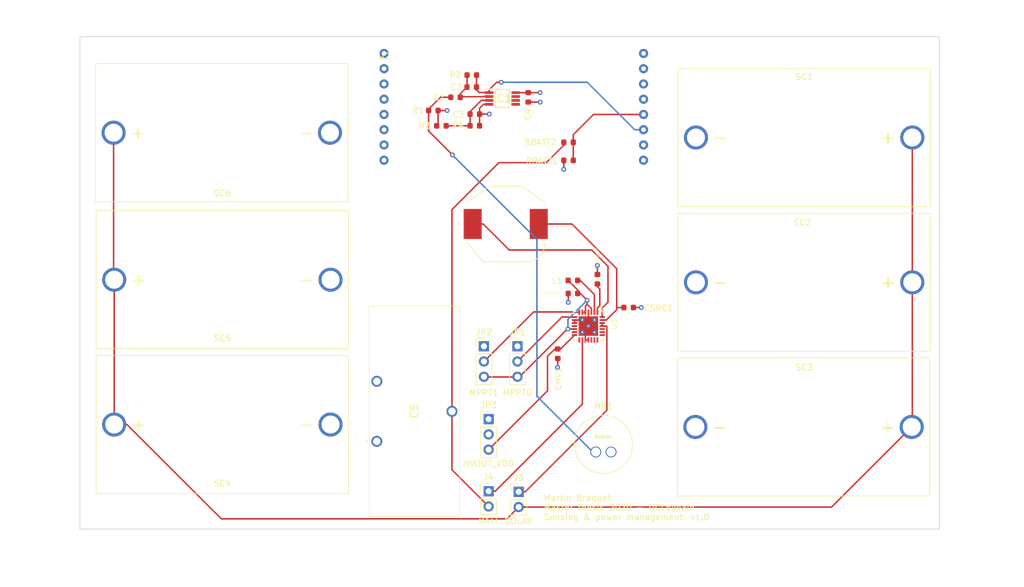
<source format=kicad_pcb>
(kicad_pcb (version 20171130) (host pcbnew "(5.1.5)-3")

  (general
    (thickness 1.6)
    (drawings 5)
    (tracks 190)
    (zones 0)
    (modules 32)
    (nets 20)
  )

  (page A4)
  (title_block
    (title "Sensing & Power management")
    (date 2020-03-05)
    (rev 0.0)
    (company UCLouvain)
    (comment 1 "Martin Braquet")
  )

  (layers
    (0 F.Cu signal)
    (1 GND mixed)
    (2 VDD power)
    (31 B.Cu signal)
    (32 B.Adhes user)
    (33 F.Adhes user)
    (34 B.Paste user)
    (35 F.Paste user)
    (36 B.SilkS user)
    (37 F.SilkS user)
    (38 B.Mask user)
    (39 F.Mask user)
    (40 Dwgs.User user)
    (41 Cmts.User user)
    (42 Eco1.User user)
    (43 Eco2.User user)
    (44 Edge.Cuts user)
    (45 Margin user)
    (46 B.CrtYd user)
    (47 F.CrtYd user)
    (48 B.Fab user)
    (49 F.Fab user)
  )

  (setup
    (last_trace_width 0.25)
    (trace_clearance 0.2)
    (zone_clearance 0.508)
    (zone_45_only no)
    (trace_min 0.2)
    (via_size 0.8)
    (via_drill 0.4)
    (via_min_size 0.4)
    (via_min_drill 0.3)
    (uvia_size 0.3)
    (uvia_drill 0.1)
    (uvias_allowed no)
    (uvia_min_size 0.2)
    (uvia_min_drill 0.1)
    (edge_width 0.05)
    (segment_width 0.2)
    (pcb_text_width 0.3)
    (pcb_text_size 1.5 1.5)
    (mod_edge_width 0.12)
    (mod_text_size 1 1)
    (mod_text_width 0.15)
    (pad_size 1.524 1.524)
    (pad_drill 0.762)
    (pad_to_mask_clearance 0.051)
    (solder_mask_min_width 0.25)
    (aux_axis_origin 0 0)
    (visible_elements 7FFFFFFF)
    (pcbplotparams
      (layerselection 0x010fc_ffffffff)
      (usegerberextensions false)
      (usegerberattributes false)
      (usegerberadvancedattributes false)
      (creategerberjobfile false)
      (excludeedgelayer true)
      (linewidth 0.100000)
      (plotframeref false)
      (viasonmask false)
      (mode 1)
      (useauxorigin false)
      (hpglpennumber 1)
      (hpglpenspeed 20)
      (hpglpendiameter 15.000000)
      (psnegative false)
      (psa4output false)
      (plotreference true)
      (plotvalue true)
      (plotinvisibletext false)
      (padsonsilk false)
      (subtractmaskfromsilk false)
      (outputformat 1)
      (mirror false)
      (drillshape 0)
      (scaleselection 1)
      (outputdirectory "Gerber/"))
  )

  (net 0 "")
  (net 1 /VBATT)
  (net 2 GND)
  (net 3 "Net-(C1-Pad2)")
  (net 4 /VDD)
  (net 5 "Net-(C1-Pad1)")
  (net 6 /V_mic_ADC)
  (net 7 "Net-(C3-Pad1)")
  (net 8 /BOOST)
  (net 9 /VBUCK)
  (net 10 /HVOUT)
  (net 11 "Net-(CSRC1-Pad1)")
  (net 12 /VBATT_ADC)
  (net 13 /VSOLAR)
  (net 14 /SELMPP0)
  (net 15 /SELMPP1)
  (net 16 /VSOLAR_MEAS)
  (net 17 /VBATT_MEAS)
  (net 18 "Net-(L1-Pad1)")
  (net 19 "Net-(L2-Pad1)")

  (net_class Default "This is the default net class."
    (clearance 0.2)
    (trace_width 0.25)
    (via_dia 0.8)
    (via_drill 0.4)
    (uvia_dia 0.3)
    (uvia_drill 0.1)
    (add_net /BOOST)
    (add_net /HVOUT)
    (add_net /SELMPP0)
    (add_net /SELMPP1)
    (add_net /VBATT)
    (add_net /VBATT_ADC)
    (add_net /VBATT_MEAS)
    (add_net /VBUCK)
    (add_net /VDD)
    (add_net /VSOLAR)
    (add_net /VSOLAR_MEAS)
    (add_net /V_mic_ADC)
    (add_net GND)
    (add_net "Net-(C1-Pad1)")
    (add_net "Net-(C1-Pad2)")
    (add_net "Net-(C3-Pad1)")
    (add_net "Net-(CSRC1-Pad1)")
    (add_net "Net-(L1-Pad1)")
    (add_net "Net-(L2-Pad1)")
  )

  (module DFEH12060D-100M_P3:IND_DFEH12060D-100M=P3 (layer F.Cu) (tedit 5E8DA2AB) (tstamp 5E8DCA1B)
    (at 161.95 71.2)
    (path /5E8DBFA9)
    (fp_text reference L2 (at -1.145 -7.445) (layer F.SilkS)
      (effects (font (size 1 1) (thickness 0.015)))
    )
    (fp_text value DFEH12060D-100M=P3 (at 9.13 7.445) (layer F.Fab)
      (effects (font (size 1 1) (thickness 0.015)))
    )
    (fp_circle (center -7.8 0) (end -7.7 0) (layer F.Fab) (width 0.2))
    (fp_circle (center -7.8 0) (end -7.7 0) (layer F.SilkS) (width 0.2))
    (fp_line (start -3.8 6.3) (end -6.5 3) (layer F.SilkS) (width 0.127))
    (fp_line (start 3.8 6.3) (end -3.8 6.3) (layer F.SilkS) (width 0.127))
    (fp_arc (start 3.5 3.3) (end 3.8 6.3) (angle -90) (layer F.SilkS) (width 0.127))
    (fp_line (start 2.8 -6.3) (end 6.5 -3.5) (layer F.SilkS) (width 0.127))
    (fp_line (start -2.8 -6.3) (end 2.8 -6.3) (layer F.SilkS) (width 0.127))
    (fp_line (start -6.5 -3.5) (end -2.8 -6.3) (layer F.SilkS) (width 0.127))
    (fp_line (start -7.25 6.55) (end -7.25 -6.55) (layer F.CrtYd) (width 0.05))
    (fp_line (start 7.25 6.55) (end -7.25 6.55) (layer F.CrtYd) (width 0.05))
    (fp_line (start 7.25 -6.55) (end 7.25 6.55) (layer F.CrtYd) (width 0.05))
    (fp_line (start -7.25 -6.55) (end 7.25 -6.55) (layer F.CrtYd) (width 0.05))
    (fp_line (start 2.8 -6.3) (end 6.5 -3.5) (layer F.Fab) (width 0.127))
    (fp_line (start -2.8 -6.3) (end 2.8 -6.3) (layer F.Fab) (width 0.127))
    (fp_line (start -6.5 -3.5) (end -2.8 -6.3) (layer F.Fab) (width 0.127))
    (fp_line (start -6.5 3) (end -6.5 -3.5) (layer F.Fab) (width 0.127))
    (fp_line (start -3.8 6.3) (end -6.5 3) (layer F.Fab) (width 0.127))
    (fp_line (start 3.8 6.3) (end -3.8 6.3) (layer F.Fab) (width 0.127))
    (fp_arc (start 3.5 3.3) (end 3.8 6.3) (angle -90) (layer F.Fab) (width 0.127))
    (fp_line (start 6.5 -3.5) (end 6.5 3) (layer F.Fab) (width 0.127))
    (pad 2 smd rect (at 5.5 0) (size 3 5) (layers F.Cu F.Paste F.Mask)
      (net 11 "Net-(CSRC1-Pad1)"))
    (pad 1 smd rect (at -5.5 0) (size 3 5) (layers F.Cu F.Paste F.Mask)
      (net 19 "Net-(L2-Pad1)"))
    (model ${KIPRJMOD}/DFEH12060D-100M_P3/DFEG12060D-8R2M=P3--3DModel-STEP-46669.STEP
      (at (xyz 0 0 0))
      (scale (xyz 1 1 1))
      (rotate (xyz -90 0 -90))
    )
  )

  (module Inductor_SMD:L_0603_1608Metric (layer F.Cu) (tedit 5B301BBE) (tstamp 5E8DDCC4)
    (at 173.12 80.6 180)
    (descr "Inductor SMD 0603 (1608 Metric), square (rectangular) end terminal, IPC_7351 nominal, (Body size source: http://www.tortai-tech.com/upload/download/2011102023233369053.pdf), generated with kicad-footprint-generator")
    (tags inductor)
    (path /5E8F014A)
    (attr smd)
    (fp_text reference L1 (at 2.61 -0.07) (layer F.SilkS)
      (effects (font (size 1 1) (thickness 0.15)))
    )
    (fp_text value L (at 0 1.43) (layer F.Fab)
      (effects (font (size 1 1) (thickness 0.15)))
    )
    (fp_text user %R (at 0 0) (layer F.Fab)
      (effects (font (size 0.4 0.4) (thickness 0.06)))
    )
    (fp_line (start 1.48 0.73) (end -1.48 0.73) (layer F.CrtYd) (width 0.05))
    (fp_line (start 1.48 -0.73) (end 1.48 0.73) (layer F.CrtYd) (width 0.05))
    (fp_line (start -1.48 -0.73) (end 1.48 -0.73) (layer F.CrtYd) (width 0.05))
    (fp_line (start -1.48 0.73) (end -1.48 -0.73) (layer F.CrtYd) (width 0.05))
    (fp_line (start -0.162779 0.51) (end 0.162779 0.51) (layer F.SilkS) (width 0.12))
    (fp_line (start -0.162779 -0.51) (end 0.162779 -0.51) (layer F.SilkS) (width 0.12))
    (fp_line (start 0.8 0.4) (end -0.8 0.4) (layer F.Fab) (width 0.1))
    (fp_line (start 0.8 -0.4) (end 0.8 0.4) (layer F.Fab) (width 0.1))
    (fp_line (start -0.8 -0.4) (end 0.8 -0.4) (layer F.Fab) (width 0.1))
    (fp_line (start -0.8 0.4) (end -0.8 -0.4) (layer F.Fab) (width 0.1))
    (pad 2 smd roundrect (at 0.7875 0 180) (size 0.875 0.95) (layers F.Cu F.Paste F.Mask) (roundrect_rratio 0.25)
      (net 9 /VBUCK))
    (pad 1 smd roundrect (at -0.7875 0 180) (size 0.875 0.95) (layers F.Cu F.Paste F.Mask) (roundrect_rratio 0.25)
      (net 18 "Net-(L1-Pad1)"))
    (model ${KISYS3DMOD}/Inductor_SMD.3dshapes/L_0603_1608Metric.wrl
      (at (xyz 0 0 0))
      (scale (xyz 1 1 1))
      (rotate (xyz 0 0 0))
    )
  )

  (module OPA2834IDGKR:SOP65P490X110-8N (layer F.Cu) (tedit 5E8C35F5) (tstamp 5E8CEF29)
    (at 161.4 50.3)
    (descr "DGK(S-PDSO-G8)_")
    (tags "Integrated Circuit")
    (path /5E8C9045)
    (attr smd)
    (fp_text reference IC1 (at 0 0) (layer F.SilkS)
      (effects (font (size 1.27 1.27) (thickness 0.254)))
    )
    (fp_text value OPA2834IDGKR (at 0 0) (layer F.SilkS) hide
      (effects (font (size 1.27 1.27) (thickness 0.254)))
    )
    (fp_line (start -2.9 -1.55) (end -1.5 -1.55) (layer F.SilkS) (width 0.2))
    (fp_line (start -1.15 1.5) (end -1.15 -1.5) (layer F.SilkS) (width 0.2))
    (fp_line (start 1.15 1.5) (end -1.15 1.5) (layer F.SilkS) (width 0.2))
    (fp_line (start 1.15 -1.5) (end 1.15 1.5) (layer F.SilkS) (width 0.2))
    (fp_line (start -1.15 -1.5) (end 1.15 -1.5) (layer F.SilkS) (width 0.2))
    (fp_line (start -1.5 -0.85) (end -0.85 -1.5) (layer Dwgs.User) (width 0.1))
    (fp_line (start -1.5 1.5) (end -1.5 -1.5) (layer Dwgs.User) (width 0.1))
    (fp_line (start 1.5 1.5) (end -1.5 1.5) (layer Dwgs.User) (width 0.1))
    (fp_line (start 1.5 -1.5) (end 1.5 1.5) (layer Dwgs.User) (width 0.1))
    (fp_line (start -1.5 -1.5) (end 1.5 -1.5) (layer Dwgs.User) (width 0.1))
    (fp_line (start -3.15 1.8) (end -3.15 -1.8) (layer Dwgs.User) (width 0.05))
    (fp_line (start 3.15 1.8) (end -3.15 1.8) (layer Dwgs.User) (width 0.05))
    (fp_line (start 3.15 -1.8) (end 3.15 1.8) (layer Dwgs.User) (width 0.05))
    (fp_line (start -3.15 -1.8) (end 3.15 -1.8) (layer Dwgs.User) (width 0.05))
    (pad 8 smd rect (at 2.2 -0.975 90) (size 0.45 1.4) (layers F.Cu F.Paste F.Mask)
      (net 4 /VDD))
    (pad 7 smd rect (at 2.2 -0.325 90) (size 0.45 1.4) (layers F.Cu F.Paste F.Mask))
    (pad 6 smd rect (at 2.2 0.325 90) (size 0.45 1.4) (layers F.Cu F.Paste F.Mask))
    (pad 5 smd rect (at 2.2 0.975 90) (size 0.45 1.4) (layers F.Cu F.Paste F.Mask))
    (pad 4 smd rect (at -2.2 0.975 90) (size 0.45 1.4) (layers F.Cu F.Paste F.Mask)
      (net 2 GND))
    (pad 3 smd rect (at -2.2 0.325 90) (size 0.45 1.4) (layers F.Cu F.Paste F.Mask)
      (net 7 "Net-(C3-Pad1)"))
    (pad 2 smd rect (at -2.2 -0.325 90) (size 0.45 1.4) (layers F.Cu F.Paste F.Mask)
      (net 3 "Net-(C1-Pad2)"))
    (pad 1 smd rect (at -2.2 -0.975 90) (size 0.45 1.4) (layers F.Cu F.Paste F.Mask)
      (net 6 /V_mic_ADC))
  )

  (module Master_Thesis_Tim:Master_Thesis_Tim (layer F.Cu) (tedit 5E8C9C43) (tstamp 5E8D2592)
    (at 141.7 42.8)
    (path /5E94E65A)
    (fp_text reference U2 (at 0 0.5) (layer F.SilkS)
      (effects (font (size 1 1) (thickness 0.15)))
    )
    (fp_text value Master_Thesis_Tim (at 0 -0.5) (layer F.Fab)
      (effects (font (size 1 1) (thickness 0.15)))
    )
    (pad 1 thru_hole circle (at 0 0) (size 1.524 1.524) (drill 0.762) (layers *.Cu *.Mask)
      (net 4 /VDD))
    (pad 2 thru_hole circle (at 0 2.54) (size 1.524 1.524) (drill 0.762) (layers *.Cu *.Mask)
      (net 4 /VDD))
    (pad 3 thru_hole circle (at 0 5.08) (size 1.524 1.524) (drill 0.762) (layers *.Cu *.Mask)
      (net 4 /VDD))
    (pad 4 thru_hole circle (at 0 7.62) (size 1.524 1.524) (drill 0.762) (layers *.Cu *.Mask)
      (net 4 /VDD))
    (pad 5 thru_hole circle (at 0 10.16) (size 1.524 1.524) (drill 0.762) (layers *.Cu *.Mask))
    (pad 6 thru_hole circle (at 0 12.7) (size 1.524 1.524) (drill 0.762) (layers *.Cu *.Mask))
    (pad 7 thru_hole circle (at 0 15.24) (size 1.524 1.524) (drill 0.762) (layers *.Cu *.Mask))
    (pad 8 thru_hole circle (at 0 17.78) (size 1.524 1.524) (drill 0.762) (layers *.Cu *.Mask))
    (pad 9 thru_hole circle (at 43.18 0) (size 1.524 1.524) (drill 0.762) (layers *.Cu *.Mask))
    (pad 10 thru_hole circle (at 43.18 2.54) (size 1.524 1.524) (drill 0.762) (layers *.Cu *.Mask))
    (pad 11 thru_hole circle (at 43.18 5.08) (size 1.524 1.524) (drill 0.762) (layers *.Cu *.Mask)
      (net 2 GND))
    (pad 12 thru_hole circle (at 43.18 7.62) (size 1.524 1.524) (drill 0.762) (layers *.Cu *.Mask))
    (pad 13 thru_hole circle (at 43.18 10.16) (size 1.524 1.524) (drill 0.762) (layers *.Cu *.Mask)
      (net 12 /VBATT_ADC))
    (pad 14 thru_hole circle (at 43.18 12.7) (size 1.524 1.524) (drill 0.762) (layers *.Cu *.Mask)
      (net 6 /V_mic_ADC))
    (pad 15 thru_hole circle (at 43.18 15.24) (size 1.524 1.524) (drill 0.762) (layers *.Cu *.Mask))
    (pad 16 thru_hole circle (at 43.18 17.78) (size 1.524 1.524) (drill 0.762) (layers *.Cu *.Mask))
    (model ${KIPRJMOD}/Master_Thesis_Tim/Master_Thesis_Tim.step
      (at (xyz 0 0 0))
      (scale (xyz 1 1 1))
      (rotate (xyz 0 0 0))
    )
  )

  (module AOM-5024L-HD-R:AOM-5024L-HD-R (layer F.Cu) (tedit 5E8C97EF) (tstamp 5E62F637)
    (at 178.2 107.9)
    (path /5E6A1A7E)
    (fp_text reference MK1 (at 0 -6.35 180) (layer F.SilkS)
      (effects (font (size 1 1) (thickness 0.15)))
    )
    (fp_text value AOM-5024L-HD-R (at 0 -8.12 180) (layer F.Fab) hide
      (effects (font (size 1 1) (thickness 0.15)))
    )
    (fp_circle (center 0 0) (end 4.85 0) (layer F.SilkS) (width 0.12))
    (fp_text user - (at 2.54 0 180) (layer F.SilkS)
      (effects (font (size 0.5 0.5) (thickness 0.125)))
    )
    (fp_text user + (at -2.54 0 180) (layer F.SilkS)
      (effects (font (size 0.5 0.5) (thickness 0.125)))
    )
    (fp_text user Smartin (at 0 -1.27 180) (layer F.SilkS)
      (effects (font (size 0.5 0.5) (thickness 0.125)))
    )
    (pad 2 thru_hole circle (at -1.27 1.27) (size 1.8 1.8) (drill 1.5) (layers *.Cu *.Mask)
      (net 5 "Net-(C1-Pad1)"))
    (pad 1 thru_hole circle (at 1.27 1.27) (size 1.8 1.8) (drill 1.5) (layers *.Cu *.Mask)
      (net 2 GND))
  )

  (module SM141K06L:SM141K06L (layer F.Cu) (tedit 5E8C8DE0) (tstamp 5E890AE9)
    (at 211.6 56.8)
    (path /5E935872)
    (fp_text reference SC1 (at 0 -10.1) (layer F.SilkS)
      (effects (font (size 1 1) (thickness 0.15)))
    )
    (fp_text value SM141K06L (at 0 12.7) (layer F.Fab)
      (effects (font (size 1 1) (thickness 0.15)))
    )
    (fp_line (start 21 11.5) (end 21 -11.5) (layer F.SilkS) (width 0.12))
    (fp_line (start -21 11.5) (end -21 -11.5) (layer F.SilkS) (width 0.12))
    (fp_line (start -21 -11.5) (end 21 -11.5) (layer F.SilkS) (width 0.12))
    (fp_line (start 21 11.5) (end -21 11.5) (layer F.SilkS) (width 0.12))
    (fp_text user - (at -13.97 0) (layer F.SilkS)
      (effects (font (size 2 2) (thickness 0.3)))
    )
    (fp_text user + (at 13.97 0) (layer F.SilkS)
      (effects (font (size 2 2) (thickness 0.3)))
    )
    (pad 1 thru_hole circle (at -18 0) (size 4 4) (drill 3) (layers *.Cu *.Mask)
      (net 2 GND))
    (pad 2 thru_hole circle (at 18 0) (size 4 4) (drill 3) (layers *.Cu *.Mask)
      (net 13 /VSOLAR))
  )

  (module SM141K06L:SM141K06L (layer F.Cu) (tedit 5E8C8DE0) (tstamp 5E890ACE)
    (at 211.6 80.92)
    (path /5E93B020)
    (fp_text reference SC2 (at -0.3 -9.92) (layer F.SilkS)
      (effects (font (size 1 1) (thickness 0.15)))
    )
    (fp_text value SM141K06L (at 0 12.7) (layer F.Fab)
      (effects (font (size 1 1) (thickness 0.15)))
    )
    (fp_line (start 21 11.5) (end 21 -11.5) (layer F.SilkS) (width 0.12))
    (fp_line (start -21 11.5) (end -21 -11.5) (layer F.SilkS) (width 0.12))
    (fp_line (start -21 -11.5) (end 21 -11.5) (layer F.SilkS) (width 0.12))
    (fp_line (start 21 11.5) (end -21 11.5) (layer F.SilkS) (width 0.12))
    (fp_text user - (at -13.97 0) (layer F.SilkS)
      (effects (font (size 2 2) (thickness 0.3)))
    )
    (fp_text user + (at 13.97 0) (layer F.SilkS)
      (effects (font (size 2 2) (thickness 0.3)))
    )
    (pad 1 thru_hole circle (at -18 0) (size 4 4) (drill 3) (layers *.Cu *.Mask)
      (net 2 GND))
    (pad 2 thru_hole circle (at 18 0) (size 4 4) (drill 3) (layers *.Cu *.Mask)
      (net 13 /VSOLAR))
  )

  (module SM141K06L:SM141K06L (layer F.Cu) (tedit 5E8C8DE0) (tstamp 5E890AB3)
    (at 211.5 105)
    (path /5E93B504)
    (fp_text reference SC3 (at 0.1 -9.9) (layer F.SilkS)
      (effects (font (size 1 1) (thickness 0.15)))
    )
    (fp_text value SM141K06L (at -0.1 10) (layer F.Fab)
      (effects (font (size 1 1) (thickness 0.15)))
    )
    (fp_line (start 21 11.5) (end 21 -11.5) (layer F.SilkS) (width 0.12))
    (fp_line (start -21 11.5) (end -21 -11.5) (layer F.SilkS) (width 0.12))
    (fp_line (start -21 -11.5) (end 21 -11.5) (layer F.SilkS) (width 0.12))
    (fp_line (start 21 11.5) (end -21 11.5) (layer F.SilkS) (width 0.12))
    (fp_text user - (at -13.97 0) (layer F.SilkS)
      (effects (font (size 2 2) (thickness 0.3)))
    )
    (fp_text user + (at 13.97 0) (layer F.SilkS)
      (effects (font (size 2 2) (thickness 0.3)))
    )
    (pad 1 thru_hole circle (at -18 0) (size 4 4) (drill 3) (layers *.Cu *.Mask)
      (net 2 GND))
    (pad 2 thru_hole circle (at 18 0) (size 4 4) (drill 3) (layers *.Cu *.Mask)
      (net 13 /VSOLAR))
  )

  (module SM141K06L:SM141K06L (layer F.Cu) (tedit 5E8C8DE0) (tstamp 5E8B3731)
    (at 114.8 104.6 180)
    (path /5E8F434B)
    (fp_text reference SC4 (at 0 -9.8) (layer F.SilkS)
      (effects (font (size 1 1) (thickness 0.15)))
    )
    (fp_text value SM141K06L (at 0 12.7) (layer F.Fab)
      (effects (font (size 1 1) (thickness 0.15)))
    )
    (fp_line (start 21 11.5) (end 21 -11.5) (layer F.SilkS) (width 0.12))
    (fp_line (start -21 11.5) (end -21 -11.5) (layer F.SilkS) (width 0.12))
    (fp_line (start -21 -11.5) (end 21 -11.5) (layer F.SilkS) (width 0.12))
    (fp_line (start 21 11.5) (end -21 11.5) (layer F.SilkS) (width 0.12))
    (fp_text user - (at -13.97 0) (layer F.SilkS)
      (effects (font (size 2 2) (thickness 0.3)))
    )
    (fp_text user + (at 13.97 0) (layer F.SilkS)
      (effects (font (size 2 2) (thickness 0.3)))
    )
    (pad 1 thru_hole circle (at -18 0 180) (size 4 4) (drill 3) (layers *.Cu *.Mask)
      (net 2 GND))
    (pad 2 thru_hole circle (at 18 0 180) (size 4 4) (drill 3) (layers *.Cu *.Mask)
      (net 13 /VSOLAR))
  )

  (module SM141K06L:SM141K06L (layer F.Cu) (tedit 5E8C8DE0) (tstamp 5E8B373B)
    (at 114.8 80.48 180)
    (path /5E8F4355)
    (fp_text reference SC5 (at 0 -9.72) (layer F.SilkS)
      (effects (font (size 1 1) (thickness 0.15)))
    )
    (fp_text value SM141K06L (at 0 12.7) (layer F.Fab)
      (effects (font (size 1 1) (thickness 0.15)))
    )
    (fp_line (start 21 11.5) (end 21 -11.5) (layer F.SilkS) (width 0.12))
    (fp_line (start -21 11.5) (end -21 -11.5) (layer F.SilkS) (width 0.12))
    (fp_line (start -21 -11.5) (end 21 -11.5) (layer F.SilkS) (width 0.12))
    (fp_line (start 21 11.5) (end -21 11.5) (layer F.SilkS) (width 0.12))
    (fp_text user - (at -13.97 0) (layer F.SilkS)
      (effects (font (size 2 2) (thickness 0.3)))
    )
    (fp_text user + (at 13.97 0) (layer F.SilkS)
      (effects (font (size 2 2) (thickness 0.3)))
    )
    (pad 1 thru_hole circle (at -18 0 180) (size 4 4) (drill 3) (layers *.Cu *.Mask)
      (net 2 GND))
    (pad 2 thru_hole circle (at 18 0 180) (size 4 4) (drill 3) (layers *.Cu *.Mask)
      (net 13 /VSOLAR))
  )

  (module SM141K06L:SM141K06L (layer F.Cu) (tedit 5E8C8DE0) (tstamp 5E8B3745)
    (at 114.7 56 180)
    (path /5E8F435F)
    (fp_text reference SC6 (at -0.1 -10.1 180) (layer F.SilkS)
      (effects (font (size 1 1) (thickness 0.15)))
    )
    (fp_text value SM141K06L (at 0.1 10.3 180) (layer F.Fab)
      (effects (font (size 1 1) (thickness 0.15)))
    )
    (fp_text user + (at 13.97 0 180) (layer F.SilkS)
      (effects (font (size 2 2) (thickness 0.3)))
    )
    (fp_text user - (at -13.97 0 180) (layer F.SilkS)
      (effects (font (size 2 2) (thickness 0.3)))
    )
    (fp_line (start 21 11.5) (end -21 11.5) (layer F.SilkS) (width 0.12))
    (fp_line (start -21 -11.5) (end 21 -11.5) (layer F.SilkS) (width 0.12))
    (fp_line (start -21 11.5) (end -21 -11.5) (layer F.SilkS) (width 0.12))
    (fp_line (start 21 11.5) (end 21 -11.5) (layer F.SilkS) (width 0.12))
    (pad 2 thru_hole circle (at 18 0 180) (size 4 4) (drill 3) (layers *.Cu *.Mask)
      (net 13 /VSOLAR))
    (pad 1 thru_hole circle (at -18 0 180) (size 4 4) (drill 3) (layers *.Cu *.Mask)
      (net 2 GND))
  )

  (module Connector_PinHeader_2.54mm:PinHeader_1x02_P2.54mm_Vertical (layer F.Cu) (tedit 59FED5CC) (tstamp 5E88E211)
    (at 164.1 115.8)
    (descr "Through hole straight pin header, 1x02, 2.54mm pitch, single row")
    (tags "Through hole pin header THT 1x02 2.54mm single row")
    (path /5E7B6705)
    (fp_text reference J3 (at 0 -2.33) (layer F.SilkS)
      (effects (font (size 1 1) (thickness 0.15)))
    )
    (fp_text value SOLAR (at 0 4.87) (layer F.SilkS)
      (effects (font (size 1 1) (thickness 0.15)))
    )
    (fp_text user %R (at 0 1.27 90) (layer F.Fab)
      (effects (font (size 1 1) (thickness 0.15)))
    )
    (fp_line (start 1.8 -1.8) (end -1.8 -1.8) (layer F.CrtYd) (width 0.05))
    (fp_line (start 1.8 4.35) (end 1.8 -1.8) (layer F.CrtYd) (width 0.05))
    (fp_line (start -1.8 4.35) (end 1.8 4.35) (layer F.CrtYd) (width 0.05))
    (fp_line (start -1.8 -1.8) (end -1.8 4.35) (layer F.CrtYd) (width 0.05))
    (fp_line (start -1.33 -1.33) (end 0 -1.33) (layer F.SilkS) (width 0.12))
    (fp_line (start -1.33 0) (end -1.33 -1.33) (layer F.SilkS) (width 0.12))
    (fp_line (start -1.33 1.27) (end 1.33 1.27) (layer F.SilkS) (width 0.12))
    (fp_line (start 1.33 1.27) (end 1.33 3.87) (layer F.SilkS) (width 0.12))
    (fp_line (start -1.33 1.27) (end -1.33 3.87) (layer F.SilkS) (width 0.12))
    (fp_line (start -1.33 3.87) (end 1.33 3.87) (layer F.SilkS) (width 0.12))
    (fp_line (start -1.27 -0.635) (end -0.635 -1.27) (layer F.Fab) (width 0.1))
    (fp_line (start -1.27 3.81) (end -1.27 -0.635) (layer F.Fab) (width 0.1))
    (fp_line (start 1.27 3.81) (end -1.27 3.81) (layer F.Fab) (width 0.1))
    (fp_line (start 1.27 -1.27) (end 1.27 3.81) (layer F.Fab) (width 0.1))
    (fp_line (start -0.635 -1.27) (end 1.27 -1.27) (layer F.Fab) (width 0.1))
    (pad 2 thru_hole oval (at 0 2.54) (size 1.7 1.7) (drill 1) (layers *.Cu *.Mask)
      (net 13 /VSOLAR))
    (pad 1 thru_hole rect (at 0 0) (size 1.7 1.7) (drill 1) (layers *.Cu *.Mask)
      (net 16 /VSOLAR_MEAS))
    (model ${KISYS3DMOD}/Connector_PinHeader_2.54mm.3dshapes/PinHeader_1x02_P2.54mm_Vertical.wrl
      (at (xyz 0 0 0))
      (scale (xyz 1 1 1))
      (rotate (xyz 0 0 0))
    )
  )

  (module Connector_PinHeader_2.54mm:PinHeader_1x02_P2.54mm_Vertical (layer F.Cu) (tedit 59FED5CC) (tstamp 5E88E227)
    (at 159.1 115.7)
    (descr "Through hole straight pin header, 1x02, 2.54mm pitch, single row")
    (tags "Through hole pin header THT 1x02 2.54mm single row")
    (path /5E7AE7A4)
    (fp_text reference J4 (at 0 -2.33) (layer F.SilkS)
      (effects (font (size 1 1) (thickness 0.15)))
    )
    (fp_text value BATT (at 0 4.87) (layer F.SilkS)
      (effects (font (size 1 1) (thickness 0.15)))
    )
    (fp_text user %R (at 0 1.27 90) (layer F.Fab)
      (effects (font (size 1 1) (thickness 0.15)))
    )
    (fp_line (start 1.8 -1.8) (end -1.8 -1.8) (layer F.CrtYd) (width 0.05))
    (fp_line (start 1.8 4.35) (end 1.8 -1.8) (layer F.CrtYd) (width 0.05))
    (fp_line (start -1.8 4.35) (end 1.8 4.35) (layer F.CrtYd) (width 0.05))
    (fp_line (start -1.8 -1.8) (end -1.8 4.35) (layer F.CrtYd) (width 0.05))
    (fp_line (start -1.33 -1.33) (end 0 -1.33) (layer F.SilkS) (width 0.12))
    (fp_line (start -1.33 0) (end -1.33 -1.33) (layer F.SilkS) (width 0.12))
    (fp_line (start -1.33 1.27) (end 1.33 1.27) (layer F.SilkS) (width 0.12))
    (fp_line (start 1.33 1.27) (end 1.33 3.87) (layer F.SilkS) (width 0.12))
    (fp_line (start -1.33 1.27) (end -1.33 3.87) (layer F.SilkS) (width 0.12))
    (fp_line (start -1.33 3.87) (end 1.33 3.87) (layer F.SilkS) (width 0.12))
    (fp_line (start -1.27 -0.635) (end -0.635 -1.27) (layer F.Fab) (width 0.1))
    (fp_line (start -1.27 3.81) (end -1.27 -0.635) (layer F.Fab) (width 0.1))
    (fp_line (start 1.27 3.81) (end -1.27 3.81) (layer F.Fab) (width 0.1))
    (fp_line (start 1.27 -1.27) (end 1.27 3.81) (layer F.Fab) (width 0.1))
    (fp_line (start -0.635 -1.27) (end 1.27 -1.27) (layer F.Fab) (width 0.1))
    (pad 2 thru_hole oval (at 0 2.54) (size 1.7 1.7) (drill 1) (layers *.Cu *.Mask)
      (net 1 /VBATT))
    (pad 1 thru_hole rect (at 0 0) (size 1.7 1.7) (drill 1) (layers *.Cu *.Mask)
      (net 17 /VBATT_MEAS))
    (model ${KISYS3DMOD}/Connector_PinHeader_2.54mm.3dshapes/PinHeader_1x02_P2.54mm_Vertical.wrl
      (at (xyz 0 0 0))
      (scale (xyz 1 1 1))
      (rotate (xyz 0 0 0))
    )
  )

  (module SamacSys_Parts:MAL219690102E3 (layer F.Cu) (tedit 0) (tstamp 5E88E0F7)
    (at 140.5 107.4 90)
    (descr MAL219690102E3-2)
    (tags "Capacitor Polarised")
    (path /5E8C0F85)
    (fp_text reference C5 (at 5 6.25 90) (layer F.SilkS)
      (effects (font (size 1.27 1.27) (thickness 0.254)))
    )
    (fp_text value MAL219690102E3 (at 4.4 5.5 90) (layer F.SilkS) hide
      (effects (font (size 1.27 1.27) (thickness 0.254)))
    )
    (fp_text user %R (at 5 6.25 90) (layer F.Fab)
      (effects (font (size 1.27 1.27) (thickness 0.254)))
    )
    (fp_line (start -12.5 -1.25) (end 22.5 -1.25) (layer F.Fab) (width 0.2))
    (fp_line (start 22.5 -1.25) (end 22.5 13.75) (layer F.Fab) (width 0.2))
    (fp_line (start 22.5 13.75) (end -12.5 13.75) (layer F.Fab) (width 0.2))
    (fp_line (start -12.5 13.75) (end -12.5 -1.25) (layer F.Fab) (width 0.2))
    (fp_line (start -12.5 -1.25) (end 22.5 -1.25) (layer F.SilkS) (width 0.1))
    (fp_line (start 22.5 -1.25) (end 22.5 13.75) (layer F.SilkS) (width 0.1))
    (fp_line (start 22.5 13.75) (end -12.5 13.75) (layer F.SilkS) (width 0.1))
    (fp_line (start -12.5 13.75) (end -12.5 -1.25) (layer F.SilkS) (width 0.1))
    (fp_line (start -13.5 -2.25) (end 23.5 -2.25) (layer F.CrtYd) (width 0.1))
    (fp_line (start 23.5 -2.25) (end 23.5 14.75) (layer F.CrtYd) (width 0.1))
    (fp_line (start 23.5 14.75) (end -13.5 14.75) (layer F.CrtYd) (width 0.1))
    (fp_line (start -13.5 14.75) (end -13.5 -2.25) (layer F.CrtYd) (width 0.1))
    (fp_line (start 0 -1.6) (end 0 -1.6) (layer F.SilkS) (width 0.2))
    (fp_line (start 0 -1.8) (end 0 -1.8) (layer F.SilkS) (width 0.2))
    (fp_arc (start 0 -1.7) (end 0 -1.6) (angle -180) (layer F.SilkS) (width 0.2))
    (fp_arc (start 0 -1.7) (end 0 -1.8) (angle -180) (layer F.SilkS) (width 0.2))
    (pad 1 thru_hole circle (at 0 0 90) (size 1.83 1.83) (drill 1.22) (layers *.Cu *.Mask)
      (net 2 GND))
    (pad 2 thru_hole circle (at 10 0 90) (size 1.83 1.83) (drill 1.22) (layers *.Cu *.Mask)
      (net 2 GND))
    (pad 3 thru_hole circle (at 5 12.5 90) (size 1.83 1.83) (drill 1.22) (layers *.Cu *.Mask)
      (net 1 /VBATT))
    (model C:\SamacSys_PCB_Library\KiCad\SamacSys_Parts.3dshapes\MAL219690102E3.stp
      (at (xyz 0 0 0))
      (scale (xyz 1 1 1))
      (rotate (xyz 0 0 0))
    )
  )

  (module Capacitor_SMD:C_0603_1608Metric (layer F.Cu) (tedit 5B301BBE) (tstamp 5E61405F)
    (at 177.2 80.4 90)
    (descr "Capacitor SMD 0603 (1608 Metric), square (rectangular) end terminal, IPC_7351 nominal, (Body size source: http://www.tortai-tech.com/upload/download/2011102023233369053.pdf), generated with kicad-footprint-generator")
    (tags capacitor)
    (path /9AB9D110)
    (attr smd)
    (fp_text reference CBOOST1 (at 4 0 90) (layer F.SilkS)
      (effects (font (size 0.5 0.4) (thickness 0.05)))
    )
    (fp_text value 22u (at 0 1.43 90) (layer F.Fab)
      (effects (font (size 1 1) (thickness 0.15)))
    )
    (fp_text user %R (at 0 0 90) (layer F.Fab)
      (effects (font (size 0.4 0.4) (thickness 0.06)))
    )
    (fp_line (start 1.48 0.73) (end -1.48 0.73) (layer F.CrtYd) (width 0.05))
    (fp_line (start 1.48 -0.73) (end 1.48 0.73) (layer F.CrtYd) (width 0.05))
    (fp_line (start -1.48 -0.73) (end 1.48 -0.73) (layer F.CrtYd) (width 0.05))
    (fp_line (start -1.48 0.73) (end -1.48 -0.73) (layer F.CrtYd) (width 0.05))
    (fp_line (start -0.162779 0.51) (end 0.162779 0.51) (layer F.SilkS) (width 0.12))
    (fp_line (start -0.162779 -0.51) (end 0.162779 -0.51) (layer F.SilkS) (width 0.12))
    (fp_line (start 0.8 0.4) (end -0.8 0.4) (layer F.Fab) (width 0.1))
    (fp_line (start 0.8 -0.4) (end 0.8 0.4) (layer F.Fab) (width 0.1))
    (fp_line (start -0.8 -0.4) (end 0.8 -0.4) (layer F.Fab) (width 0.1))
    (fp_line (start -0.8 0.4) (end -0.8 -0.4) (layer F.Fab) (width 0.1))
    (pad 2 smd roundrect (at 0.7875 0 90) (size 0.875 0.95) (layers F.Cu F.Paste F.Mask) (roundrect_rratio 0.25)
      (net 2 GND))
    (pad 1 smd roundrect (at -0.7875 0 90) (size 0.875 0.95) (layers F.Cu F.Paste F.Mask) (roundrect_rratio 0.25)
      (net 8 /BOOST))
    (model ${KISYS3DMOD}/Capacitor_SMD.3dshapes/C_0603_1608Metric.wrl
      (at (xyz 0 0 0))
      (scale (xyz 1 1 1))
      (rotate (xyz 0 0 0))
    )
  )

  (module Connector_PinHeader_2.54mm:PinHeader_1x03_P2.54mm_Vertical (layer F.Cu) (tedit 59FED5CC) (tstamp 5E630040)
    (at 163.9 91.56)
    (descr "Through hole straight pin header, 1x03, 2.54mm pitch, single row")
    (tags "Through hole pin header THT 1x03 2.54mm single row")
    (path /2F430EF2)
    (fp_text reference JP1 (at 0 -2.33) (layer F.SilkS)
      (effects (font (size 1 1) (thickness 0.15)))
    )
    (fp_text value MPPT0 (at -0.02 7.72) (layer F.SilkS)
      (effects (font (size 1 1) (thickness 0.15)))
    )
    (fp_text user %R (at 0 2.54 90) (layer F.Fab)
      (effects (font (size 1 1) (thickness 0.15)))
    )
    (fp_line (start 1.8 -1.8) (end -1.8 -1.8) (layer F.CrtYd) (width 0.05))
    (fp_line (start 1.8 6.85) (end 1.8 -1.8) (layer F.CrtYd) (width 0.05))
    (fp_line (start -1.8 6.85) (end 1.8 6.85) (layer F.CrtYd) (width 0.05))
    (fp_line (start -1.8 -1.8) (end -1.8 6.85) (layer F.CrtYd) (width 0.05))
    (fp_line (start -1.33 -1.33) (end 0 -1.33) (layer F.SilkS) (width 0.12))
    (fp_line (start -1.33 0) (end -1.33 -1.33) (layer F.SilkS) (width 0.12))
    (fp_line (start -1.33 1.27) (end 1.33 1.27) (layer F.SilkS) (width 0.12))
    (fp_line (start 1.33 1.27) (end 1.33 6.41) (layer F.SilkS) (width 0.12))
    (fp_line (start -1.33 1.27) (end -1.33 6.41) (layer F.SilkS) (width 0.12))
    (fp_line (start -1.33 6.41) (end 1.33 6.41) (layer F.SilkS) (width 0.12))
    (fp_line (start -1.27 -0.635) (end -0.635 -1.27) (layer F.Fab) (width 0.1))
    (fp_line (start -1.27 6.35) (end -1.27 -0.635) (layer F.Fab) (width 0.1))
    (fp_line (start 1.27 6.35) (end -1.27 6.35) (layer F.Fab) (width 0.1))
    (fp_line (start 1.27 -1.27) (end 1.27 6.35) (layer F.Fab) (width 0.1))
    (fp_line (start -0.635 -1.27) (end 1.27 -1.27) (layer F.Fab) (width 0.1))
    (pad 3 thru_hole oval (at 0 5.08) (size 1.7 1.7) (drill 1) (layers *.Cu *.Mask)
      (net 9 /VBUCK))
    (pad 2 thru_hole oval (at 0 2.54) (size 1.7 1.7) (drill 1) (layers *.Cu *.Mask)
      (net 14 /SELMPP0))
    (pad 1 thru_hole rect (at 0 0) (size 1.7 1.7) (drill 1) (layers *.Cu *.Mask)
      (net 2 GND))
    (model ${KISYS3DMOD}/Connector_PinHeader_2.54mm.3dshapes/PinHeader_1x03_P2.54mm_Vertical.wrl
      (at (xyz 0 0 0))
      (scale (xyz 1 1 1))
      (rotate (xyz 0 0 0))
    )
  )

  (module Connector_PinHeader_2.54mm:PinHeader_1x03_P2.54mm_Vertical (layer F.Cu) (tedit 59FED5CC) (tstamp 5E63006E)
    (at 159.1 103.7)
    (descr "Through hole straight pin header, 1x03, 2.54mm pitch, single row")
    (tags "Through hole pin header THT 1x03 2.54mm single row")
    (path /5E832128)
    (fp_text reference JP3 (at 0 -2.33) (layer F.SilkS)
      (effects (font (size 1 1) (thickness 0.15)))
    )
    (fp_text value HVOUT_VDD (at 0 7.41) (layer F.SilkS)
      (effects (font (size 1 1) (thickness 0.15)))
    )
    (fp_text user %R (at 0 2.54 90) (layer F.Fab)
      (effects (font (size 1 1) (thickness 0.15)))
    )
    (fp_line (start 1.8 -1.8) (end -1.8 -1.8) (layer F.CrtYd) (width 0.05))
    (fp_line (start 1.8 6.85) (end 1.8 -1.8) (layer F.CrtYd) (width 0.05))
    (fp_line (start -1.8 6.85) (end 1.8 6.85) (layer F.CrtYd) (width 0.05))
    (fp_line (start -1.8 -1.8) (end -1.8 6.85) (layer F.CrtYd) (width 0.05))
    (fp_line (start -1.33 -1.33) (end 0 -1.33) (layer F.SilkS) (width 0.12))
    (fp_line (start -1.33 0) (end -1.33 -1.33) (layer F.SilkS) (width 0.12))
    (fp_line (start -1.33 1.27) (end 1.33 1.27) (layer F.SilkS) (width 0.12))
    (fp_line (start 1.33 1.27) (end 1.33 6.41) (layer F.SilkS) (width 0.12))
    (fp_line (start -1.33 1.27) (end -1.33 6.41) (layer F.SilkS) (width 0.12))
    (fp_line (start -1.33 6.41) (end 1.33 6.41) (layer F.SilkS) (width 0.12))
    (fp_line (start -1.27 -0.635) (end -0.635 -1.27) (layer F.Fab) (width 0.1))
    (fp_line (start -1.27 6.35) (end -1.27 -0.635) (layer F.Fab) (width 0.1))
    (fp_line (start 1.27 6.35) (end -1.27 6.35) (layer F.Fab) (width 0.1))
    (fp_line (start 1.27 -1.27) (end 1.27 6.35) (layer F.Fab) (width 0.1))
    (fp_line (start -0.635 -1.27) (end 1.27 -1.27) (layer F.Fab) (width 0.1))
    (pad 3 thru_hole oval (at 0 5.08) (size 1.7 1.7) (drill 1) (layers *.Cu *.Mask)
      (net 10 /HVOUT))
    (pad 2 thru_hole oval (at 0 2.54) (size 1.7 1.7) (drill 1) (layers *.Cu *.Mask)
      (net 4 /VDD))
    (pad 1 thru_hole rect (at 0 0) (size 1.7 1.7) (drill 1) (layers *.Cu *.Mask))
    (model ${KISYS3DMOD}/Connector_PinHeader_2.54mm.3dshapes/PinHeader_1x03_P2.54mm_Vertical.wrl
      (at (xyz 0 0 0))
      (scale (xyz 1 1 1))
      (rotate (xyz 0 0 0))
    )
  )

  (module Connector_PinHeader_2.54mm:PinHeader_1x03_P2.54mm_Vertical (layer F.Cu) (tedit 59FED5CC) (tstamp 5E630057)
    (at 158.32 91.56)
    (descr "Through hole straight pin header, 1x03, 2.54mm pitch, single row")
    (tags "Through hole pin header THT 1x03 2.54mm single row")
    (path /FA93C76E)
    (fp_text reference JP2 (at 0 -2.33) (layer F.SilkS)
      (effects (font (size 1 1) (thickness 0.15)))
    )
    (fp_text value MPPT1 (at -0.02 7.78) (layer F.SilkS)
      (effects (font (size 1 1) (thickness 0.15)))
    )
    (fp_text user %R (at 0 2.54 90) (layer F.Fab)
      (effects (font (size 1 1) (thickness 0.15)))
    )
    (fp_line (start 1.8 -1.8) (end -1.8 -1.8) (layer F.CrtYd) (width 0.05))
    (fp_line (start 1.8 6.85) (end 1.8 -1.8) (layer F.CrtYd) (width 0.05))
    (fp_line (start -1.8 6.85) (end 1.8 6.85) (layer F.CrtYd) (width 0.05))
    (fp_line (start -1.8 -1.8) (end -1.8 6.85) (layer F.CrtYd) (width 0.05))
    (fp_line (start -1.33 -1.33) (end 0 -1.33) (layer F.SilkS) (width 0.12))
    (fp_line (start -1.33 0) (end -1.33 -1.33) (layer F.SilkS) (width 0.12))
    (fp_line (start -1.33 1.27) (end 1.33 1.27) (layer F.SilkS) (width 0.12))
    (fp_line (start 1.33 1.27) (end 1.33 6.41) (layer F.SilkS) (width 0.12))
    (fp_line (start -1.33 1.27) (end -1.33 6.41) (layer F.SilkS) (width 0.12))
    (fp_line (start -1.33 6.41) (end 1.33 6.41) (layer F.SilkS) (width 0.12))
    (fp_line (start -1.27 -0.635) (end -0.635 -1.27) (layer F.Fab) (width 0.1))
    (fp_line (start -1.27 6.35) (end -1.27 -0.635) (layer F.Fab) (width 0.1))
    (fp_line (start 1.27 6.35) (end -1.27 6.35) (layer F.Fab) (width 0.1))
    (fp_line (start 1.27 -1.27) (end 1.27 6.35) (layer F.Fab) (width 0.1))
    (fp_line (start -0.635 -1.27) (end 1.27 -1.27) (layer F.Fab) (width 0.1))
    (pad 3 thru_hole oval (at 0 5.08) (size 1.7 1.7) (drill 1) (layers *.Cu *.Mask)
      (net 9 /VBUCK))
    (pad 2 thru_hole oval (at 0 2.54) (size 1.7 1.7) (drill 1) (layers *.Cu *.Mask)
      (net 15 /SELMPP1))
    (pad 1 thru_hole rect (at 0 0) (size 1.7 1.7) (drill 1) (layers *.Cu *.Mask)
      (net 2 GND))
    (model ${KISYS3DMOD}/Connector_PinHeader_2.54mm.3dshapes/PinHeader_1x03_P2.54mm_Vertical.wrl
      (at (xyz 0 0 0))
      (scale (xyz 1 1 1))
      (rotate (xyz 0 0 0))
    )
  )

  (module Resistor_SMD:R_0603_1608Metric (layer F.Cu) (tedit 5B301BBD) (tstamp 5E629262)
    (at 172.4 57.6)
    (descr "Resistor SMD 0603 (1608 Metric), square (rectangular) end terminal, IPC_7351 nominal, (Body size source: http://www.tortai-tech.com/upload/download/2011102023233369053.pdf), generated with kicad-footprint-generator")
    (tags resistor)
    (path /5E5E0365)
    (attr smd)
    (fp_text reference RBATT2 (at -4.66 0.01) (layer F.SilkS)
      (effects (font (size 1 1) (thickness 0.15)))
    )
    (fp_text value 475k (at 3 0) (layer F.Fab)
      (effects (font (size 1 1) (thickness 0.15)))
    )
    (fp_text user %R (at 0 0) (layer F.Fab)
      (effects (font (size 0.4 0.4) (thickness 0.06)))
    )
    (fp_line (start 1.48 0.73) (end -1.48 0.73) (layer F.CrtYd) (width 0.05))
    (fp_line (start 1.48 -0.73) (end 1.48 0.73) (layer F.CrtYd) (width 0.05))
    (fp_line (start -1.48 -0.73) (end 1.48 -0.73) (layer F.CrtYd) (width 0.05))
    (fp_line (start -1.48 0.73) (end -1.48 -0.73) (layer F.CrtYd) (width 0.05))
    (fp_line (start -0.162779 0.51) (end 0.162779 0.51) (layer F.SilkS) (width 0.12))
    (fp_line (start -0.162779 -0.51) (end 0.162779 -0.51) (layer F.SilkS) (width 0.12))
    (fp_line (start 0.8 0.4) (end -0.8 0.4) (layer F.Fab) (width 0.1))
    (fp_line (start 0.8 -0.4) (end 0.8 0.4) (layer F.Fab) (width 0.1))
    (fp_line (start -0.8 -0.4) (end 0.8 -0.4) (layer F.Fab) (width 0.1))
    (fp_line (start -0.8 0.4) (end -0.8 -0.4) (layer F.Fab) (width 0.1))
    (pad 2 smd roundrect (at 0.7875 0) (size 0.875 0.95) (layers F.Cu F.Paste F.Mask) (roundrect_rratio 0.25)
      (net 12 /VBATT_ADC))
    (pad 1 smd roundrect (at -0.7875 0) (size 0.875 0.95) (layers F.Cu F.Paste F.Mask) (roundrect_rratio 0.25)
      (net 1 /VBATT))
    (model ${KISYS3DMOD}/Resistor_SMD.3dshapes/R_0603_1608Metric.wrl
      (at (xyz 0 0 0))
      (scale (xyz 1 1 1))
      (rotate (xyz 0 0 0))
    )
  )

  (module Resistor_SMD:R_0603_1608Metric (layer F.Cu) (tedit 5B301BBD) (tstamp 5E629251)
    (at 172.4 60.6 180)
    (descr "Resistor SMD 0603 (1608 Metric), square (rectangular) end terminal, IPC_7351 nominal, (Body size source: http://www.tortai-tech.com/upload/download/2011102023233369053.pdf), generated with kicad-footprint-generator")
    (tags resistor)
    (path /5E5E035F)
    (attr smd)
    (fp_text reference RBATT1 (at 4.43 -0.11) (layer F.SilkS)
      (effects (font (size 1 1) (thickness 0.15)))
    )
    (fp_text value 475k (at -2.9 0) (layer F.Fab)
      (effects (font (size 1 1) (thickness 0.15)))
    )
    (fp_text user %R (at 0 0) (layer F.Fab)
      (effects (font (size 0.4 0.4) (thickness 0.06)))
    )
    (fp_line (start 1.48 0.73) (end -1.48 0.73) (layer F.CrtYd) (width 0.05))
    (fp_line (start 1.48 -0.73) (end 1.48 0.73) (layer F.CrtYd) (width 0.05))
    (fp_line (start -1.48 -0.73) (end 1.48 -0.73) (layer F.CrtYd) (width 0.05))
    (fp_line (start -1.48 0.73) (end -1.48 -0.73) (layer F.CrtYd) (width 0.05))
    (fp_line (start -0.162779 0.51) (end 0.162779 0.51) (layer F.SilkS) (width 0.12))
    (fp_line (start -0.162779 -0.51) (end 0.162779 -0.51) (layer F.SilkS) (width 0.12))
    (fp_line (start 0.8 0.4) (end -0.8 0.4) (layer F.Fab) (width 0.1))
    (fp_line (start 0.8 -0.4) (end 0.8 0.4) (layer F.Fab) (width 0.1))
    (fp_line (start -0.8 -0.4) (end 0.8 -0.4) (layer F.Fab) (width 0.1))
    (fp_line (start -0.8 0.4) (end -0.8 -0.4) (layer F.Fab) (width 0.1))
    (pad 2 smd roundrect (at 0.7875 0 180) (size 0.875 0.95) (layers F.Cu F.Paste F.Mask) (roundrect_rratio 0.25)
      (net 2 GND))
    (pad 1 smd roundrect (at -0.7875 0 180) (size 0.875 0.95) (layers F.Cu F.Paste F.Mask) (roundrect_rratio 0.25)
      (net 12 /VBATT_ADC))
    (model ${KISYS3DMOD}/Resistor_SMD.3dshapes/R_0603_1608Metric.wrl
      (at (xyz 0 0 0))
      (scale (xyz 1 1 1))
      (rotate (xyz 0 0 0))
    )
  )

  (module Resistor_SMD:R_0603_1608Metric (layer F.Cu) (tedit 5B301BBD) (tstamp 5E6291DA)
    (at 156.8 54.84)
    (descr "Resistor SMD 0603 (1608 Metric), square (rectangular) end terminal, IPC_7351 nominal, (Body size source: http://www.tortai-tech.com/upload/download/2011102023233369053.pdf), generated with kicad-footprint-generator")
    (tags resistor)
    (path /459BFFE0)
    (attr smd)
    (fp_text reference R4 (at -2.8 -0.1) (layer F.SilkS)
      (effects (font (size 1 1) (thickness 0.15)))
    )
    (fp_text value 150k (at 2 0) (layer F.Fab) hide
      (effects (font (size 0.3 0.3) (thickness 0.075)))
    )
    (fp_text user %R (at 0 0) (layer F.Fab)
      (effects (font (size 0.4 0.4) (thickness 0.06)))
    )
    (fp_line (start 1.48 0.73) (end -1.48 0.73) (layer F.CrtYd) (width 0.05))
    (fp_line (start 1.48 -0.73) (end 1.48 0.73) (layer F.CrtYd) (width 0.05))
    (fp_line (start -1.48 -0.73) (end 1.48 -0.73) (layer F.CrtYd) (width 0.05))
    (fp_line (start -1.48 0.73) (end -1.48 -0.73) (layer F.CrtYd) (width 0.05))
    (fp_line (start -0.162779 0.51) (end 0.162779 0.51) (layer F.SilkS) (width 0.12))
    (fp_line (start -0.162779 -0.51) (end 0.162779 -0.51) (layer F.SilkS) (width 0.12))
    (fp_line (start 0.8 0.4) (end -0.8 0.4) (layer F.Fab) (width 0.1))
    (fp_line (start 0.8 -0.4) (end 0.8 0.4) (layer F.Fab) (width 0.1))
    (fp_line (start -0.8 -0.4) (end 0.8 -0.4) (layer F.Fab) (width 0.1))
    (fp_line (start -0.8 0.4) (end -0.8 -0.4) (layer F.Fab) (width 0.1))
    (pad 2 smd roundrect (at 0.7875 0) (size 0.875 0.95) (layers F.Cu F.Paste F.Mask) (roundrect_rratio 0.25)
      (net 2 GND))
    (pad 1 smd roundrect (at -0.7875 0) (size 0.875 0.95) (layers F.Cu F.Paste F.Mask) (roundrect_rratio 0.25)
      (net 7 "Net-(C3-Pad1)"))
    (model ${KISYS3DMOD}/Resistor_SMD.3dshapes/R_0603_1608Metric.wrl
      (at (xyz 0 0 0))
      (scale (xyz 1 1 1))
      (rotate (xyz 0 0 0))
    )
  )

  (module Resistor_SMD:R_0603_1608Metric (layer F.Cu) (tedit 5B301BBD) (tstamp 5E6291C9)
    (at 151.24 54.85)
    (descr "Resistor SMD 0603 (1608 Metric), square (rectangular) end terminal, IPC_7351 nominal, (Body size source: http://www.tortai-tech.com/upload/download/2011102023233369053.pdf), generated with kicad-footprint-generator")
    (tags resistor)
    (path /FB45FC39)
    (attr smd)
    (fp_text reference R3 (at -2.8 0) (layer F.SilkS)
      (effects (font (size 1 1) (thickness 0.15)))
    )
    (fp_text value 150k (at 0 1.43) (layer F.Fab)
      (effects (font (size 1 1) (thickness 0.15)))
    )
    (fp_text user %R (at 0 0) (layer F.Fab)
      (effects (font (size 0.4 0.4) (thickness 0.06)))
    )
    (fp_line (start 1.48 0.73) (end -1.48 0.73) (layer F.CrtYd) (width 0.05))
    (fp_line (start 1.48 -0.73) (end 1.48 0.73) (layer F.CrtYd) (width 0.05))
    (fp_line (start -1.48 -0.73) (end 1.48 -0.73) (layer F.CrtYd) (width 0.05))
    (fp_line (start -1.48 0.73) (end -1.48 -0.73) (layer F.CrtYd) (width 0.05))
    (fp_line (start -0.162779 0.51) (end 0.162779 0.51) (layer F.SilkS) (width 0.12))
    (fp_line (start -0.162779 -0.51) (end 0.162779 -0.51) (layer F.SilkS) (width 0.12))
    (fp_line (start 0.8 0.4) (end -0.8 0.4) (layer F.Fab) (width 0.1))
    (fp_line (start 0.8 -0.4) (end 0.8 0.4) (layer F.Fab) (width 0.1))
    (fp_line (start -0.8 -0.4) (end 0.8 -0.4) (layer F.Fab) (width 0.1))
    (fp_line (start -0.8 0.4) (end -0.8 -0.4) (layer F.Fab) (width 0.1))
    (pad 2 smd roundrect (at 0.7875 0) (size 0.875 0.95) (layers F.Cu F.Paste F.Mask) (roundrect_rratio 0.25)
      (net 7 "Net-(C3-Pad1)"))
    (pad 1 smd roundrect (at -0.7875 0) (size 0.875 0.95) (layers F.Cu F.Paste F.Mask) (roundrect_rratio 0.25)
      (net 4 /VDD))
    (model ${KISYS3DMOD}/Resistor_SMD.3dshapes/R_0603_1608Metric.wrl
      (at (xyz 0 0 0))
      (scale (xyz 1 1 1))
      (rotate (xyz 0 0 0))
    )
  )

  (module Resistor_SMD:R_0603_1608Metric (layer F.Cu) (tedit 5B301BBD) (tstamp 5E6291B8)
    (at 156.3 46.4 180)
    (descr "Resistor SMD 0603 (1608 Metric), square (rectangular) end terminal, IPC_7351 nominal, (Body size source: http://www.tortai-tech.com/upload/download/2011102023233369053.pdf), generated with kicad-footprint-generator")
    (tags resistor)
    (path /476B8B7C)
    (attr smd)
    (fp_text reference R2 (at 2.7 0) (layer F.SilkS)
      (effects (font (size 1 1) (thickness 0.15)))
    )
    (fp_text value 3.83M (at 0 1.43) (layer F.Fab)
      (effects (font (size 1 1) (thickness 0.15)))
    )
    (fp_text user %R (at 0 0) (layer F.Fab)
      (effects (font (size 0.4 0.4) (thickness 0.06)))
    )
    (fp_line (start 1.48 0.73) (end -1.48 0.73) (layer F.CrtYd) (width 0.05))
    (fp_line (start 1.48 -0.73) (end 1.48 0.73) (layer F.CrtYd) (width 0.05))
    (fp_line (start -1.48 -0.73) (end 1.48 -0.73) (layer F.CrtYd) (width 0.05))
    (fp_line (start -1.48 0.73) (end -1.48 -0.73) (layer F.CrtYd) (width 0.05))
    (fp_line (start -0.162779 0.51) (end 0.162779 0.51) (layer F.SilkS) (width 0.12))
    (fp_line (start -0.162779 -0.51) (end 0.162779 -0.51) (layer F.SilkS) (width 0.12))
    (fp_line (start 0.8 0.4) (end -0.8 0.4) (layer F.Fab) (width 0.1))
    (fp_line (start 0.8 -0.4) (end 0.8 0.4) (layer F.Fab) (width 0.1))
    (fp_line (start -0.8 -0.4) (end 0.8 -0.4) (layer F.Fab) (width 0.1))
    (fp_line (start -0.8 0.4) (end -0.8 -0.4) (layer F.Fab) (width 0.1))
    (pad 2 smd roundrect (at 0.7875 0 180) (size 0.875 0.95) (layers F.Cu F.Paste F.Mask) (roundrect_rratio 0.25)
      (net 3 "Net-(C1-Pad2)"))
    (pad 1 smd roundrect (at -0.7875 0 180) (size 0.875 0.95) (layers F.Cu F.Paste F.Mask) (roundrect_rratio 0.25)
      (net 6 /V_mic_ADC))
    (model ${KISYS3DMOD}/Resistor_SMD.3dshapes/R_0603_1608Metric.wrl
      (at (xyz 0 0 0))
      (scale (xyz 1 1 1))
      (rotate (xyz 0 0 0))
    )
  )

  (module Resistor_SMD:R_0603_1608Metric (layer F.Cu) (tedit 5B301BBD) (tstamp 5E6291A7)
    (at 149.9 52.3 180)
    (descr "Resistor SMD 0603 (1608 Metric), square (rectangular) end terminal, IPC_7351 nominal, (Body size source: http://www.tortai-tech.com/upload/download/2011102023233369053.pdf), generated with kicad-footprint-generator")
    (tags resistor)
    (path /D2E1F5ED)
    (attr smd)
    (fp_text reference R1 (at 2.5 0) (layer F.SilkS)
      (effects (font (size 1 1) (thickness 0.15)))
    )
    (fp_text value 2.37k (at 0 1.43) (layer F.Fab)
      (effects (font (size 1 1) (thickness 0.15)))
    )
    (fp_text user %R (at 0 0) (layer F.Fab)
      (effects (font (size 0.4 0.4) (thickness 0.06)))
    )
    (fp_line (start 1.48 0.73) (end -1.48 0.73) (layer F.CrtYd) (width 0.05))
    (fp_line (start 1.48 -0.73) (end 1.48 0.73) (layer F.CrtYd) (width 0.05))
    (fp_line (start -1.48 -0.73) (end 1.48 -0.73) (layer F.CrtYd) (width 0.05))
    (fp_line (start -1.48 0.73) (end -1.48 -0.73) (layer F.CrtYd) (width 0.05))
    (fp_line (start -0.162779 0.51) (end 0.162779 0.51) (layer F.SilkS) (width 0.12))
    (fp_line (start -0.162779 -0.51) (end 0.162779 -0.51) (layer F.SilkS) (width 0.12))
    (fp_line (start 0.8 0.4) (end -0.8 0.4) (layer F.Fab) (width 0.1))
    (fp_line (start 0.8 -0.4) (end 0.8 0.4) (layer F.Fab) (width 0.1))
    (fp_line (start -0.8 -0.4) (end 0.8 -0.4) (layer F.Fab) (width 0.1))
    (fp_line (start -0.8 0.4) (end -0.8 -0.4) (layer F.Fab) (width 0.1))
    (pad 2 smd roundrect (at 0.7875 0 180) (size 0.875 0.95) (layers F.Cu F.Paste F.Mask) (roundrect_rratio 0.25)
      (net 5 "Net-(C1-Pad1)"))
    (pad 1 smd roundrect (at -0.7875 0 180) (size 0.875 0.95) (layers F.Cu F.Paste F.Mask) (roundrect_rratio 0.25)
      (net 4 /VDD))
    (model ${KISYS3DMOD}/Resistor_SMD.3dshapes/R_0603_1608Metric.wrl
      (at (xyz 0 0 0))
      (scale (xyz 1 1 1))
      (rotate (xyz 0 0 0))
    )
  )

  (module Capacitor_SMD:C_0603_1608Metric (layer F.Cu) (tedit 5B301BBE) (tstamp 5E614092)
    (at 182.4 85.11)
    (descr "Capacitor SMD 0603 (1608 Metric), square (rectangular) end terminal, IPC_7351 nominal, (Body size source: http://www.tortai-tech.com/upload/download/2011102023233369053.pdf), generated with kicad-footprint-generator")
    (tags capacitor)
    (path /705CDE81)
    (attr smd)
    (fp_text reference CSRC1 (at 5 0.1) (layer F.SilkS)
      (effects (font (size 1 1) (thickness 0.15)))
    )
    (fp_text value 10u (at 0 1.43) (layer F.Fab)
      (effects (font (size 1 1) (thickness 0.15)))
    )
    (fp_text user %R (at 0 0) (layer F.Fab)
      (effects (font (size 0.4 0.4) (thickness 0.06)))
    )
    (fp_line (start 1.48 0.73) (end -1.48 0.73) (layer F.CrtYd) (width 0.05))
    (fp_line (start 1.48 -0.73) (end 1.48 0.73) (layer F.CrtYd) (width 0.05))
    (fp_line (start -1.48 -0.73) (end 1.48 -0.73) (layer F.CrtYd) (width 0.05))
    (fp_line (start -1.48 0.73) (end -1.48 -0.73) (layer F.CrtYd) (width 0.05))
    (fp_line (start -0.162779 0.51) (end 0.162779 0.51) (layer F.SilkS) (width 0.12))
    (fp_line (start -0.162779 -0.51) (end 0.162779 -0.51) (layer F.SilkS) (width 0.12))
    (fp_line (start 0.8 0.4) (end -0.8 0.4) (layer F.Fab) (width 0.1))
    (fp_line (start 0.8 -0.4) (end 0.8 0.4) (layer F.Fab) (width 0.1))
    (fp_line (start -0.8 -0.4) (end 0.8 -0.4) (layer F.Fab) (width 0.1))
    (fp_line (start -0.8 0.4) (end -0.8 -0.4) (layer F.Fab) (width 0.1))
    (pad 2 smd roundrect (at 0.7875 0) (size 0.875 0.95) (layers F.Cu F.Paste F.Mask) (roundrect_rratio 0.25)
      (net 2 GND))
    (pad 1 smd roundrect (at -0.7875 0) (size 0.875 0.95) (layers F.Cu F.Paste F.Mask) (roundrect_rratio 0.25)
      (net 11 "Net-(CSRC1-Pad1)"))
    (model ${KISYS3DMOD}/Capacitor_SMD.3dshapes/C_0603_1608Metric.wrl
      (at (xyz 0 0 0))
      (scale (xyz 1 1 1))
      (rotate (xyz 0 0 0))
    )
  )

  (module Capacitor_SMD:C_0603_1608Metric (layer F.Cu) (tedit 5B301BBE) (tstamp 5E614081)
    (at 170.6 92.8 270)
    (descr "Capacitor SMD 0603 (1608 Metric), square (rectangular) end terminal, IPC_7351 nominal, (Body size source: http://www.tortai-tech.com/upload/download/2011102023233369053.pdf), generated with kicad-footprint-generator")
    (tags capacitor)
    (path /5765A2B7)
    (attr smd)
    (fp_text reference CHV1 (at 4.17 -0.11 90) (layer F.SilkS)
      (effects (font (size 1 1) (thickness 0.15)))
    )
    (fp_text value 10u (at 0 1.43 90) (layer F.Fab)
      (effects (font (size 1 1) (thickness 0.15)))
    )
    (fp_text user %R (at 0 0 90) (layer F.Fab)
      (effects (font (size 0.4 0.4) (thickness 0.06)))
    )
    (fp_line (start 1.48 0.73) (end -1.48 0.73) (layer F.CrtYd) (width 0.05))
    (fp_line (start 1.48 -0.73) (end 1.48 0.73) (layer F.CrtYd) (width 0.05))
    (fp_line (start -1.48 -0.73) (end 1.48 -0.73) (layer F.CrtYd) (width 0.05))
    (fp_line (start -1.48 0.73) (end -1.48 -0.73) (layer F.CrtYd) (width 0.05))
    (fp_line (start -0.162779 0.51) (end 0.162779 0.51) (layer F.SilkS) (width 0.12))
    (fp_line (start -0.162779 -0.51) (end 0.162779 -0.51) (layer F.SilkS) (width 0.12))
    (fp_line (start 0.8 0.4) (end -0.8 0.4) (layer F.Fab) (width 0.1))
    (fp_line (start 0.8 -0.4) (end 0.8 0.4) (layer F.Fab) (width 0.1))
    (fp_line (start -0.8 -0.4) (end 0.8 -0.4) (layer F.Fab) (width 0.1))
    (fp_line (start -0.8 0.4) (end -0.8 -0.4) (layer F.Fab) (width 0.1))
    (pad 2 smd roundrect (at 0.7875 0 270) (size 0.875 0.95) (layers F.Cu F.Paste F.Mask) (roundrect_rratio 0.25)
      (net 2 GND))
    (pad 1 smd roundrect (at -0.7875 0 270) (size 0.875 0.95) (layers F.Cu F.Paste F.Mask) (roundrect_rratio 0.25)
      (net 10 /HVOUT))
    (model ${KISYS3DMOD}/Capacitor_SMD.3dshapes/C_0603_1608Metric.wrl
      (at (xyz 0 0 0))
      (scale (xyz 1 1 1))
      (rotate (xyz 0 0 0))
    )
  )

  (module Capacitor_SMD:C_0603_1608Metric (layer F.Cu) (tedit 5B301BBE) (tstamp 5E614070)
    (at 173.13 82.77 180)
    (descr "Capacitor SMD 0603 (1608 Metric), square (rectangular) end terminal, IPC_7351 nominal, (Body size source: http://www.tortai-tech.com/upload/download/2011102023233369053.pdf), generated with kicad-footprint-generator")
    (tags capacitor)
    (path /0CD3195E)
    (attr smd)
    (fp_text reference CBUCK1 (at 3.5 0) (layer F.SilkS)
      (effects (font (size 0.5 0.5) (thickness 0.05)))
    )
    (fp_text value 10u (at 0 1.43) (layer F.Fab)
      (effects (font (size 1 1) (thickness 0.15)))
    )
    (fp_text user %R (at -0.07 0.05) (layer F.Fab)
      (effects (font (size 0.4 0.4) (thickness 0.06)))
    )
    (fp_line (start 1.48 0.73) (end -1.48 0.73) (layer F.CrtYd) (width 0.05))
    (fp_line (start 1.48 -0.73) (end 1.48 0.73) (layer F.CrtYd) (width 0.05))
    (fp_line (start -1.48 -0.73) (end 1.48 -0.73) (layer F.CrtYd) (width 0.05))
    (fp_line (start -1.48 0.73) (end -1.48 -0.73) (layer F.CrtYd) (width 0.05))
    (fp_line (start -0.162779 0.51) (end 0.162779 0.51) (layer F.SilkS) (width 0.12))
    (fp_line (start -0.162779 -0.51) (end 0.162779 -0.51) (layer F.SilkS) (width 0.12))
    (fp_line (start 0.8 0.4) (end -0.8 0.4) (layer F.Fab) (width 0.1))
    (fp_line (start 0.8 -0.4) (end 0.8 0.4) (layer F.Fab) (width 0.1))
    (fp_line (start -0.8 -0.4) (end 0.8 -0.4) (layer F.Fab) (width 0.1))
    (fp_line (start -0.8 0.4) (end -0.8 -0.4) (layer F.Fab) (width 0.1))
    (pad 2 smd roundrect (at 0.7875 0 180) (size 0.875 0.95) (layers F.Cu F.Paste F.Mask) (roundrect_rratio 0.25)
      (net 2 GND))
    (pad 1 smd roundrect (at -0.7875 0 180) (size 0.875 0.95) (layers F.Cu F.Paste F.Mask) (roundrect_rratio 0.25)
      (net 9 /VBUCK))
    (model ${KISYS3DMOD}/Capacitor_SMD.3dshapes/C_0603_1608Metric.wrl
      (at (xyz 0 0 0))
      (scale (xyz 1 1 1))
      (rotate (xyz 0 0 0))
    )
  )

  (module Capacitor_SMD:C_0603_1608Metric (layer F.Cu) (tedit 5B301BBE) (tstamp 5E61404E)
    (at 165.69 50.11 270)
    (descr "Capacitor SMD 0603 (1608 Metric), square (rectangular) end terminal, IPC_7351 nominal, (Body size source: http://www.tortai-tech.com/upload/download/2011102023233369053.pdf), generated with kicad-footprint-generator")
    (tags capacitor)
    (path /14094E0B)
    (attr smd)
    (fp_text reference C4 (at 2.84 0.05 90) (layer F.SilkS)
      (effects (font (size 1 1) (thickness 0.15)))
    )
    (fp_text value 100n (at 0 1.43 90) (layer F.Fab)
      (effects (font (size 1 1) (thickness 0.15)))
    )
    (fp_text user %R (at 0 0 90) (layer F.Fab)
      (effects (font (size 0.4 0.4) (thickness 0.06)))
    )
    (fp_line (start 1.48 0.73) (end -1.48 0.73) (layer F.CrtYd) (width 0.05))
    (fp_line (start 1.48 -0.73) (end 1.48 0.73) (layer F.CrtYd) (width 0.05))
    (fp_line (start -1.48 -0.73) (end 1.48 -0.73) (layer F.CrtYd) (width 0.05))
    (fp_line (start -1.48 0.73) (end -1.48 -0.73) (layer F.CrtYd) (width 0.05))
    (fp_line (start -0.162779 0.51) (end 0.162779 0.51) (layer F.SilkS) (width 0.12))
    (fp_line (start -0.162779 -0.51) (end 0.162779 -0.51) (layer F.SilkS) (width 0.12))
    (fp_line (start 0.8 0.4) (end -0.8 0.4) (layer F.Fab) (width 0.1))
    (fp_line (start 0.8 -0.4) (end 0.8 0.4) (layer F.Fab) (width 0.1))
    (fp_line (start -0.8 -0.4) (end 0.8 -0.4) (layer F.Fab) (width 0.1))
    (fp_line (start -0.8 0.4) (end -0.8 -0.4) (layer F.Fab) (width 0.1))
    (pad 2 smd roundrect (at 0.7875 0 270) (size 0.875 0.95) (layers F.Cu F.Paste F.Mask) (roundrect_rratio 0.25)
      (net 2 GND))
    (pad 1 smd roundrect (at -0.7875 0 270) (size 0.875 0.95) (layers F.Cu F.Paste F.Mask) (roundrect_rratio 0.25)
      (net 4 /VDD))
    (model ${KISYS3DMOD}/Capacitor_SMD.3dshapes/C_0603_1608Metric.wrl
      (at (xyz 0 0 0))
      (scale (xyz 1 1 1))
      (rotate (xyz 0 0 0))
    )
  )

  (module Capacitor_SMD:C_0603_1608Metric (layer F.Cu) (tedit 5B301BBE) (tstamp 5E635559)
    (at 156.8 52.9)
    (descr "Capacitor SMD 0603 (1608 Metric), square (rectangular) end terminal, IPC_7351 nominal, (Body size source: http://www.tortai-tech.com/upload/download/2011102023233369053.pdf), generated with kicad-footprint-generator")
    (tags capacitor)
    (path /47DDFE4D)
    (attr smd)
    (fp_text reference C3 (at -2.7 0.1) (layer F.SilkS)
      (effects (font (size 1 1) (thickness 0.15)))
    )
    (fp_text value 470n (at 2 0.1) (layer F.Fab)
      (effects (font (size 0.3 0.3) (thickness 0.075)))
    )
    (fp_text user %R (at 0 0) (layer F.Fab)
      (effects (font (size 0.4 0.4) (thickness 0.06)))
    )
    (fp_line (start 1.48 0.73) (end -1.48 0.73) (layer F.CrtYd) (width 0.05))
    (fp_line (start 1.48 -0.73) (end 1.48 0.73) (layer F.CrtYd) (width 0.05))
    (fp_line (start -1.48 -0.73) (end 1.48 -0.73) (layer F.CrtYd) (width 0.05))
    (fp_line (start -1.48 0.73) (end -1.48 -0.73) (layer F.CrtYd) (width 0.05))
    (fp_line (start -0.162779 0.51) (end 0.162779 0.51) (layer F.SilkS) (width 0.12))
    (fp_line (start -0.162779 -0.51) (end 0.162779 -0.51) (layer F.SilkS) (width 0.12))
    (fp_line (start 0.8 0.4) (end -0.8 0.4) (layer F.Fab) (width 0.1))
    (fp_line (start 0.8 -0.4) (end 0.8 0.4) (layer F.Fab) (width 0.1))
    (fp_line (start -0.8 -0.4) (end 0.8 -0.4) (layer F.Fab) (width 0.1))
    (fp_line (start -0.8 0.4) (end -0.8 -0.4) (layer F.Fab) (width 0.1))
    (pad 2 smd roundrect (at 0.7875 0) (size 0.875 0.95) (layers F.Cu F.Paste F.Mask) (roundrect_rratio 0.25)
      (net 2 GND))
    (pad 1 smd roundrect (at -0.7875 0) (size 0.875 0.95) (layers F.Cu F.Paste F.Mask) (roundrect_rratio 0.25)
      (net 7 "Net-(C3-Pad1)"))
    (model ${KISYS3DMOD}/Capacitor_SMD.3dshapes/C_0603_1608Metric.wrl
      (at (xyz 0 0 0))
      (scale (xyz 1 1 1))
      (rotate (xyz 0 0 0))
    )
  )

  (module Capacitor_SMD:C_0603_1608Metric (layer F.Cu) (tedit 5B301BBE) (tstamp 5E61402C)
    (at 156.2875 48.4)
    (descr "Capacitor SMD 0603 (1608 Metric), square (rectangular) end terminal, IPC_7351 nominal, (Body size source: http://www.tortai-tech.com/upload/download/2011102023233369053.pdf), generated with kicad-footprint-generator")
    (tags capacitor)
    (path /BA97753D)
    (attr smd)
    (fp_text reference C2 (at -2.5875 0) (layer F.SilkS)
      (effects (font (size 1 1) (thickness 0.15)))
    )
    (fp_text value 2p (at 0 1.43) (layer F.Fab) hide
      (effects (font (size 1 1) (thickness 0.15)))
    )
    (fp_text user %R (at 0 0) (layer F.Fab)
      (effects (font (size 0.4 0.4) (thickness 0.06)))
    )
    (fp_line (start 1.48 0.73) (end -1.48 0.73) (layer F.CrtYd) (width 0.05))
    (fp_line (start 1.48 -0.73) (end 1.48 0.73) (layer F.CrtYd) (width 0.05))
    (fp_line (start -1.48 -0.73) (end 1.48 -0.73) (layer F.CrtYd) (width 0.05))
    (fp_line (start -1.48 0.73) (end -1.48 -0.73) (layer F.CrtYd) (width 0.05))
    (fp_line (start -0.162779 0.51) (end 0.162779 0.51) (layer F.SilkS) (width 0.12))
    (fp_line (start -0.162779 -0.51) (end 0.162779 -0.51) (layer F.SilkS) (width 0.12))
    (fp_line (start 0.8 0.4) (end -0.8 0.4) (layer F.Fab) (width 0.1))
    (fp_line (start 0.8 -0.4) (end 0.8 0.4) (layer F.Fab) (width 0.1))
    (fp_line (start -0.8 -0.4) (end 0.8 -0.4) (layer F.Fab) (width 0.1))
    (fp_line (start -0.8 0.4) (end -0.8 -0.4) (layer F.Fab) (width 0.1))
    (pad 2 smd roundrect (at 0.7875 0) (size 0.875 0.95) (layers F.Cu F.Paste F.Mask) (roundrect_rratio 0.25)
      (net 6 /V_mic_ADC))
    (pad 1 smd roundrect (at -0.7875 0) (size 0.875 0.95) (layers F.Cu F.Paste F.Mask) (roundrect_rratio 0.25)
      (net 3 "Net-(C1-Pad2)"))
    (model ${KISYS3DMOD}/Capacitor_SMD.3dshapes/C_0603_1608Metric.wrl
      (at (xyz 0 0 0))
      (scale (xyz 1 1 1))
      (rotate (xyz 0 0 0))
    )
  )

  (module Capacitor_SMD:C_0603_1608Metric (layer F.Cu) (tedit 5B301BBE) (tstamp 5E61401B)
    (at 153.6 50.1)
    (descr "Capacitor SMD 0603 (1608 Metric), square (rectangular) end terminal, IPC_7351 nominal, (Body size source: http://www.tortai-tech.com/upload/download/2011102023233369053.pdf), generated with kicad-footprint-generator")
    (tags capacitor)
    (path /3AA092C6)
    (attr smd)
    (fp_text reference C1 (at -2.7 0) (layer F.SilkS)
      (effects (font (size 1 1) (thickness 0.15)))
    )
    (fp_text value 3.3u (at 0 1.43) (layer F.Cu) hide
      (effects (font (size 1 1) (thickness 0.15)))
    )
    (fp_text user %R (at 0 0) (layer F.Fab)
      (effects (font (size 0.4 0.4) (thickness 0.06)))
    )
    (fp_line (start 1.48 0.73) (end -1.48 0.73) (layer F.CrtYd) (width 0.05))
    (fp_line (start 1.48 -0.73) (end 1.48 0.73) (layer F.CrtYd) (width 0.05))
    (fp_line (start -1.48 -0.73) (end 1.48 -0.73) (layer F.CrtYd) (width 0.05))
    (fp_line (start -1.48 0.73) (end -1.48 -0.73) (layer F.CrtYd) (width 0.05))
    (fp_line (start -0.162779 0.51) (end 0.162779 0.51) (layer F.SilkS) (width 0.12))
    (fp_line (start -0.162779 -0.51) (end 0.162779 -0.51) (layer F.SilkS) (width 0.12))
    (fp_line (start 0.8 0.4) (end -0.8 0.4) (layer F.Fab) (width 0.1))
    (fp_line (start 0.8 -0.4) (end 0.8 0.4) (layer F.Fab) (width 0.1))
    (fp_line (start -0.8 -0.4) (end 0.8 -0.4) (layer F.Fab) (width 0.1))
    (fp_line (start -0.8 0.4) (end -0.8 -0.4) (layer F.Fab) (width 0.1))
    (pad 2 smd roundrect (at 0.7875 0) (size 0.875 0.95) (layers F.Cu F.Paste F.Mask) (roundrect_rratio 0.25)
      (net 3 "Net-(C1-Pad2)"))
    (pad 1 smd roundrect (at -0.7875 0) (size 0.875 0.95) (layers F.Cu F.Paste F.Mask) (roundrect_rratio 0.25)
      (net 5 "Net-(C1-Pad1)"))
    (model ${KISYS3DMOD}/Capacitor_SMD.3dshapes/C_0603_1608Metric.wrl
      (at (xyz 0 0 0))
      (scale (xyz 1 1 1))
      (rotate (xyz 0 0 0))
    )
  )

  (module AEM10941:QFN28_5X5_05PITCH (layer F.Cu) (tedit 5E6235E2) (tstamp 5E6292C8)
    (at 175.7 88.2 270)
    (descr <b>QFN28-5x5-0.50</b><p>)
    (path /5E67AD74)
    (fp_text reference U1 (at -0.34 -4.26 90) (layer F.SilkS)
      (effects (font (size 1 1) (thickness 0.1)))
    )
    (fp_text value AEM10941 (at 2.6896 3.2634 90) (layer F.Fab)
      (effects (font (size 0.48 0.48) (thickness 0.015)))
    )
    (fp_circle (center -2.889 -2.127) (end -2.6627 -2.127) (layer F.SilkS) (width 0.1))
    (fp_line (start 2.45 -2.45) (end 2.45 -2.05) (layer F.SilkS) (width 0.2032))
    (fp_line (start 2.05 -2.45) (end 2.45 -2.45) (layer F.SilkS) (width 0.2032))
    (fp_line (start 2.45 2.45) (end 2.05 2.45) (layer F.SilkS) (width 0.2032))
    (fp_line (start 2.45 2.05) (end 2.45 2.45) (layer F.SilkS) (width 0.2032))
    (fp_line (start -2.45 2.45) (end -2.45 2.05) (layer F.SilkS) (width 0.2032))
    (fp_line (start -2.05 2.45) (end -2.45 2.45) (layer F.SilkS) (width 0.2032))
    (fp_line (start -2.45 -2.45) (end -2.05 -2.45) (layer F.SilkS) (width 0.2032))
    (fp_line (start -2.45 -2.05) (end -2.45 -2.45) (layer F.SilkS) (width 0.2032))
    (fp_line (start -2.45 2.45) (end -2.45 -2.45) (layer F.Fab) (width 0.2032))
    (fp_line (start 2.45 2.45) (end -2.45 2.45) (layer F.Fab) (width 0.2032))
    (fp_line (start 2.45 -2.45) (end 2.45 2.45) (layer F.Fab) (width 0.2032))
    (fp_line (start -2.45 -2.45) (end 2.45 -2.45) (layer F.Fab) (width 0.2032))
    (pad GND5 thru_hole circle (at -1.016 -1.016 270) (size 0.758 0.758) (drill 0.25) (layers *.Cu)
      (net 2 GND))
    (pad GND4 thru_hole circle (at -1.016 1.016 270) (size 0.758 0.758) (drill 0.25) (layers *.Cu)
      (net 2 GND))
    (pad GND3 thru_hole circle (at 1.016 1.016 270) (size 0.758 0.758) (drill 0.25) (layers *.Cu)
      (net 2 GND))
    (pad GND2 thru_hole circle (at 1.016 -1.016 270) (size 0.758 0.758) (drill 0.25) (layers *.Cu)
      (net 2 GND))
    (pad GND1 thru_hole circle (at 0 0 270) (size 0.758 0.758) (drill 0.25) (layers *.Cu)
      (net 2 GND))
    (pad GND smd rect (at 0 0 270) (size 3.25 3.25) (layers F.Cu F.Paste F.Mask)
      (net 2 GND))
    (pad 28 smd rect (at -1.5 -2.3 270) (size 0.3 0.9) (layers F.Cu F.Paste F.Mask)
      (net 19 "Net-(L2-Pad1)"))
    (pad 27 smd rect (at -1 -2.3 270) (size 0.3 0.9) (layers F.Cu F.Paste F.Mask)
      (net 11 "Net-(CSRC1-Pad1)"))
    (pad 26 smd rect (at -0.5 -2.3 270) (size 0.3 0.9) (layers F.Cu F.Paste F.Mask)
      (net 16 /VSOLAR_MEAS))
    (pad 25 smd rect (at 0 -2.3 270) (size 0.3 0.9) (layers F.Cu F.Paste F.Mask)
      (net 16 /VSOLAR_MEAS))
    (pad 24 smd rect (at 0.5 -2.3 270) (size 0.3 0.9) (layers F.Cu F.Paste F.Mask))
    (pad 23 smd rect (at 1 -2.3 270) (size 0.3 0.9) (layers F.Cu F.Paste F.Mask))
    (pad 22 smd rect (at 1.5 -2.3 270) (size 0.3 0.9) (layers F.Cu F.Paste F.Mask))
    (pad 21 smd rect (at 2.3 -1.5 270) (size 0.9 0.3) (layers F.Cu F.Paste F.Mask))
    (pad 20 smd rect (at 2.3 -1 270) (size 0.9 0.3) (layers F.Cu F.Paste F.Mask))
    (pad 19 smd rect (at 2.3 -0.5 270) (size 0.9 0.3) (layers F.Cu F.Paste F.Mask))
    (pad 18 smd rect (at 2.3 0 270) (size 0.9 0.3) (layers F.Cu F.Paste F.Mask)
      (net 2 GND))
    (pad 17 smd rect (at 2.3 0.5 270) (size 0.9 0.3) (layers F.Cu F.Paste F.Mask)
      (net 2 GND))
    (pad 16 smd rect (at 2.3 1 270) (size 0.9 0.3) (layers F.Cu F.Paste F.Mask)
      (net 17 /VBATT_MEAS))
    (pad 15 smd rect (at 2.3 1.5 270) (size 0.9 0.3) (layers F.Cu F.Paste F.Mask))
    (pad 14 smd rect (at 1.5 2.3 270) (size 0.3 0.9) (layers F.Cu F.Paste F.Mask)
      (net 10 /HVOUT))
    (pad 13 smd rect (at 1 2.3 270) (size 0.3 0.9) (layers F.Cu F.Paste F.Mask))
    (pad 12 smd rect (at 0.5 2.3 270) (size 0.3 0.9) (layers F.Cu F.Paste F.Mask)
      (net 9 /VBUCK))
    (pad 11 smd rect (at 0 2.3 270) (size 0.3 0.9) (layers F.Cu F.Paste F.Mask))
    (pad 10 smd rect (at -0.5 2.3 270) (size 0.3 0.9) (layers F.Cu F.Paste F.Mask)
      (net 2 GND))
    (pad 9 smd rect (at -1 2.3 270) (size 0.3 0.9) (layers F.Cu F.Paste F.Mask)
      (net 2 GND))
    (pad 8 smd rect (at -1.5 2.3 270) (size 0.3 0.9) (layers F.Cu F.Paste F.Mask)
      (net 14 /SELMPP0))
    (pad 7 smd rect (at -2.3 1.5 270) (size 0.9 0.3) (layers F.Cu F.Paste F.Mask)
      (net 15 /SELMPP1))
    (pad 6 smd rect (at -2.3 1 270) (size 0.9 0.3) (layers F.Cu F.Paste F.Mask)
      (net 9 /VBUCK))
    (pad 5 smd rect (at -2.3 0.5 270) (size 0.9 0.3) (layers F.Cu F.Paste F.Mask)
      (net 9 /VBUCK))
    (pad 4 smd rect (at -2.3 0 270) (size 0.9 0.3) (layers F.Cu F.Paste F.Mask)
      (net 2 GND))
    (pad 3 smd rect (at -2.3 -0.5 270) (size 0.9 0.3) (layers F.Cu F.Paste F.Mask)
      (net 9 /VBUCK))
    (pad 2 smd rect (at -2.3 -1 270) (size 0.9 0.3) (layers F.Cu F.Paste F.Mask)
      (net 18 "Net-(L1-Pad1)"))
    (pad 1 smd rect (at -2.3 -1.5 270) (size 0.9 0.3) (layers F.Cu F.Paste F.Mask)
      (net 8 /BOOST))
    (model ${KISYS3DMOD}/AEM10941/AEM10941.stp
      (at (xyz 0 0 0))
      (scale (xyz 1 1 1))
      (rotate (xyz 0 0 0))
    )
  )

  (gr_text "Martin Braquet\nMaster thesis 2020 - UCLouvain\nSensing & power management: v1.0" (at 168.18 118.41) (layer F.SilkS)
    (effects (font (size 1 1) (thickness 0.15)) (justify left))
  )
  (gr_line (start 91.1 122) (end 91.1 40) (layer Edge.Cuts) (width 0.12) (tstamp 5E6386D6))
  (gr_line (start 234.1 122) (end 91.1 122) (layer Edge.Cuts) (width 0.12))
  (gr_line (start 234.1 40) (end 234.1 122) (layer Edge.Cuts) (width 0.12))
  (gr_line (start 91.1 40) (end 234.1 40) (layer Edge.Cuts) (width 0.12))

  (segment (start 153 112.14) (end 159.1 118.24) (width 0.25) (layer F.Cu) (net 1))
  (segment (start 153 102.4) (end 153 112.14) (width 0.25) (layer F.Cu) (net 1))
  (segment (start 153 91.88) (end 153 102.4) (width 0.25) (layer F.Cu) (net 1))
  (segment (start 171.6125 58.075) (end 168.7 60.9875) (width 0.25) (layer F.Cu) (net 1))
  (segment (start 171.6125 57.6) (end 171.6125 58.075) (width 0.25) (layer F.Cu) (net 1))
  (segment (start 168.7 60.9875) (end 160.8125 60.9875) (width 0.25) (layer F.Cu) (net 1))
  (segment (start 160.8125 60.9875) (end 153 68.8) (width 0.25) (layer F.Cu) (net 1))
  (segment (start 153 68.8) (end 153 91.88) (width 0.25) (layer F.Cu) (net 1))
  (via (at 171.6 62.1) (size 0.8) (drill 0.4) (layers F.Cu B.Cu) (net 2))
  (segment (start 171.6125 60.6) (end 171.6125 62.0875) (width 0.25) (layer F.Cu) (net 2))
  (segment (start 171.6125 62.0875) (end 171.6 62.1) (width 0.25) (layer F.Cu) (net 2))
  (segment (start 183.1875 85.11) (end 184.5 85.11) (width 0.25) (layer F.Cu) (net 2))
  (via (at 184.5 85.11) (size 0.8) (drill 0.4) (layers F.Cu B.Cu) (net 2))
  (segment (start 175.2 90.5) (end 175.2 89.732) (width 0.25) (layer F.Cu) (net 2))
  (segment (start 175.7 90.5) (end 175.2 90.5) (width 0.25) (layer F.Cu) (net 2))
  (segment (start 173.4 87.2) (end 173.4 87.7) (width 0.25) (layer F.Cu) (net 2))
  (segment (start 173.4 87.2) (end 174.7 87.2) (width 0.25) (layer F.Cu) (net 2))
  (segment (start 157.5875 52.9) (end 158.025 52.9) (width 0.25) (layer F.Cu) (net 2))
  (segment (start 177.2 79.6125) (end 177.2 78.1) (width 0.25) (layer F.Cu) (net 2))
  (via (at 177.2 78.1) (size 0.8) (drill 0.4) (layers F.Cu B.Cu) (net 2))
  (segment (start 175.7 85.9) (end 175.7 86.834535) (width 0.25) (layer F.Cu) (net 2))
  (segment (start 175.7 86.834535) (end 175.709474 86.844009) (width 0.25) (layer F.Cu) (net 2))
  (segment (start 175.7 86.853483) (end 175.709474 86.844009) (width 0.25) (layer F.Cu) (net 2))
  (via (at 167.69 50.91) (size 0.8) (drill 0.4) (layers F.Cu B.Cu) (net 2))
  (segment (start 167.6775 50.8975) (end 167.69 50.91) (width 0.25) (layer F.Cu) (net 2))
  (segment (start 165.69 50.8975) (end 167.6775 50.8975) (width 0.25) (layer F.Cu) (net 2))
  (segment (start 157.5875 52.9) (end 159.2 52.9) (width 0.25) (layer F.Cu) (net 2))
  (via (at 159.2 52.9) (size 0.8) (drill 0.4) (layers F.Cu B.Cu) (net 2))
  (segment (start 157.59 52.8975) (end 157.5875 52.9) (width 0.25) (layer F.Cu) (net 2))
  (segment (start 157.59 51.935) (end 157.59 52.8975) (width 0.25) (layer F.Cu) (net 2))
  (segment (start 159.2 51.275) (end 158.25 51.275) (width 0.25) (layer F.Cu) (net 2))
  (segment (start 158.25 51.275) (end 157.59 51.935) (width 0.25) (layer F.Cu) (net 2))
  (segment (start 157.59 52.9025) (end 157.5875 52.9) (width 0.25) (layer F.Cu) (net 2))
  (segment (start 157.59 54.41) (end 157.59 52.9025) (width 0.25) (layer F.Cu) (net 2))
  (segment (start 157.5875 54.4125) (end 157.59 54.41) (width 0.25) (layer F.Cu) (net 2))
  (segment (start 157.5875 54.84) (end 157.5875 54.4125) (width 0.25) (layer F.Cu) (net 2))
  (via (at 170.58 95.09) (size 0.8) (drill 0.4) (layers F.Cu B.Cu) (net 2))
  (segment (start 170.6 95.07) (end 170.58 95.09) (width 0.25) (layer F.Cu) (net 2))
  (segment (start 170.6 93.5875) (end 170.6 95.07) (width 0.25) (layer F.Cu) (net 2))
  (segment (start 172.3425 83.245) (end 172.35 83.2525) (width 0.25) (layer F.Cu) (net 2))
  (segment (start 172.3425 82.77) (end 172.3425 83.245) (width 0.25) (layer F.Cu) (net 2))
  (via (at 172.35 84.25) (size 0.8) (drill 0.4) (layers F.Cu B.Cu) (net 2))
  (segment (start 172.35 83.2525) (end 172.35 84.25) (width 0.25) (layer F.Cu) (net 2))
  (segment (start 154.3875 49.5125) (end 155.5 48.4) (width 0.25) (layer F.Cu) (net 3))
  (segment (start 154.3875 50.1) (end 154.3875 49.5125) (width 0.25) (layer F.Cu) (net 3))
  (segment (start 155.5125 48.3875) (end 155.5 48.4) (width 0.25) (layer F.Cu) (net 3))
  (segment (start 155.5125 46.4) (end 155.5125 48.3875) (width 0.25) (layer F.Cu) (net 3))
  (segment (start 158.2418 50) (end 158.2418 49.9668) (width 0.25) (layer F.Cu) (net 3))
  (segment (start 158.25 49.975) (end 159.2 49.975) (width 0.25) (layer F.Cu) (net 3))
  (segment (start 158.2418 49.9668) (end 158.25 49.975) (width 0.25) (layer F.Cu) (net 3))
  (segment (start 154.3875 50.1) (end 154.4875 50) (width 0.25) (layer F.Cu) (net 3))
  (segment (start 154.4875 50) (end 158.2418 50) (width 0.25) (layer F.Cu) (net 3))
  (segment (start 163.6 49.325) (end 164.55 49.325) (width 0.25) (layer F.Cu) (net 4))
  (segment (start 150.6875 52.3) (end 151.6 52.3) (width 0.25) (layer F.Cu) (net 4))
  (segment (start 151.6 52.3) (end 152.2 52.3) (width 0.25) (layer F.Cu) (net 4))
  (via (at 152.2 52.3) (size 0.8) (drill 0.4) (layers F.Cu B.Cu) (net 4))
  (segment (start 150.6875 54.525) (end 150.4125 54.8) (width 0.25) (layer F.Cu) (net 4))
  (segment (start 150.6875 52.3) (end 150.6875 54.525) (width 0.25) (layer F.Cu) (net 4))
  (segment (start 164.5525 49.3225) (end 164.55 49.325) (width 0.25) (layer F.Cu) (net 4))
  (segment (start 165.69 49.3225) (end 164.5525 49.3225) (width 0.25) (layer F.Cu) (net 4))
  (segment (start 165.69 49.3225) (end 167.6675 49.3225) (width 0.25) (layer F.Cu) (net 4))
  (via (at 167.6675 49.3225) (size 0.8) (drill 0.4) (layers F.Cu B.Cu) (net 4))
  (segment (start 151.1 50.1) (end 152.8125 50.1) (width 0.25) (layer F.Cu) (net 5))
  (segment (start 149.1125 52.3) (end 149.1125 52.0875) (width 0.25) (layer F.Cu) (net 5))
  (segment (start 149.1125 52.0875) (end 151.1 50.1) (width 0.25) (layer F.Cu) (net 5))
  (segment (start 149.1125 52.3) (end 149.1125 55.7125) (width 0.25) (layer F.Cu) (net 5))
  (segment (start 149.1125 55.7125) (end 153.1 59.7) (width 0.25) (layer F.Cu) (net 5))
  (via (at 153.07 59.7) (size 0.8) (drill 0.4) (layers F.Cu B.Cu) (net 5))
  (segment (start 153.1 59.7) (end 153.07 59.7) (width 0.25) (layer F.Cu) (net 5))
  (segment (start 153.07 59.7) (end 167.14 73.77) (width 0.25) (layer B.Cu) (net 5))
  (segment (start 176.43 109.17) (end 176.93 109.17) (width 0.25) (layer B.Cu) (net 5))
  (segment (start 167.14 99.88) (end 176.43 109.17) (width 0.25) (layer B.Cu) (net 5))
  (segment (start 167.14 73.77) (end 167.14 99.88) (width 0.25) (layer B.Cu) (net 5))
  (segment (start 157.0875 48.3875) (end 157.075 48.4) (width 0.25) (layer F.Cu) (net 6))
  (segment (start 157.0875 46.4) (end 157.0875 48.3875) (width 0.25) (layer F.Cu) (net 6))
  (segment (start 159.2 49.325) (end 159.2 48.85) (width 0.25) (layer F.Cu) (net 6))
  (segment (start 159.2 48.85) (end 160.45 47.6) (width 0.25) (layer F.Cu) (net 6))
  (via (at 161.2 47.6) (size 0.8) (drill 0.4) (layers F.Cu B.Cu) (net 6))
  (segment (start 160.45 47.6) (end 161.2 47.6) (width 0.25) (layer F.Cu) (net 6))
  (segment (start 183.4 55.5) (end 184.88 55.5) (width 0.25) (layer B.Cu) (net 6))
  (segment (start 161.2 47.6) (end 175.5 47.6) (width 0.25) (layer B.Cu) (net 6))
  (segment (start 175.5 47.6) (end 183.4 55.5) (width 0.25) (layer B.Cu) (net 6))
  (segment (start 157.5 49.3) (end 159.175 49.3) (width 0.25) (layer F.Cu) (net 6))
  (segment (start 157.075 48.4) (end 157.075 48.875) (width 0.25) (layer F.Cu) (net 6))
  (segment (start 159.175 49.3) (end 159.2 49.325) (width 0.25) (layer F.Cu) (net 6))
  (segment (start 157.075 48.875) (end 157.5 49.3) (width 0.25) (layer F.Cu) (net 6))
  (segment (start 158.125 50.625) (end 159.2 50.625) (width 0.25) (layer F.Cu) (net 7))
  (segment (start 158.1 50.6) (end 158.125 50.625) (width 0.25) (layer F.Cu) (net 7))
  (segment (start 157.9 50.6) (end 158.1 50.6) (width 0.25) (layer F.Cu) (net 7))
  (segment (start 156.0125 52.9) (end 156.0125 52.4875) (width 0.25) (layer F.Cu) (net 7))
  (segment (start 156.0125 52.4875) (end 157.9 50.6) (width 0.25) (layer F.Cu) (net 7))
  (segment (start 156.01 52.9025) (end 156.0125 52.9) (width 0.25) (layer F.Cu) (net 7))
  (segment (start 156.01 54.8375) (end 156.01 52.9025) (width 0.25) (layer F.Cu) (net 7))
  (segment (start 152.0275 54.85) (end 155.9975 54.85) (width 0.25) (layer F.Cu) (net 7))
  (segment (start 155.9975 54.85) (end 156.01 54.8375) (width 0.25) (layer F.Cu) (net 7))
  (segment (start 177.6 82.025) (end 177.6 84.8) (width 0.25) (layer F.Cu) (net 8))
  (segment (start 177.6 84.8) (end 177.2 85.2) (width 0.25) (layer F.Cu) (net 8))
  (segment (start 177.2 81.625) (end 177.6 82.025) (width 0.25) (layer F.Cu) (net 8))
  (segment (start 177.2 81.1875) (end 177.2 81.625) (width 0.25) (layer F.Cu) (net 8))
  (segment (start 177.2 85.2) (end 177.2 85.9) (width 0.25) (layer F.Cu) (net 8))
  (segment (start 175.2 85.7) (end 175.2 85.9) (width 0.25) (layer F.Cu) (net 9))
  (segment (start 176.2 85.9) (end 176.2 85.265685) (width 0.25) (layer F.Cu) (net 9))
  (segment (start 175.6 83.8) (end 175.5 83.9) (width 0.25) (layer F.Cu) (net 9))
  (segment (start 175.5 83.965687) (end 175.5 83.9) (width 0.25) (layer F.Cu) (net 9))
  (segment (start 176.2 85.265685) (end 175.5 84.565685) (width 0.25) (layer F.Cu) (net 9))
  (segment (start 175.5 84.624991) (end 175.5 83.965687) (width 0.25) (layer F.Cu) (net 9))
  (segment (start 175.5 84.565685) (end 175.5 83.965687) (width 0.25) (layer F.Cu) (net 9))
  (segment (start 175.224999 85.575001) (end 175.224999 84.840686) (width 0.25) (layer F.Cu) (net 9))
  (segment (start 175.224999 84.840686) (end 175.5 84.565685) (width 0.25) (layer F.Cu) (net 9))
  (segment (start 175.2 85.6) (end 175.224999 85.575001) (width 0.25) (layer F.Cu) (net 9))
  (segment (start 175.2 85.9) (end 175.2 85.6) (width 0.25) (layer F.Cu) (net 9))
  (segment (start 174.7 85.9) (end 175.2 85.9) (width 0.25) (layer F.Cu) (net 9))
  (segment (start 175.100001 84.299999) (end 175.5 83.9) (width 0.25) (layer B.Cu) (net 9))
  (via (at 175.5 83.9) (size 0.8) (drill 0.4) (layers F.Cu B.Cu) (net 9))
  (segment (start 172.3 88.7) (end 172.3 87.1) (width 0.25) (layer B.Cu) (net 9))
  (segment (start 172.3 87.1) (end 175.100001 84.299999) (width 0.25) (layer B.Cu) (net 9))
  (segment (start 172.3 88.7) (end 173.4 88.7) (width 0.25) (layer F.Cu) (net 9))
  (via (at 172.3 88.7) (size 0.8) (drill 0.4) (layers F.Cu B.Cu) (net 9))
  (segment (start 163.9 96.64) (end 164.26 96.64) (width 0.25) (layer F.Cu) (net 9))
  (segment (start 172.2 88.7) (end 172.3 88.7) (width 0.25) (layer F.Cu) (net 9))
  (segment (start 164.26 96.64) (end 172.2 88.7) (width 0.25) (layer F.Cu) (net 9))
  (segment (start 163.86 96.68) (end 163.9 96.64) (width 0.25) (layer F.Cu) (net 9))
  (segment (start 158.32 96.64) (end 158.36 96.68) (width 0.25) (layer F.Cu) (net 9))
  (segment (start 158.36 96.68) (end 163.86 96.68) (width 0.25) (layer F.Cu) (net 9))
  (segment (start 174.37 82.77) (end 175.5 83.9) (width 0.25) (layer F.Cu) (net 9))
  (segment (start 173.9175 82.77) (end 174.37 82.77) (width 0.25) (layer F.Cu) (net 9))
  (segment (start 173.9175 82.185) (end 172.3325 80.6) (width 0.25) (layer F.Cu) (net 9))
  (segment (start 173.9175 82.77) (end 173.9175 82.185) (width 0.25) (layer F.Cu) (net 9))
  (segment (start 171.0875 92.0125) (end 173.4 89.7) (width 0.25) (layer F.Cu) (net 10))
  (segment (start 170.6 92.0125) (end 171.0875 92.0125) (width 0.25) (layer F.Cu) (net 10))
  (segment (start 159.949999 107.930001) (end 159.1 108.78) (width 0.25) (layer F.Cu) (net 10))
  (segment (start 170.6 92.0125) (end 170.125 92.0125) (width 0.25) (layer F.Cu) (net 10))
  (segment (start 168.9 98.98) (end 159.949999 107.930001) (width 0.25) (layer F.Cu) (net 10))
  (segment (start 168.9 93.2375) (end 168.9 98.98) (width 0.25) (layer F.Cu) (net 10))
  (segment (start 170.125 92.0125) (end 168.9 93.2375) (width 0.25) (layer F.Cu) (net 10))
  (segment (start 180.414998 85.11) (end 181.175 85.11) (width 0.25) (layer F.Cu) (net 11))
  (segment (start 181.175 85.11) (end 181.6125 85.11) (width 0.25) (layer F.Cu) (net 11))
  (segment (start 172.97 71.2) (end 169.2 71.2) (width 0.25) (layer F.Cu) (net 11))
  (segment (start 180.414998 85.11) (end 180.414998 78.644998) (width 0.25) (layer F.Cu) (net 11))
  (segment (start 169.2 71.2) (end 167.45 71.2) (width 0.25) (layer F.Cu) (net 11))
  (segment (start 180.414998 78.644998) (end 172.97 71.2) (width 0.25) (layer F.Cu) (net 11))
  (segment (start 180.43 85.125002) (end 180.414998 85.11) (width 0.25) (layer F.Cu) (net 11))
  (segment (start 180.43 85.455002) (end 180.43 85.125002) (width 0.25) (layer F.Cu) (net 11))
  (segment (start 178 87.2) (end 178.685002 87.2) (width 0.25) (layer F.Cu) (net 11))
  (segment (start 178.685002 87.2) (end 180.43 85.455002) (width 0.25) (layer F.Cu) (net 11))
  (segment (start 173.18 60.6075) (end 173.1875 60.6) (width 0.25) (layer F.Cu) (net 12))
  (segment (start 173.1875 60.6) (end 173.1875 57.6) (width 0.25) (layer F.Cu) (net 12))
  (segment (start 173.1875 57.6) (end 173.1875 56.3275) (width 0.25) (layer F.Cu) (net 12))
  (segment (start 176.555 52.96) (end 184.88 52.96) (width 0.25) (layer F.Cu) (net 12))
  (segment (start 173.1875 56.3275) (end 176.555 52.96) (width 0.25) (layer F.Cu) (net 12))
  (segment (start 229.6 56.8) (end 229.6 80.92) (width 0.25) (layer F.Cu) (net 13))
  (segment (start 229.6 104.9) (end 229.5 105) (width 0.25) (layer F.Cu) (net 13))
  (segment (start 229.6 80.92) (end 229.6 104.9) (width 0.25) (layer F.Cu) (net 13))
  (segment (start 165.302081 118.34) (end 164.1 118.34) (width 0.25) (layer F.Cu) (net 13))
  (segment (start 96.7 80.38) (end 96.8 80.48) (width 0.25) (layer F.Cu) (net 13))
  (segment (start 96.7 56) (end 96.7 80.38) (width 0.25) (layer F.Cu) (net 13))
  (segment (start 96.8 104.6) (end 96.8 80.48) (width 0.25) (layer F.Cu) (net 13))
  (segment (start 114.62132 120.3) (end 98.92132 104.6) (width 0.25) (layer F.Cu) (net 13))
  (segment (start 98.92132 104.6) (end 96.8 104.6) (width 0.25) (layer F.Cu) (net 13))
  (segment (start 164.1 118.34) (end 162.14 120.3) (width 0.25) (layer F.Cu) (net 13))
  (segment (start 162.14 120.3) (end 114.62132 120.3) (width 0.25) (layer F.Cu) (net 13))
  (segment (start 216.16 118.34) (end 229.5 105) (width 0.25) (layer F.Cu) (net 13))
  (segment (start 164.1 118.34) (end 216.16 118.34) (width 0.25) (layer F.Cu) (net 13))
  (segment (start 164.749999 93.250001) (end 163.9 94.1) (width 0.25) (layer F.Cu) (net 14))
  (segment (start 173.4 86.7) (end 171.3 86.7) (width 0.25) (layer F.Cu) (net 14))
  (segment (start 171.3 86.7) (end 164.749999 93.250001) (width 0.25) (layer F.Cu) (net 14))
  (segment (start 158.34 94.1) (end 158.32 94.1) (width 0.25) (layer F.Cu) (net 15))
  (segment (start 166.59001 85.84999) (end 158.34 94.1) (width 0.25) (layer F.Cu) (net 15))
  (segment (start 173.5864 85.84999) (end 166.59001 85.84999) (width 0.25) (layer F.Cu) (net 15))
  (segment (start 174.2 85.9) (end 173.63641 85.9) (width 0.25) (layer F.Cu) (net 15))
  (segment (start 173.63641 85.9) (end 173.5864 85.84999) (width 0.25) (layer F.Cu) (net 15))
  (segment (start 178 87.7) (end 178 88.2) (width 0.25) (layer F.Cu) (net 16))
  (segment (start 165.2 115.8) (end 164.1 115.8) (width 0.25) (layer F.Cu) (net 16))
  (segment (start 178.775001 102.224999) (end 165.2 115.8) (width 0.25) (layer F.Cu) (net 16))
  (segment (start 178.775001 88.289999) (end 178.775001 102.224999) (width 0.25) (layer F.Cu) (net 16))
  (segment (start 178.685002 88.2) (end 178.775001 88.289999) (width 0.25) (layer F.Cu) (net 16))
  (segment (start 178 88.2) (end 178.685002 88.2) (width 0.25) (layer F.Cu) (net 16))
  (segment (start 174.7 101.2) (end 160.2 115.7) (width 0.25) (layer F.Cu) (net 17))
  (segment (start 160.2 115.7) (end 159.1 115.7) (width 0.25) (layer F.Cu) (net 17))
  (segment (start 174.7 90.5) (end 174.7 101.2) (width 0.25) (layer F.Cu) (net 17))
  (segment (start 176.7 82.955) (end 176.7 85.9) (width 0.25) (layer F.Cu) (net 18))
  (segment (start 173.9075 80.6) (end 174.345 80.6) (width 0.25) (layer F.Cu) (net 18))
  (segment (start 174.345 80.6) (end 176.7 82.955) (width 0.25) (layer F.Cu) (net 18))
  (segment (start 158.2 71.2) (end 162.53 75.53) (width 0.25) (layer F.Cu) (net 19))
  (segment (start 162.53 75.53) (end 176.25 75.53) (width 0.25) (layer F.Cu) (net 19))
  (segment (start 176.25 75.53) (end 178.96 78.24) (width 0.25) (layer F.Cu) (net 19))
  (segment (start 156.45 71.2) (end 158.2 71.2) (width 0.25) (layer F.Cu) (net 19))
  (segment (start 178.96 78.24) (end 178.96 84.2275) (width 0.25) (layer F.Cu) (net 19))
  (segment (start 178 85.1875) (end 178 86.7) (width 0.25) (layer F.Cu) (net 19))
  (segment (start 178.96 84.2275) (end 178 85.1875) (width 0.25) (layer F.Cu) (net 19))

  (zone (net 2) (net_name GND) (layer GND) (tstamp 5E8D9CCE) (hatch edge 0.508)
    (connect_pads (clearance 0.508))
    (min_thickness 0.254)
    (fill yes (arc_segments 32) (thermal_gap 0.508) (thermal_bridge_width 0.508))
    (polygon
      (pts
        (xy 242 131.7) (xy 79.5 130.3) (xy 77.8 34.7) (xy 243.35 33.9)
      )
    )
    (filled_polygon
      (pts
        (xy 233.405001 121.305) (xy 91.795 121.305) (xy 91.795 114.85) (xy 157.611928 114.85) (xy 157.611928 116.55)
        (xy 157.624188 116.674482) (xy 157.660498 116.79418) (xy 157.719463 116.904494) (xy 157.798815 117.001185) (xy 157.895506 117.080537)
        (xy 158.00582 117.139502) (xy 158.07838 117.161513) (xy 157.946525 117.293368) (xy 157.78401 117.536589) (xy 157.672068 117.806842)
        (xy 157.615 118.09374) (xy 157.615 118.38626) (xy 157.672068 118.673158) (xy 157.78401 118.943411) (xy 157.946525 119.186632)
        (xy 158.153368 119.393475) (xy 158.396589 119.55599) (xy 158.666842 119.667932) (xy 158.95374 119.725) (xy 159.24626 119.725)
        (xy 159.533158 119.667932) (xy 159.803411 119.55599) (xy 160.046632 119.393475) (xy 160.253475 119.186632) (xy 160.41599 118.943411)
        (xy 160.527932 118.673158) (xy 160.585 118.38626) (xy 160.585 118.09374) (xy 160.527932 117.806842) (xy 160.41599 117.536589)
        (xy 160.253475 117.293368) (xy 160.12162 117.161513) (xy 160.19418 117.139502) (xy 160.304494 117.080537) (xy 160.401185 117.001185)
        (xy 160.480537 116.904494) (xy 160.539502 116.79418) (xy 160.575812 116.674482) (xy 160.588072 116.55) (xy 160.588072 114.95)
        (xy 162.611928 114.95) (xy 162.611928 116.65) (xy 162.624188 116.774482) (xy 162.660498 116.89418) (xy 162.719463 117.004494)
        (xy 162.798815 117.101185) (xy 162.895506 117.180537) (xy 163.00582 117.239502) (xy 163.07838 117.261513) (xy 162.946525 117.393368)
        (xy 162.78401 117.636589) (xy 162.672068 117.906842) (xy 162.615 118.19374) (xy 162.615 118.48626) (xy 162.672068 118.773158)
        (xy 162.78401 119.043411) (xy 162.946525 119.286632) (xy 163.153368 119.493475) (xy 163.396589 119.65599) (xy 163.666842 119.767932)
        (xy 163.95374 119.825) (xy 164.24626 119.825) (xy 164.533158 119.767932) (xy 164.803411 119.65599) (xy 165.046632 119.493475)
        (xy 165.253475 119.286632) (xy 165.41599 119.043411) (xy 165.527932 118.773158) (xy 165.585 118.48626) (xy 165.585 118.19374)
        (xy 165.527932 117.906842) (xy 165.41599 117.636589) (xy 165.253475 117.393368) (xy 165.12162 117.261513) (xy 165.19418 117.239502)
        (xy 165.304494 117.180537) (xy 165.401185 117.101185) (xy 165.480537 117.004494) (xy 165.539502 116.89418) (xy 165.575812 116.774482)
        (xy 165.588072 116.65) (xy 165.588072 114.95) (xy 165.575812 114.825518) (xy 165.539502 114.70582) (xy 165.480537 114.595506)
        (xy 165.401185 114.498815) (xy 165.304494 114.419463) (xy 165.19418 114.360498) (xy 165.074482 114.324188) (xy 164.95 114.311928)
        (xy 163.25 114.311928) (xy 163.125518 114.324188) (xy 163.00582 114.360498) (xy 162.895506 114.419463) (xy 162.798815 114.498815)
        (xy 162.719463 114.595506) (xy 162.660498 114.70582) (xy 162.624188 114.825518) (xy 162.611928 114.95) (xy 160.588072 114.95)
        (xy 160.588072 114.85) (xy 160.575812 114.725518) (xy 160.539502 114.60582) (xy 160.480537 114.495506) (xy 160.401185 114.398815)
        (xy 160.304494 114.319463) (xy 160.19418 114.260498) (xy 160.074482 114.224188) (xy 159.95 114.211928) (xy 158.25 114.211928)
        (xy 158.125518 114.224188) (xy 158.00582 114.260498) (xy 157.895506 114.319463) (xy 157.798815 114.398815) (xy 157.719463 114.495506)
        (xy 157.660498 114.60582) (xy 157.624188 114.725518) (xy 157.611928 114.85) (xy 91.795 114.85) (xy 91.795 108.474783)
        (xy 139.604822 108.474783) (xy 139.690318 108.730497) (xy 139.965444 108.862893) (xy 140.261111 108.93907) (xy 140.565959 108.956103)
        (xy 140.868272 108.913335) (xy 141.156433 108.81241) (xy 141.309682 108.730497) (xy 141.395178 108.474783) (xy 140.5 107.579605)
        (xy 139.604822 108.474783) (xy 91.795 108.474783) (xy 91.795 107.465959) (xy 138.943897 107.465959) (xy 138.986665 107.768272)
        (xy 139.08759 108.056433) (xy 139.169503 108.209682) (xy 139.425217 108.295178) (xy 140.320395 107.4) (xy 140.679605 107.4)
        (xy 141.574783 108.295178) (xy 141.830497 108.209682) (xy 141.962893 107.934556) (xy 142.03907 107.638889) (xy 142.056103 107.334041)
        (xy 142.013335 107.031728) (xy 141.91241 106.743567) (xy 141.830497 106.590318) (xy 141.574783 106.504822) (xy 140.679605 107.4)
        (xy 140.320395 107.4) (xy 139.425217 106.504822) (xy 139.169503 106.590318) (xy 139.037107 106.865444) (xy 138.96093 107.161111)
        (xy 138.943897 107.465959) (xy 91.795 107.465959) (xy 91.795 104.340475) (xy 94.165 104.340475) (xy 94.165 104.859525)
        (xy 94.266261 105.368601) (xy 94.464893 105.848141) (xy 94.753262 106.279715) (xy 95.120285 106.646738) (xy 95.551859 106.935107)
        (xy 96.031399 107.133739) (xy 96.540475 107.235) (xy 97.059525 107.235) (xy 97.568601 107.133739) (xy 98.048141 106.935107)
        (xy 98.479715 106.646738) (xy 98.678954 106.447499) (xy 131.132106 106.447499) (xy 131.348228 106.814258) (xy 131.808105 107.054938)
        (xy 132.306098 107.201275) (xy 132.823071 107.247648) (xy 133.339159 107.192273) (xy 133.834526 107.037279) (xy 134.251772 106.814258)
        (xy 134.467894 106.447499) (xy 134.345612 106.325217) (xy 139.604822 106.325217) (xy 140.5 107.220395) (xy 141.395178 106.325217)
        (xy 141.309682 106.069503) (xy 141.034556 105.937107) (xy 140.738889 105.86093) (xy 140.434041 105.843897) (xy 140.131728 105.886665)
        (xy 139.843567 105.98759) (xy 139.690318 106.069503) (xy 139.604822 106.325217) (xy 134.345612 106.325217) (xy 132.8 104.779605)
        (xy 131.132106 106.447499) (xy 98.678954 106.447499) (xy 98.846738 106.279715) (xy 99.135107 105.848141) (xy 99.333739 105.368601)
        (xy 99.435 104.859525) (xy 99.435 104.623071) (xy 130.152352 104.623071) (xy 130.207727 105.139159) (xy 130.362721 105.634526)
        (xy 130.585742 106.051772) (xy 130.952501 106.267894) (xy 132.620395 104.6) (xy 132.979605 104.6) (xy 134.647499 106.267894)
        (xy 135.014258 106.051772) (xy 135.254938 105.591895) (xy 135.401275 105.093902) (xy 135.447648 104.576929) (xy 135.392273 104.060841)
        (xy 135.237279 103.565474) (xy 135.014258 103.148228) (xy 134.647499 102.932106) (xy 132.979605 104.6) (xy 132.620395 104.6)
        (xy 130.952501 102.932106) (xy 130.585742 103.148228) (xy 130.345062 103.608105) (xy 130.198725 104.106098) (xy 130.152352 104.623071)
        (xy 99.435 104.623071) (xy 99.435 104.340475) (xy 99.333739 103.831399) (xy 99.135107 103.351859) (xy 98.846738 102.920285)
        (xy 98.678954 102.752501) (xy 131.132106 102.752501) (xy 132.8 104.420395) (xy 134.467894 102.752501) (xy 134.251772 102.385742)
        (xy 133.987318 102.247338) (xy 151.45 102.247338) (xy 151.45 102.552662) (xy 151.509565 102.852118) (xy 151.626408 103.1342)
        (xy 151.796036 103.388068) (xy 152.011932 103.603964) (xy 152.2658 103.773592) (xy 152.547882 103.890435) (xy 152.847338 103.95)
        (xy 153.152662 103.95) (xy 153.452118 103.890435) (xy 153.7342 103.773592) (xy 153.988068 103.603964) (xy 154.203964 103.388068)
        (xy 154.373592 103.1342) (xy 154.490435 102.852118) (xy 154.490856 102.85) (xy 157.611928 102.85) (xy 157.611928 104.55)
        (xy 157.624188 104.674482) (xy 157.660498 104.79418) (xy 157.719463 104.904494) (xy 157.798815 105.001185) (xy 157.895506 105.080537)
        (xy 158.00582 105.139502) (xy 158.07838 105.161513) (xy 157.946525 105.293368) (xy 157.78401 105.536589) (xy 157.672068 105.806842)
        (xy 157.615 106.09374) (xy 157.615 106.38626) (xy 157.672068 106.673158) (xy 157.78401 106.943411) (xy 157.946525 107.186632)
        (xy 158.153368 107.393475) (xy 158.32776 107.51) (xy 158.153368 107.626525) (xy 157.946525 107.833368) (xy 157.78401 108.076589)
        (xy 157.672068 108.346842) (xy 157.615 108.63374) (xy 157.615 108.92626) (xy 157.672068 109.213158) (xy 157.78401 109.483411)
        (xy 157.946525 109.726632) (xy 158.153368 109.933475) (xy 158.396589 110.09599) (xy 158.666842 110.207932) (xy 158.95374 110.265)
        (xy 159.24626 110.265) (xy 159.533158 110.207932) (xy 159.803411 110.09599) (xy 160.046632 109.933475) (xy 160.253475 109.726632)
        (xy 160.41599 109.483411) (xy 160.527932 109.213158) (xy 160.566589 109.018816) (xy 175.395 109.018816) (xy 175.395 109.321184)
        (xy 175.453989 109.617743) (xy 175.569701 109.897095) (xy 175.737688 110.148505) (xy 175.951495 110.362312) (xy 176.202905 110.530299)
        (xy 176.482257 110.646011) (xy 176.778816 110.705) (xy 177.081184 110.705) (xy 177.377743 110.646011) (xy 177.657095 110.530299)
        (xy 177.908505 110.362312) (xy 178.036737 110.23408) (xy 178.585525 110.23408) (xy 178.669208 110.488261) (xy 178.941775 110.619158)
        (xy 179.234642 110.694365) (xy 179.536553 110.710991) (xy 179.835907 110.668397) (xy 180.121199 110.568222) (xy 180.270792 110.488261)
        (xy 180.354475 110.23408) (xy 179.47 109.349605) (xy 178.585525 110.23408) (xy 178.036737 110.23408) (xy 178.122312 110.148505)
        (xy 178.224951 109.994895) (xy 178.40592 110.054475) (xy 179.290395 109.17) (xy 179.649605 109.17) (xy 180.53408 110.054475)
        (xy 180.788261 109.970792) (xy 180.919158 109.698225) (xy 180.994365 109.405358) (xy 181.010991 109.103447) (xy 180.968397 108.804093)
        (xy 180.868222 108.518801) (xy 180.788261 108.369208) (xy 180.53408 108.285525) (xy 179.649605 109.17) (xy 179.290395 109.17)
        (xy 178.40592 108.285525) (xy 178.224951 108.345105) (xy 178.122312 108.191495) (xy 178.036737 108.10592) (xy 178.585525 108.10592)
        (xy 179.47 108.990395) (xy 180.354475 108.10592) (xy 180.270792 107.851739) (xy 179.998225 107.720842) (xy 179.705358 107.645635)
        (xy 179.403447 107.629009) (xy 179.104093 107.671603) (xy 178.818801 107.771778) (xy 178.669208 107.851739) (xy 178.585525 108.10592)
        (xy 178.036737 108.10592) (xy 177.908505 107.977688) (xy 177.657095 107.809701) (xy 177.377743 107.693989) (xy 177.081184 107.635)
        (xy 176.778816 107.635) (xy 176.482257 107.693989) (xy 176.202905 107.809701) (xy 175.951495 107.977688) (xy 175.737688 108.191495)
        (xy 175.569701 108.442905) (xy 175.453989 108.722257) (xy 175.395 109.018816) (xy 160.566589 109.018816) (xy 160.585 108.92626)
        (xy 160.585 108.63374) (xy 160.527932 108.346842) (xy 160.41599 108.076589) (xy 160.253475 107.833368) (xy 160.046632 107.626525)
        (xy 159.87224 107.51) (xy 160.046632 107.393475) (xy 160.253475 107.186632) (xy 160.41599 106.943411) (xy 160.455717 106.847499)
        (xy 191.832106 106.847499) (xy 192.048228 107.214258) (xy 192.508105 107.454938) (xy 193.006098 107.601275) (xy 193.523071 107.647648)
        (xy 194.039159 107.592273) (xy 194.534526 107.437279) (xy 194.951772 107.214258) (xy 195.167894 106.847499) (xy 193.5 105.179605)
        (xy 191.832106 106.847499) (xy 160.455717 106.847499) (xy 160.527932 106.673158) (xy 160.585 106.38626) (xy 160.585 106.09374)
        (xy 160.527932 105.806842) (xy 160.41599 105.536589) (xy 160.253475 105.293368) (xy 160.12162 105.161513) (xy 160.19418 105.139502)
        (xy 160.304494 105.080537) (xy 160.374516 105.023071) (xy 190.852352 105.023071) (xy 190.907727 105.539159) (xy 191.062721 106.034526)
        (xy 191.285742 106.451772) (xy 191.652501 106.667894) (xy 193.320395 105) (xy 193.679605 105) (xy 195.347499 106.667894)
        (xy 195.714258 106.451772) (xy 195.954938 105.991895) (xy 196.101275 105.493902) (xy 196.147648 104.976929) (xy 196.122278 104.740475)
        (xy 226.865 104.740475) (xy 226.865 105.259525) (xy 226.966261 105.768601) (xy 227.164893 106.248141) (xy 227.453262 106.679715)
        (xy 227.820285 107.046738) (xy 228.251859 107.335107) (xy 228.731399 107.533739) (xy 229.240475 107.635) (xy 229.759525 107.635)
        (xy 230.268601 107.533739) (xy 230.748141 107.335107) (xy 231.179715 107.046738) (xy 231.546738 106.679715) (xy 231.835107 106.248141)
        (xy 232.033739 105.768601) (xy 232.135 105.259525) (xy 232.135 104.740475) (xy 232.033739 104.231399) (xy 231.835107 103.751859)
        (xy 231.546738 103.320285) (xy 231.179715 102.953262) (xy 230.748141 102.664893) (xy 230.268601 102.466261) (xy 229.759525 102.365)
        (xy 229.240475 102.365) (xy 228.731399 102.466261) (xy 228.251859 102.664893) (xy 227.820285 102.953262) (xy 227.453262 103.320285)
        (xy 227.164893 103.751859) (xy 226.966261 104.231399) (xy 226.865 104.740475) (xy 196.122278 104.740475) (xy 196.092273 104.460841)
        (xy 195.937279 103.965474) (xy 195.714258 103.548228) (xy 195.347499 103.332106) (xy 193.679605 105) (xy 193.320395 105)
        (xy 191.652501 103.332106) (xy 191.285742 103.548228) (xy 191.045062 104.008105) (xy 190.898725 104.506098) (xy 190.852352 105.023071)
        (xy 160.374516 105.023071) (xy 160.401185 105.001185) (xy 160.480537 104.904494) (xy 160.539502 104.79418) (xy 160.575812 104.674482)
        (xy 160.588072 104.55) (xy 160.588072 103.152501) (xy 191.832106 103.152501) (xy 193.5 104.820395) (xy 195.167894 103.152501)
        (xy 194.951772 102.785742) (xy 194.491895 102.545062) (xy 193.993902 102.398725) (xy 193.476929 102.352352) (xy 192.960841 102.407727)
        (xy 192.465474 102.562721) (xy 192.048228 102.785742) (xy 191.832106 103.152501) (xy 160.588072 103.152501) (xy 160.588072 102.85)
        (xy 160.575812 102.725518) (xy 160.539502 102.60582) (xy 160.480537 102.495506) (xy 160.401185 102.398815) (xy 160.304494 102.319463)
        (xy 160.19418 102.260498) (xy 160.074482 102.224188) (xy 159.95 102.211928) (xy 158.25 102.211928) (xy 158.125518 102.224188)
        (xy 158.00582 102.260498) (xy 157.895506 102.319463) (xy 157.798815 102.398815) (xy 157.719463 102.495506) (xy 157.660498 102.60582)
        (xy 157.624188 102.725518) (xy 157.611928 102.85) (xy 154.490856 102.85) (xy 154.55 102.552662) (xy 154.55 102.247338)
        (xy 154.490435 101.947882) (xy 154.373592 101.6658) (xy 154.203964 101.411932) (xy 153.988068 101.196036) (xy 153.7342 101.026408)
        (xy 153.452118 100.909565) (xy 153.152662 100.85) (xy 152.847338 100.85) (xy 152.547882 100.909565) (xy 152.2658 101.026408)
        (xy 152.011932 101.196036) (xy 151.796036 101.411932) (xy 151.626408 101.6658) (xy 151.509565 101.947882) (xy 151.45 102.247338)
        (xy 133.987318 102.247338) (xy 133.791895 102.145062) (xy 133.293902 101.998725) (xy 132.776929 101.952352) (xy 132.260841 102.007727)
        (xy 131.765474 102.162721) (xy 131.348228 102.385742) (xy 131.132106 102.752501) (xy 98.678954 102.752501) (xy 98.479715 102.553262)
        (xy 98.048141 102.264893) (xy 97.568601 102.066261) (xy 97.059525 101.965) (xy 96.540475 101.965) (xy 96.031399 102.066261)
        (xy 95.551859 102.264893) (xy 95.120285 102.553262) (xy 94.753262 102.920285) (xy 94.464893 103.351859) (xy 94.266261 103.831399)
        (xy 94.165 104.340475) (xy 91.795 104.340475) (xy 91.795 98.474783) (xy 139.604822 98.474783) (xy 139.690318 98.730497)
        (xy 139.965444 98.862893) (xy 140.261111 98.93907) (xy 140.565959 98.956103) (xy 140.868272 98.913335) (xy 141.156433 98.81241)
        (xy 141.309682 98.730497) (xy 141.395178 98.474783) (xy 140.5 97.579605) (xy 139.604822 98.474783) (xy 91.795 98.474783)
        (xy 91.795 97.465959) (xy 138.943897 97.465959) (xy 138.986665 97.768272) (xy 139.08759 98.056433) (xy 139.169503 98.209682)
        (xy 139.425217 98.295178) (xy 140.320395 97.4) (xy 140.679605 97.4) (xy 141.574783 98.295178) (xy 141.830497 98.209682)
        (xy 141.962893 97.934556) (xy 142.03907 97.638889) (xy 142.056103 97.334041) (xy 142.013335 97.031728) (xy 141.91241 96.743567)
        (xy 141.830497 96.590318) (xy 141.574783 96.504822) (xy 140.679605 97.4) (xy 140.320395 97.4) (xy 139.425217 96.504822)
        (xy 139.169503 96.590318) (xy 139.037107 96.865444) (xy 138.96093 97.161111) (xy 138.943897 97.465959) (xy 91.795 97.465959)
        (xy 91.795 96.325217) (xy 139.604822 96.325217) (xy 140.5 97.220395) (xy 141.395178 96.325217) (xy 141.309682 96.069503)
        (xy 141.034556 95.937107) (xy 140.738889 95.86093) (xy 140.434041 95.843897) (xy 140.131728 95.886665) (xy 139.843567 95.98759)
        (xy 139.690318 96.069503) (xy 139.604822 96.325217) (xy 91.795 96.325217) (xy 91.795 92.41) (xy 156.831928 92.41)
        (xy 156.844188 92.534482) (xy 156.880498 92.65418) (xy 156.939463 92.764494) (xy 157.018815 92.861185) (xy 157.115506 92.940537)
        (xy 157.22582 92.999502) (xy 157.29838 93.021513) (xy 157.166525 93.153368) (xy 157.00401 93.396589) (xy 156.892068 93.666842)
        (xy 156.835 93.95374) (xy 156.835 94.24626) (xy 156.892068 94.533158) (xy 157.00401 94.803411) (xy 157.166525 95.046632)
        (xy 157.373368 95.253475) (xy 157.54776 95.37) (xy 157.373368 95.486525) (xy 157.166525 95.693368) (xy 157.00401 95.936589)
        (xy 156.892068 96.206842) (xy 156.835 96.49374) (xy 156.835 96.78626) (xy 156.892068 97.073158) (xy 157.00401 97.343411)
        (xy 157.166525 97.586632) (xy 157.373368 97.793475) (xy 157.616589 97.95599) (xy 157.886842 98.067932) (xy 158.17374 98.125)
        (xy 158.46626 98.125) (xy 158.753158 98.067932) (xy 159.023411 97.95599) (xy 159.266632 97.793475) (xy 159.473475 97.586632)
        (xy 159.63599 97.343411) (xy 159.747932 97.073158) (xy 159.805 96.78626) (xy 159.805 96.49374) (xy 159.747932 96.206842)
        (xy 159.63599 95.936589) (xy 159.473475 95.693368) (xy 159.266632 95.486525) (xy 159.09224 95.37) (xy 159.266632 95.253475)
        (xy 159.473475 95.046632) (xy 159.63599 94.803411) (xy 159.747932 94.533158) (xy 159.805 94.24626) (xy 159.805 93.95374)
        (xy 159.747932 93.666842) (xy 159.63599 93.396589) (xy 159.473475 93.153368) (xy 159.34162 93.021513) (xy 159.41418 92.999502)
        (xy 159.524494 92.940537) (xy 159.621185 92.861185) (xy 159.700537 92.764494) (xy 159.759502 92.65418) (xy 159.795812 92.534482)
        (xy 159.808072 92.41) (xy 162.411928 92.41) (xy 162.424188 92.534482) (xy 162.460498 92.65418) (xy 162.519463 92.764494)
        (xy 162.598815 92.861185) (xy 162.695506 92.940537) (xy 162.80582 92.999502) (xy 162.87838 93.021513) (xy 162.746525 93.153368)
        (xy 162.58401 93.396589) (xy 162.472068 93.666842) (xy 162.415 93.95374) (xy 162.415 94.24626) (xy 162.472068 94.533158)
        (xy 162.58401 94.803411) (xy 162.746525 95.046632) (xy 162.953368 95.253475) (xy 163.12776 95.37) (xy 162.953368 95.486525)
        (xy 162.746525 95.693368) (xy 162.58401 95.936589) (xy 162.472068 96.206842) (xy 162.415 96.49374) (xy 162.415 96.78626)
        (xy 162.472068 97.073158) (xy 162.58401 97.343411) (xy 162.746525 97.586632) (xy 162.953368 97.793475) (xy 163.196589 97.95599)
        (xy 163.466842 98.067932) (xy 163.75374 98.125) (xy 164.04626 98.125) (xy 164.333158 98.067932) (xy 164.603411 97.95599)
        (xy 164.846632 97.793475) (xy 165.053475 97.586632) (xy 165.21599 97.343411) (xy 165.327932 97.073158) (xy 165.385 96.78626)
        (xy 165.385 96.49374) (xy 165.327932 96.206842) (xy 165.21599 95.936589) (xy 165.053475 95.693368) (xy 164.846632 95.486525)
        (xy 164.67224 95.37) (xy 164.846632 95.253475) (xy 165.053475 95.046632) (xy 165.21599 94.803411) (xy 165.327932 94.533158)
        (xy 165.385 94.24626) (xy 165.385 93.95374) (xy 165.327932 93.666842) (xy 165.21599 93.396589) (xy 165.053475 93.153368)
        (xy 164.92162 93.021513) (xy 164.99418 92.999502) (xy 165.104494 92.940537) (xy 165.201185 92.861185) (xy 165.280537 92.764494)
        (xy 165.339502 92.65418) (xy 165.375812 92.534482) (xy 165.388072 92.41) (xy 165.385 91.84575) (xy 165.22625 91.687)
        (xy 164.027 91.687) (xy 164.027 91.707) (xy 163.773 91.707) (xy 163.773 91.687) (xy 162.57375 91.687)
        (xy 162.415 91.84575) (xy 162.411928 92.41) (xy 159.808072 92.41) (xy 159.805 91.84575) (xy 159.64625 91.687)
        (xy 158.447 91.687) (xy 158.447 91.707) (xy 158.193 91.707) (xy 158.193 91.687) (xy 156.99375 91.687)
        (xy 156.835 91.84575) (xy 156.831928 92.41) (xy 91.795 92.41) (xy 91.795 90.71) (xy 156.831928 90.71)
        (xy 156.835 91.27425) (xy 156.99375 91.433) (xy 158.193 91.433) (xy 158.193 90.23375) (xy 158.447 90.23375)
        (xy 158.447 91.433) (xy 159.64625 91.433) (xy 159.805 91.27425) (xy 159.808072 90.71) (xy 162.411928 90.71)
        (xy 162.415 91.27425) (xy 162.57375 91.433) (xy 163.773 91.433) (xy 163.773 90.23375) (xy 164.027 90.23375)
        (xy 164.027 91.433) (xy 165.22625 91.433) (xy 165.385 91.27425) (xy 165.388072 90.71) (xy 165.375812 90.585518)
        (xy 165.339502 90.46582) (xy 165.280537 90.355506) (xy 165.201185 90.258815) (xy 165.104494 90.179463) (xy 164.99418 90.120498)
        (xy 164.874482 90.084188) (xy 164.75 90.071928) (xy 164.18575 90.075) (xy 164.027 90.23375) (xy 163.773 90.23375)
        (xy 163.61425 90.075) (xy 163.05 90.071928) (xy 162.925518 90.084188) (xy 162.80582 90.120498) (xy 162.695506 90.179463)
        (xy 162.598815 90.258815) (xy 162.519463 90.355506) (xy 162.460498 90.46582) (xy 162.424188 90.585518) (xy 162.411928 90.71)
        (xy 159.808072 90.71) (xy 159.795812 90.585518) (xy 159.759502 90.46582) (xy 159.700537 90.355506) (xy 159.621185 90.258815)
        (xy 159.524494 90.179463) (xy 159.41418 90.120498) (xy 159.294482 90.084188) (xy 159.17 90.071928) (xy 158.60575 90.075)
        (xy 158.447 90.23375) (xy 158.193 90.23375) (xy 158.03425 90.075) (xy 157.47 90.071928) (xy 157.345518 90.084188)
        (xy 157.22582 90.120498) (xy 157.115506 90.179463) (xy 157.018815 90.258815) (xy 156.939463 90.355506) (xy 156.880498 90.46582)
        (xy 156.844188 90.585518) (xy 156.831928 90.71) (xy 91.795 90.71) (xy 91.795 89.907359) (xy 174.172246 89.907359)
        (xy 174.192518 90.108532) (xy 174.376085 90.187266) (xy 174.571487 90.228674) (xy 174.771212 90.231166) (xy 174.967585 90.194646)
        (xy 175.153061 90.120517) (xy 175.175482 90.108532) (xy 175.195754 89.907359) (xy 176.204246 89.907359) (xy 176.224518 90.108532)
        (xy 176.408085 90.187266) (xy 176.603487 90.228674) (xy 176.803212 90.231166) (xy 176.999585 90.194646) (xy 177.185061 90.120517)
        (xy 177.207482 90.108532) (xy 177.227754 89.907359) (xy 176.716 89.395605) (xy 176.204246 89.907359) (xy 175.195754 89.907359)
        (xy 174.684 89.395605) (xy 174.172246 89.907359) (xy 91.795 89.907359) (xy 91.795 88.598061) (xy 171.265 88.598061)
        (xy 171.265 88.801939) (xy 171.304774 89.001898) (xy 171.382795 89.190256) (xy 171.496063 89.359774) (xy 171.640226 89.503937)
        (xy 171.809744 89.617205) (xy 171.998102 89.695226) (xy 172.198061 89.735) (xy 172.401939 89.735) (xy 172.601898 89.695226)
        (xy 172.790256 89.617205) (xy 172.959774 89.503937) (xy 173.103937 89.359774) (xy 173.14173 89.303212) (xy 173.668834 89.303212)
        (xy 173.705354 89.499585) (xy 173.779483 89.685061) (xy 173.791468 89.707482) (xy 173.992641 89.727754) (xy 174.504395 89.216)
        (xy 174.863605 89.216) (xy 175.375359 89.727754) (xy 175.576532 89.707482) (xy 175.655266 89.523915) (xy 175.696674 89.328513)
        (xy 175.698102 89.214054) (xy 175.701946 89.214102) (xy 175.700834 89.303212) (xy 175.737354 89.499585) (xy 175.811483 89.685061)
        (xy 175.823468 89.707482) (xy 176.024641 89.727754) (xy 176.536395 89.216) (xy 176.895605 89.216) (xy 177.407359 89.727754)
        (xy 177.608532 89.707482) (xy 177.687266 89.523915) (xy 177.728674 89.328513) (xy 177.731166 89.128788) (xy 177.694646 88.932415)
        (xy 177.620517 88.746939) (xy 177.608532 88.724518) (xy 177.407359 88.704246) (xy 176.895605 89.216) (xy 176.536395 89.216)
        (xy 175.7 88.379605) (xy 174.863605 89.216) (xy 174.504395 89.216) (xy 173.992641 88.704246) (xy 173.791468 88.724518)
        (xy 173.712734 88.908085) (xy 173.671326 89.103487) (xy 173.668834 89.303212) (xy 173.14173 89.303212) (xy 173.217205 89.190256)
        (xy 173.295226 89.001898) (xy 173.335 88.801939) (xy 173.335 88.598061) (xy 173.295226 88.398102) (xy 173.217205 88.209744)
        (xy 173.103937 88.040226) (xy 172.959774 87.896063) (xy 172.928789 87.875359) (xy 174.172246 87.875359) (xy 174.192518 88.076532)
        (xy 174.376085 88.155266) (xy 174.571487 88.196674) (xy 174.685946 88.198102) (xy 174.685898 88.201946) (xy 174.596788 88.200834)
        (xy 174.400415 88.237354) (xy 174.214939 88.311483) (xy 174.192518 88.323468) (xy 174.172246 88.524641) (xy 174.684 89.036395)
        (xy 175.520395 88.2) (xy 175.879605 88.2) (xy 176.716 89.036395) (xy 177.227754 88.524641) (xy 177.207482 88.323468)
        (xy 177.023915 88.244734) (xy 176.828513 88.203326) (xy 176.714054 88.201898) (xy 176.714102 88.198054) (xy 176.803212 88.199166)
        (xy 176.999585 88.162646) (xy 177.185061 88.088517) (xy 177.207482 88.076532) (xy 177.227754 87.875359) (xy 176.716 87.363605)
        (xy 175.879605 88.2) (xy 175.520395 88.2) (xy 174.684 87.363605) (xy 174.172246 87.875359) (xy 172.928789 87.875359)
        (xy 172.790256 87.782795) (xy 172.601898 87.704774) (xy 172.401939 87.665) (xy 172.198061 87.665) (xy 171.998102 87.704774)
        (xy 171.809744 87.782795) (xy 171.640226 87.896063) (xy 171.496063 88.040226) (xy 171.382795 88.209744) (xy 171.304774 88.398102)
        (xy 171.265 88.598061) (xy 91.795 88.598061) (xy 91.795 87.271212) (xy 173.668834 87.271212) (xy 173.705354 87.467585)
        (xy 173.779483 87.653061) (xy 173.791468 87.675482) (xy 173.992641 87.695754) (xy 174.504395 87.184) (xy 174.863605 87.184)
        (xy 175.7 88.020395) (xy 176.536395 87.184) (xy 176.895605 87.184) (xy 177.407359 87.695754) (xy 177.608532 87.675482)
        (xy 177.687266 87.491915) (xy 177.728674 87.296513) (xy 177.731166 87.096788) (xy 177.694646 86.900415) (xy 177.620517 86.714939)
        (xy 177.608532 86.692518) (xy 177.407359 86.672246) (xy 176.895605 87.184) (xy 176.536395 87.184) (xy 176.024641 86.672246)
        (xy 175.823468 86.692518) (xy 175.744734 86.876085) (xy 175.703326 87.071487) (xy 175.701898 87.185946) (xy 175.698054 87.185898)
        (xy 175.699166 87.096788) (xy 175.662646 86.900415) (xy 175.588517 86.714939) (xy 175.576532 86.692518) (xy 175.375359 86.672246)
        (xy 174.863605 87.184) (xy 174.504395 87.184) (xy 173.992641 86.672246) (xy 173.791468 86.692518) (xy 173.712734 86.876085)
        (xy 173.671326 87.071487) (xy 173.668834 87.271212) (xy 91.795 87.271212) (xy 91.795 86.492641) (xy 174.172246 86.492641)
        (xy 174.684 87.004395) (xy 175.195754 86.492641) (xy 176.204246 86.492641) (xy 176.716 87.004395) (xy 177.227754 86.492641)
        (xy 177.207482 86.291468) (xy 177.023915 86.212734) (xy 176.828513 86.171326) (xy 176.628788 86.168834) (xy 176.432415 86.205354)
        (xy 176.246939 86.279483) (xy 176.224518 86.291468) (xy 176.204246 86.492641) (xy 175.195754 86.492641) (xy 175.175482 86.291468)
        (xy 174.991915 86.212734) (xy 174.796513 86.171326) (xy 174.596788 86.168834) (xy 174.400415 86.205354) (xy 174.214939 86.279483)
        (xy 174.192518 86.291468) (xy 174.172246 86.492641) (xy 91.795 86.492641) (xy 91.795 83.798061) (xy 174.465 83.798061)
        (xy 174.465 84.001939) (xy 174.504774 84.201898) (xy 174.582795 84.390256) (xy 174.696063 84.559774) (xy 174.840226 84.703937)
        (xy 175.009744 84.817205) (xy 175.198102 84.895226) (xy 175.398061 84.935) (xy 175.601939 84.935) (xy 175.801898 84.895226)
        (xy 175.990256 84.817205) (xy 176.159774 84.703937) (xy 176.303937 84.559774) (xy 176.417205 84.390256) (xy 176.495226 84.201898)
        (xy 176.535 84.001939) (xy 176.535 83.798061) (xy 176.495226 83.598102) (xy 176.417205 83.409744) (xy 176.303937 83.240226)
        (xy 176.159774 83.096063) (xy 175.990256 82.982795) (xy 175.801898 82.904774) (xy 175.601939 82.865) (xy 175.398061 82.865)
        (xy 175.198102 82.904774) (xy 175.009744 82.982795) (xy 174.840226 83.096063) (xy 174.696063 83.240226) (xy 174.582795 83.409744)
        (xy 174.504774 83.598102) (xy 174.465 83.798061) (xy 91.795 83.798061) (xy 91.795 80.220475) (xy 94.165 80.220475)
        (xy 94.165 80.739525) (xy 94.266261 81.248601) (xy 94.464893 81.728141) (xy 94.753262 82.159715) (xy 95.120285 82.526738)
        (xy 95.551859 82.815107) (xy 96.031399 83.013739) (xy 96.540475 83.115) (xy 97.059525 83.115) (xy 97.568601 83.013739)
        (xy 98.048141 82.815107) (xy 98.479715 82.526738) (xy 98.678954 82.327499) (xy 131.132106 82.327499) (xy 131.348228 82.694258)
        (xy 131.808105 82.934938) (xy 132.306098 83.081275) (xy 132.823071 83.127648) (xy 133.339159 83.072273) (xy 133.834526 82.917279)
        (xy 134.114746 82.767499) (xy 191.932106 82.767499) (xy 192.148228 83.134258) (xy 192.608105 83.374938) (xy 193.106098 83.521275)
        (xy 193.623071 83.567648) (xy 194.139159 83.512273) (xy 194.634526 83.357279) (xy 195.051772 83.134258) (xy 195.267894 82.767499)
        (xy 193.6 81.099605) (xy 191.932106 82.767499) (xy 134.114746 82.767499) (xy 134.251772 82.694258) (xy 134.467894 82.327499)
        (xy 132.8 80.659605) (xy 131.132106 82.327499) (xy 98.678954 82.327499) (xy 98.846738 82.159715) (xy 99.135107 81.728141)
        (xy 99.333739 81.248601) (xy 99.435 80.739525) (xy 99.435 80.503071) (xy 130.152352 80.503071) (xy 130.207727 81.019159)
        (xy 130.362721 81.514526) (xy 130.585742 81.931772) (xy 130.952501 82.147894) (xy 132.620395 80.48) (xy 132.979605 80.48)
        (xy 134.647499 82.147894) (xy 135.014258 81.931772) (xy 135.254938 81.471895) (xy 135.401275 80.973902) (xy 135.40404 80.943071)
        (xy 190.952352 80.943071) (xy 191.007727 81.459159) (xy 191.162721 81.954526) (xy 191.385742 82.371772) (xy 191.752501 82.587894)
        (xy 193.420395 80.92) (xy 193.779605 80.92) (xy 195.447499 82.587894) (xy 195.814258 82.371772) (xy 196.054938 81.911895)
        (xy 196.201275 81.413902) (xy 196.247648 80.896929) (xy 196.222278 80.660475) (xy 226.965 80.660475) (xy 226.965 81.179525)
        (xy 227.066261 81.688601) (xy 227.264893 82.168141) (xy 227.553262 82.599715) (xy 227.920285 82.966738) (xy 228.351859 83.255107)
        (xy 228.831399 83.453739) (xy 229.340475 83.555) (xy 229.859525 83.555) (xy 230.368601 83.453739) (xy 230.848141 83.255107)
        (xy 231.279715 82.966738) (xy 231.646738 82.599715) (xy 231.935107 82.168141) (xy 232.133739 81.688601) (xy 232.235 81.179525)
        (xy 232.235 80.660475) (xy 232.133739 80.151399) (xy 231.935107 79.671859) (xy 231.646738 79.240285) (xy 231.279715 78.873262)
        (xy 230.848141 78.584893) (xy 230.368601 78.386261) (xy 229.859525 78.285) (xy 229.340475 78.285) (xy 228.831399 78.386261)
        (xy 228.351859 78.584893) (xy 227.920285 78.873262) (xy 227.553262 79.240285) (xy 227.264893 79.671859) (xy 227.066261 80.151399)
        (xy 226.965 80.660475) (xy 196.222278 80.660475) (xy 196.192273 80.380841) (xy 196.037279 79.885474) (xy 195.814258 79.468228)
        (xy 195.447499 79.252106) (xy 193.779605 80.92) (xy 193.420395 80.92) (xy 191.752501 79.252106) (xy 191.385742 79.468228)
        (xy 191.145062 79.928105) (xy 190.998725 80.426098) (xy 190.952352 80.943071) (xy 135.40404 80.943071) (xy 135.447648 80.456929)
        (xy 135.392273 79.940841) (xy 135.237279 79.445474) (xy 135.037923 79.072501) (xy 191.932106 79.072501) (xy 193.6 80.740395)
        (xy 195.267894 79.072501) (xy 195.051772 78.705742) (xy 194.591895 78.465062) (xy 194.093902 78.318725) (xy 193.576929 78.272352)
        (xy 193.060841 78.327727) (xy 192.565474 78.482721) (xy 192.148228 78.705742) (xy 191.932106 79.072501) (xy 135.037923 79.072501)
        (xy 135.014258 79.028228) (xy 134.647499 78.812106) (xy 132.979605 80.48) (xy 132.620395 80.48) (xy 130.952501 78.812106)
        (xy 130.585742 79.028228) (xy 130.345062 79.488105) (xy 130.198725 79.986098) (xy 130.152352 80.503071) (xy 99.435 80.503071)
        (xy 99.435 80.220475) (xy 99.333739 79.711399) (xy 99.135107 79.231859) (xy 98.846738 78.800285) (xy 98.678954 78.632501)
        (xy 131.132106 78.632501) (xy 132.8 80.300395) (xy 134.467894 78.632501) (xy 134.251772 78.265742) (xy 133.791895 78.025062)
        (xy 133.293902 77.878725) (xy 132.776929 77.832352) (xy 132.260841 77.887727) (xy 131.765474 78.042721) (xy 131.348228 78.265742)
        (xy 131.132106 78.632501) (xy 98.678954 78.632501) (xy 98.479715 78.433262) (xy 98.048141 78.144893) (xy 97.568601 77.946261)
        (xy 97.059525 77.845) (xy 96.540475 77.845) (xy 96.031399 77.946261) (xy 95.551859 78.144893) (xy 95.120285 78.433262)
        (xy 94.753262 78.800285) (xy 94.464893 79.231859) (xy 94.266261 79.711399) (xy 94.165 80.220475) (xy 91.795 80.220475)
        (xy 91.795 55.740475) (xy 94.065 55.740475) (xy 94.065 56.259525) (xy 94.166261 56.768601) (xy 94.364893 57.248141)
        (xy 94.653262 57.679715) (xy 95.020285 58.046738) (xy 95.451859 58.335107) (xy 95.931399 58.533739) (xy 96.440475 58.635)
        (xy 96.959525 58.635) (xy 97.468601 58.533739) (xy 97.948141 58.335107) (xy 98.379715 58.046738) (xy 98.578954 57.847499)
        (xy 131.032106 57.847499) (xy 131.248228 58.214258) (xy 131.708105 58.454938) (xy 132.206098 58.601275) (xy 132.723071 58.647648)
        (xy 133.239159 58.592273) (xy 133.734526 58.437279) (xy 134.151772 58.214258) (xy 134.367894 57.847499) (xy 132.7 56.179605)
        (xy 131.032106 57.847499) (xy 98.578954 57.847499) (xy 98.746738 57.679715) (xy 99.035107 57.248141) (xy 99.233739 56.768601)
        (xy 99.335 56.259525) (xy 99.335 56.023071) (xy 130.052352 56.023071) (xy 130.107727 56.539159) (xy 130.262721 57.034526)
        (xy 130.485742 57.451772) (xy 130.852501 57.667894) (xy 132.520395 56) (xy 132.879605 56) (xy 134.547499 57.667894)
        (xy 134.914258 57.451772) (xy 135.154938 56.991895) (xy 135.301275 56.493902) (xy 135.347648 55.976929) (xy 135.292273 55.460841)
        (xy 135.137279 54.965474) (xy 134.914258 54.548228) (xy 134.547499 54.332106) (xy 132.879605 56) (xy 132.520395 56)
        (xy 130.852501 54.332106) (xy 130.485742 54.548228) (xy 130.245062 55.008105) (xy 130.098725 55.506098) (xy 130.052352 56.023071)
        (xy 99.335 56.023071) (xy 99.335 55.740475) (xy 99.233739 55.231399) (xy 99.035107 54.751859) (xy 98.746738 54.320285)
        (xy 98.578954 54.152501) (xy 131.032106 54.152501) (xy 132.7 55.820395) (xy 134.367894 54.152501) (xy 134.151772 53.785742)
        (xy 133.691895 53.545062) (xy 133.193902 53.398725) (xy 132.676929 53.352352) (xy 132.160841 53.407727) (xy 131.665474 53.562721)
        (xy 131.248228 53.785742) (xy 131.032106 54.152501) (xy 98.578954 54.152501) (xy 98.379715 53.953262) (xy 97.948141 53.664893)
        (xy 97.468601 53.466261) (xy 96.959525 53.365) (xy 96.440475 53.365) (xy 95.931399 53.466261) (xy 95.451859 53.664893)
        (xy 95.020285 53.953262) (xy 94.653262 54.320285) (xy 94.364893 54.751859) (xy 94.166261 55.231399) (xy 94.065 55.740475)
        (xy 91.795 55.740475) (xy 91.795 42.662408) (xy 140.303 42.662408) (xy 140.303 42.937592) (xy 140.356686 43.20749)
        (xy 140.461995 43.461727) (xy 140.61488 43.690535) (xy 140.809465 43.88512) (xy 141.038273 44.038005) (xy 141.115515 44.07)
        (xy 141.038273 44.101995) (xy 140.809465 44.25488) (xy 140.61488 44.449465) (xy 140.461995 44.678273) (xy 140.356686 44.93251)
        (xy 140.303 45.202408) (xy 140.303 45.477592) (xy 140.356686 45.74749) (xy 140.461995 46.001727) (xy 140.61488 46.230535)
        (xy 140.809465 46.42512) (xy 141.038273 46.578005) (xy 141.115515 46.61) (xy 141.038273 46.641995) (xy 140.809465 46.79488)
        (xy 140.61488 46.989465) (xy 140.461995 47.218273) (xy 140.356686 47.47251) (xy 140.303 47.742408) (xy 140.303 48.017592)
        (xy 140.356686 48.28749) (xy 140.461995 48.541727) (xy 140.61488 48.770535) (xy 140.809465 48.96512) (xy 141.038273 49.118005)
        (xy 141.115515 49.15) (xy 141.038273 49.181995) (xy 140.809465 49.33488) (xy 140.61488 49.529465) (xy 140.461995 49.758273)
        (xy 140.356686 50.01251) (xy 140.303 50.282408) (xy 140.303 50.557592) (xy 140.356686 50.82749) (xy 140.461995 51.081727)
        (xy 140.61488 51.310535) (xy 140.809465 51.50512) (xy 141.038273 51.658005) (xy 141.115515 51.69) (xy 141.038273 51.721995)
        (xy 140.809465 51.87488) (xy 140.61488 52.069465) (xy 140.461995 52.298273) (xy 140.356686 52.55251) (xy 140.303 52.822408)
        (xy 140.303 53.097592) (xy 140.356686 53.36749) (xy 140.461995 53.621727) (xy 140.61488 53.850535) (xy 140.809465 54.04512)
        (xy 141.038273 54.198005) (xy 141.115515 54.23) (xy 141.038273 54.261995) (xy 140.809465 54.41488) (xy 140.61488 54.609465)
        (xy 140.461995 54.838273) (xy 140.356686 55.09251) (xy 140.303 55.362408) (xy 140.303 55.637592) (xy 140.356686 55.90749)
        (xy 140.461995 56.161727) (xy 140.61488 56.390535) (xy 140.809465 56.58512) (xy 141.038273 56.738005) (xy 141.115515 56.77)
        (xy 141.038273 56.801995) (xy 140.809465 56.95488) (xy 140.61488 57.149465) (xy 140.461995 57.378273) (xy 140.356686 57.63251)
        (xy 140.303 57.902408) (xy 140.303 58.177592) (xy 140.356686 58.44749) (xy 140.461995 58.701727) (xy 140.61488 58.930535)
        (xy 140.809465 59.12512) (xy 141.038273 59.278005) (xy 141.115515 59.31) (xy 141.038273 59.341995) (xy 140.809465 59.49488)
        (xy 140.61488 59.689465) (xy 140.461995 59.918273) (xy 140.356686 60.17251) (xy 140.303 60.442408) (xy 140.303 60.717592)
        (xy 140.356686 60.98749) (xy 140.461995 61.241727) (xy 140.61488 61.470535) (xy 140.809465 61.66512) (xy 141.038273 61.818005)
        (xy 141.29251 61.923314) (xy 141.562408 61.977) (xy 141.837592 61.977) (xy 142.10749 61.923314) (xy 142.361727 61.818005)
        (xy 142.590535 61.66512) (xy 142.78512 61.470535) (xy 142.938005 61.241727) (xy 143.043314 60.98749) (xy 143.097 60.717592)
        (xy 143.097 60.442408) (xy 143.043314 60.17251) (xy 142.938005 59.918273) (xy 142.78512 59.689465) (xy 142.693716 59.598061)
        (xy 152.035 59.598061) (xy 152.035 59.801939) (xy 152.074774 60.001898) (xy 152.152795 60.190256) (xy 152.266063 60.359774)
        (xy 152.410226 60.503937) (xy 152.579744 60.617205) (xy 152.768102 60.695226) (xy 152.968061 60.735) (xy 153.171939 60.735)
        (xy 153.371898 60.695226) (xy 153.560256 60.617205) (xy 153.729774 60.503937) (xy 153.873937 60.359774) (xy 153.987205 60.190256)
        (xy 154.065226 60.001898) (xy 154.105 59.801939) (xy 154.105 59.598061) (xy 154.065226 59.398102) (xy 153.987205 59.209744)
        (xy 153.873937 59.040226) (xy 153.729774 58.896063) (xy 153.560256 58.782795) (xy 153.371898 58.704774) (xy 153.171939 58.665)
        (xy 152.968061 58.665) (xy 152.768102 58.704774) (xy 152.579744 58.782795) (xy 152.410226 58.896063) (xy 152.266063 59.040226)
        (xy 152.152795 59.209744) (xy 152.074774 59.398102) (xy 152.035 59.598061) (xy 142.693716 59.598061) (xy 142.590535 59.49488)
        (xy 142.361727 59.341995) (xy 142.284485 59.31) (xy 142.361727 59.278005) (xy 142.590535 59.12512) (xy 142.78512 58.930535)
        (xy 142.938005 58.701727) (xy 143.043314 58.44749) (xy 143.097 58.177592) (xy 143.097 57.902408) (xy 143.043314 57.63251)
        (xy 142.938005 57.378273) (xy 142.78512 57.149465) (xy 142.590535 56.95488) (xy 142.361727 56.801995) (xy 142.284485 56.77)
        (xy 142.361727 56.738005) (xy 142.590535 56.58512) (xy 142.78512 56.390535) (xy 142.938005 56.161727) (xy 143.043314 55.90749)
        (xy 143.097 55.637592) (xy 143.097 55.362408) (xy 143.043314 55.09251) (xy 142.938005 54.838273) (xy 142.78512 54.609465)
        (xy 142.590535 54.41488) (xy 142.361727 54.261995) (xy 142.284485 54.23) (xy 142.361727 54.198005) (xy 142.590535 54.04512)
        (xy 142.78512 53.850535) (xy 142.938005 53.621727) (xy 143.043314 53.36749) (xy 143.097 53.097592) (xy 143.097 52.822408)
        (xy 143.043314 52.55251) (xy 142.938005 52.298273) (xy 142.871046 52.198061) (xy 151.165 52.198061) (xy 151.165 52.401939)
        (xy 151.204774 52.601898) (xy 151.282795 52.790256) (xy 151.396063 52.959774) (xy 151.540226 53.103937) (xy 151.709744 53.217205)
        (xy 151.898102 53.295226) (xy 152.098061 53.335) (xy 152.301939 53.335) (xy 152.501898 53.295226) (xy 152.690256 53.217205)
        (xy 152.859774 53.103937) (xy 153.003937 52.959774) (xy 153.117205 52.790256) (xy 153.195226 52.601898) (xy 153.235 52.401939)
        (xy 153.235 52.198061) (xy 153.195226 51.998102) (xy 153.117205 51.809744) (xy 153.003937 51.640226) (xy 152.859774 51.496063)
        (xy 152.690256 51.382795) (xy 152.501898 51.304774) (xy 152.301939 51.265) (xy 152.098061 51.265) (xy 151.898102 51.304774)
        (xy 151.709744 51.382795) (xy 151.540226 51.496063) (xy 151.396063 51.640226) (xy 151.282795 51.809744) (xy 151.204774 51.998102)
        (xy 151.165 52.198061) (xy 142.871046 52.198061) (xy 142.78512 52.069465) (xy 142.590535 51.87488) (xy 142.361727 51.721995)
        (xy 142.284485 51.69) (xy 142.361727 51.658005) (xy 142.590535 51.50512) (xy 142.78512 51.310535) (xy 142.938005 51.081727)
        (xy 143.043314 50.82749) (xy 143.097 50.557592) (xy 143.097 50.282408) (xy 143.043314 50.01251) (xy 142.938005 49.758273)
        (xy 142.78512 49.529465) (xy 142.590535 49.33488) (xy 142.419445 49.220561) (xy 166.6325 49.220561) (xy 166.6325 49.424439)
        (xy 166.672274 49.624398) (xy 166.750295 49.812756) (xy 166.863563 49.982274) (xy 167.007726 50.126437) (xy 167.177244 50.239705)
        (xy 167.365602 50.317726) (xy 167.565561 50.3575) (xy 167.769439 50.3575) (xy 167.969398 50.317726) (xy 168.054662 50.282408)
        (xy 183.483 50.282408) (xy 183.483 50.557592) (xy 183.536686 50.82749) (xy 183.641995 51.081727) (xy 183.79488 51.310535)
        (xy 183.989465 51.50512) (xy 184.218273 51.658005) (xy 184.295515 51.69) (xy 184.218273 51.721995) (xy 183.989465 51.87488)
        (xy 183.79488 52.069465) (xy 183.641995 52.298273) (xy 183.536686 52.55251) (xy 183.483 52.822408) (xy 183.483 53.097592)
        (xy 183.536686 53.36749) (xy 183.641995 53.621727) (xy 183.79488 53.850535) (xy 183.989465 54.04512) (xy 184.218273 54.198005)
        (xy 184.295515 54.23) (xy 184.218273 54.261995) (xy 183.989465 54.41488) (xy 183.79488 54.609465) (xy 183.641995 54.838273)
        (xy 183.536686 55.09251) (xy 183.483 55.362408) (xy 183.483 55.637592) (xy 183.536686 55.90749) (xy 183.641995 56.161727)
        (xy 183.79488 56.390535) (xy 183.989465 56.58512) (xy 184.218273 56.738005) (xy 184.295515 56.77) (xy 184.218273 56.801995)
        (xy 183.989465 56.95488) (xy 183.79488 57.149465) (xy 183.641995 57.378273) (xy 183.536686 57.63251) (xy 183.483 57.902408)
        (xy 183.483 58.177592) (xy 183.536686 58.44749) (xy 183.641995 58.701727) (xy 183.79488 58.930535) (xy 183.989465 59.12512)
        (xy 184.218273 59.278005) (xy 184.295515 59.31) (xy 184.218273 59.341995) (xy 183.989465 59.49488) (xy 183.79488 59.689465)
        (xy 183.641995 59.918273) (xy 183.536686 60.17251) (xy 183.483 60.442408) (xy 183.483 60.717592) (xy 183.536686 60.98749)
        (xy 183.641995 61.241727) (xy 183.79488 61.470535) (xy 183.989465 61.66512) (xy 184.218273 61.818005) (xy 184.47251 61.923314)
        (xy 184.742408 61.977) (xy 185.017592 61.977) (xy 185.28749 61.923314) (xy 185.541727 61.818005) (xy 185.770535 61.66512)
        (xy 185.96512 61.470535) (xy 186.118005 61.241727) (xy 186.223314 60.98749) (xy 186.277 60.717592) (xy 186.277 60.442408)
        (xy 186.223314 60.17251) (xy 186.118005 59.918273) (xy 185.96512 59.689465) (xy 185.770535 59.49488) (xy 185.541727 59.341995)
        (xy 185.464485 59.31) (xy 185.541727 59.278005) (xy 185.770535 59.12512) (xy 185.96512 58.930535) (xy 186.118005 58.701727)
        (xy 186.140467 58.647499) (xy 191.932106 58.647499) (xy 192.148228 59.014258) (xy 192.608105 59.254938) (xy 193.106098 59.401275)
        (xy 193.623071 59.447648) (xy 194.139159 59.392273) (xy 194.634526 59.237279) (xy 195.051772 59.014258) (xy 195.267894 58.647499)
        (xy 193.6 56.979605) (xy 191.932106 58.647499) (xy 186.140467 58.647499) (xy 186.223314 58.44749) (xy 186.277 58.177592)
        (xy 186.277 57.902408) (xy 186.223314 57.63251) (xy 186.118005 57.378273) (xy 185.96512 57.149465) (xy 185.770535 56.95488)
        (xy 185.57327 56.823071) (xy 190.952352 56.823071) (xy 191.007727 57.339159) (xy 191.162721 57.834526) (xy 191.385742 58.251772)
        (xy 191.752501 58.467894) (xy 193.420395 56.8) (xy 193.779605 56.8) (xy 195.447499 58.467894) (xy 195.814258 58.251772)
        (xy 196.054938 57.791895) (xy 196.201275 57.293902) (xy 196.247648 56.776929) (xy 196.222278 56.540475) (xy 226.965 56.540475)
        (xy 226.965 57.059525) (xy 227.066261 57.568601) (xy 227.264893 58.048141) (xy 227.553262 58.479715) (xy 227.920285 58.846738)
        (xy 228.351859 59.135107) (xy 228.831399 59.333739) (xy 229.340475 59.435) (xy 229.859525 59.435) (xy 230.368601 59.333739)
        (xy 230.848141 59.135107) (xy 231.279715 58.846738) (xy 231.646738 58.479715) (xy 231.935107 58.048141) (xy 232.133739 57.568601)
        (xy 232.235 57.059525) (xy 232.235 56.540475) (xy 232.133739 56.031399) (xy 231.935107 55.551859) (xy 231.646738 55.120285)
        (xy 231.279715 54.753262) (xy 230.848141 54.464893) (xy 230.368601 54.266261) (xy 229.859525 54.165) (xy 229.340475 54.165)
        (xy 228.831399 54.266261) (xy 228.351859 54.464893) (xy 227.920285 54.753262) (xy 227.553262 55.120285) (xy 227.264893 55.551859)
        (xy 227.066261 56.031399) (xy 226.965 56.540475) (xy 196.222278 56.540475) (xy 196.192273 56.260841) (xy 196.037279 55.765474)
        (xy 195.814258 55.348228) (xy 195.447499 55.132106) (xy 193.779605 56.8) (xy 193.420395 56.8) (xy 191.752501 55.132106)
        (xy 191.385742 55.348228) (xy 191.145062 55.808105) (xy 190.998725 56.306098) (xy 190.952352 56.823071) (xy 185.57327 56.823071)
        (xy 185.541727 56.801995) (xy 185.464485 56.77) (xy 185.541727 56.738005) (xy 185.770535 56.58512) (xy 185.96512 56.390535)
        (xy 186.118005 56.161727) (xy 186.223314 55.90749) (xy 186.277 55.637592) (xy 186.277 55.362408) (xy 186.223314 55.09251)
        (xy 186.165321 54.952501) (xy 191.932106 54.952501) (xy 193.6 56.620395) (xy 195.267894 54.952501) (xy 195.051772 54.585742)
        (xy 194.591895 54.345062) (xy 194.093902 54.198725) (xy 193.576929 54.152352) (xy 193.060841 54.207727) (xy 192.565474 54.362721)
        (xy 192.148228 54.585742) (xy 191.932106 54.952501) (xy 186.165321 54.952501) (xy 186.118005 54.838273) (xy 185.96512 54.609465)
        (xy 185.770535 54.41488) (xy 185.541727 54.261995) (xy 185.464485 54.23) (xy 185.541727 54.198005) (xy 185.770535 54.04512)
        (xy 185.96512 53.850535) (xy 186.118005 53.621727) (xy 186.223314 53.36749) (xy 186.277 53.097592) (xy 186.277 52.822408)
        (xy 186.223314 52.55251) (xy 186.118005 52.298273) (xy 185.96512 52.069465) (xy 185.770535 51.87488) (xy 185.541727 51.721995)
        (xy 185.464485 51.69) (xy 185.541727 51.658005) (xy 185.770535 51.50512) (xy 185.96512 51.310535) (xy 186.118005 51.081727)
        (xy 186.223314 50.82749) (xy 186.277 50.557592) (xy 186.277 50.282408) (xy 186.223314 50.01251) (xy 186.118005 49.758273)
        (xy 185.96512 49.529465) (xy 185.770535 49.33488) (xy 185.541727 49.181995) (xy 185.470057 49.152308) (xy 185.483023 49.147636)
        (xy 185.59898 49.085656) (xy 185.66596 48.845565) (xy 184.88 48.059605) (xy 184.09404 48.845565) (xy 184.16102 49.085656)
        (xy 184.29676 49.149485) (xy 184.218273 49.181995) (xy 183.989465 49.33488) (xy 183.79488 49.529465) (xy 183.641995 49.758273)
        (xy 183.536686 50.01251) (xy 183.483 50.282408) (xy 168.054662 50.282408) (xy 168.157756 50.239705) (xy 168.327274 50.126437)
        (xy 168.471437 49.982274) (xy 168.584705 49.812756) (xy 168.662726 49.624398) (xy 168.7025 49.424439) (xy 168.7025 49.220561)
        (xy 168.662726 49.020602) (xy 168.584705 48.832244) (xy 168.471437 48.662726) (xy 168.327274 48.518563) (xy 168.157756 48.405295)
        (xy 167.969398 48.327274) (xy 167.769439 48.2875) (xy 167.565561 48.2875) (xy 167.365602 48.327274) (xy 167.177244 48.405295)
        (xy 167.007726 48.518563) (xy 166.863563 48.662726) (xy 166.750295 48.832244) (xy 166.672274 49.020602) (xy 166.6325 49.220561)
        (xy 142.419445 49.220561) (xy 142.361727 49.181995) (xy 142.284485 49.15) (xy 142.361727 49.118005) (xy 142.590535 48.96512)
        (xy 142.78512 48.770535) (xy 142.938005 48.541727) (xy 143.043314 48.28749) (xy 143.097 48.017592) (xy 143.097 47.742408)
        (xy 143.048397 47.498061) (xy 160.165 47.498061) (xy 160.165 47.701939) (xy 160.204774 47.901898) (xy 160.282795 48.090256)
        (xy 160.396063 48.259774) (xy 160.540226 48.403937) (xy 160.709744 48.517205) (xy 160.898102 48.595226) (xy 161.098061 48.635)
        (xy 161.301939 48.635) (xy 161.501898 48.595226) (xy 161.690256 48.517205) (xy 161.859774 48.403937) (xy 162.003937 48.259774)
        (xy 162.117205 48.090256) (xy 162.174465 47.952017) (xy 183.47809 47.952017) (xy 183.519078 48.224133) (xy 183.612364 48.483023)
        (xy 183.674344 48.59898) (xy 183.914435 48.66596) (xy 184.700395 47.88) (xy 185.059605 47.88) (xy 185.845565 48.66596)
        (xy 186.085656 48.59898) (xy 186.202756 48.349952) (xy 186.269023 48.082865) (xy 186.28191 47.807983) (xy 186.240922 47.535867)
        (xy 186.147636 47.276977) (xy 186.085656 47.16102) (xy 185.845565 47.09404) (xy 185.059605 47.88) (xy 184.700395 47.88)
        (xy 183.914435 47.09404) (xy 183.674344 47.16102) (xy 183.557244 47.410048) (xy 183.490977 47.677135) (xy 183.47809 47.952017)
        (xy 162.174465 47.952017) (xy 162.195226 47.901898) (xy 162.235 47.701939) (xy 162.235 47.498061) (xy 162.195226 47.298102)
        (xy 162.117205 47.109744) (xy 162.003937 46.940226) (xy 161.859774 46.796063) (xy 161.690256 46.682795) (xy 161.501898 46.604774)
        (xy 161.301939 46.565) (xy 161.098061 46.565) (xy 160.898102 46.604774) (xy 160.709744 46.682795) (xy 160.540226 46.796063)
        (xy 160.396063 46.940226) (xy 160.282795 47.109744) (xy 160.204774 47.298102) (xy 160.165 47.498061) (xy 143.048397 47.498061)
        (xy 143.043314 47.47251) (xy 142.938005 47.218273) (xy 142.78512 46.989465) (xy 142.590535 46.79488) (xy 142.361727 46.641995)
        (xy 142.284485 46.61) (xy 142.361727 46.578005) (xy 142.590535 46.42512) (xy 142.78512 46.230535) (xy 142.938005 46.001727)
        (xy 143.043314 45.74749) (xy 143.097 45.477592) (xy 143.097 45.202408) (xy 143.043314 44.93251) (xy 142.938005 44.678273)
        (xy 142.78512 44.449465) (xy 142.590535 44.25488) (xy 142.361727 44.101995) (xy 142.284485 44.07) (xy 142.361727 44.038005)
        (xy 142.590535 43.88512) (xy 142.78512 43.690535) (xy 142.938005 43.461727) (xy 143.043314 43.20749) (xy 143.097 42.937592)
        (xy 143.097 42.662408) (xy 183.483 42.662408) (xy 183.483 42.937592) (xy 183.536686 43.20749) (xy 183.641995 43.461727)
        (xy 183.79488 43.690535) (xy 183.989465 43.88512) (xy 184.218273 44.038005) (xy 184.295515 44.07) (xy 184.218273 44.101995)
        (xy 183.989465 44.25488) (xy 183.79488 44.449465) (xy 183.641995 44.678273) (xy 183.536686 44.93251) (xy 183.483 45.202408)
        (xy 183.483 45.477592) (xy 183.536686 45.74749) (xy 183.641995 46.001727) (xy 183.79488 46.230535) (xy 183.989465 46.42512)
        (xy 184.218273 46.578005) (xy 184.289943 46.607692) (xy 184.276977 46.612364) (xy 184.16102 46.674344) (xy 184.09404 46.914435)
        (xy 184.88 47.700395) (xy 185.66596 46.914435) (xy 185.59898 46.674344) (xy 185.46324 46.610515) (xy 185.541727 46.578005)
        (xy 185.770535 46.42512) (xy 185.96512 46.230535) (xy 186.118005 46.001727) (xy 186.223314 45.74749) (xy 186.277 45.477592)
        (xy 186.277 45.202408) (xy 186.223314 44.93251) (xy 186.118005 44.678273) (xy 185.96512 44.449465) (xy 185.770535 44.25488)
        (xy 185.541727 44.101995) (xy 185.464485 44.07) (xy 185.541727 44.038005) (xy 185.770535 43.88512) (xy 185.96512 43.690535)
        (xy 186.118005 43.461727) (xy 186.223314 43.20749) (xy 186.277 42.937592) (xy 186.277 42.662408) (xy 186.223314 42.39251)
        (xy 186.118005 42.138273) (xy 185.96512 41.909465) (xy 185.770535 41.71488) (xy 185.541727 41.561995) (xy 185.28749 41.456686)
        (xy 185.017592 41.403) (xy 184.742408 41.403) (xy 184.47251 41.456686) (xy 184.218273 41.561995) (xy 183.989465 41.71488)
        (xy 183.79488 41.909465) (xy 183.641995 42.138273) (xy 183.536686 42.39251) (xy 183.483 42.662408) (xy 143.097 42.662408)
        (xy 143.043314 42.39251) (xy 142.938005 42.138273) (xy 142.78512 41.909465) (xy 142.590535 41.71488) (xy 142.361727 41.561995)
        (xy 142.10749 41.456686) (xy 141.837592 41.403) (xy 141.562408 41.403) (xy 141.29251 41.456686) (xy 141.038273 41.561995)
        (xy 140.809465 41.71488) (xy 140.61488 41.909465) (xy 140.461995 42.138273) (xy 140.356686 42.39251) (xy 140.303 42.662408)
        (xy 91.795 42.662408) (xy 91.795 40.695) (xy 233.405 40.695)
      )
    )
  )
  (zone (net 4) (net_name /VDD) (layer VDD) (tstamp 5E8D9CCB) (hatch edge 0.508)
    (connect_pads (clearance 0.508))
    (min_thickness 0.254)
    (fill yes (arc_segments 32) (thermal_gap 0.508) (thermal_bridge_width 0.508))
    (polygon
      (pts
        (xy 246.5 125) (xy 83.5 122.8) (xy 82.6 38.7) (xy 248.2 37.6)
      )
    )
    (filled_polygon
      (pts
        (xy 233.405001 121.305) (xy 91.795 121.305) (xy 91.795 114.85) (xy 157.611928 114.85) (xy 157.611928 116.55)
        (xy 157.624188 116.674482) (xy 157.660498 116.79418) (xy 157.719463 116.904494) (xy 157.798815 117.001185) (xy 157.895506 117.080537)
        (xy 158.00582 117.139502) (xy 158.07838 117.161513) (xy 157.946525 117.293368) (xy 157.78401 117.536589) (xy 157.672068 117.806842)
        (xy 157.615 118.09374) (xy 157.615 118.38626) (xy 157.672068 118.673158) (xy 157.78401 118.943411) (xy 157.946525 119.186632)
        (xy 158.153368 119.393475) (xy 158.396589 119.55599) (xy 158.666842 119.667932) (xy 158.95374 119.725) (xy 159.24626 119.725)
        (xy 159.533158 119.667932) (xy 159.803411 119.55599) (xy 160.046632 119.393475) (xy 160.253475 119.186632) (xy 160.41599 118.943411)
        (xy 160.527932 118.673158) (xy 160.585 118.38626) (xy 160.585 118.09374) (xy 160.527932 117.806842) (xy 160.41599 117.536589)
        (xy 160.253475 117.293368) (xy 160.12162 117.161513) (xy 160.19418 117.139502) (xy 160.304494 117.080537) (xy 160.401185 117.001185)
        (xy 160.480537 116.904494) (xy 160.539502 116.79418) (xy 160.575812 116.674482) (xy 160.588072 116.55) (xy 160.588072 114.95)
        (xy 162.611928 114.95) (xy 162.611928 116.65) (xy 162.624188 116.774482) (xy 162.660498 116.89418) (xy 162.719463 117.004494)
        (xy 162.798815 117.101185) (xy 162.895506 117.180537) (xy 163.00582 117.239502) (xy 163.07838 117.261513) (xy 162.946525 117.393368)
        (xy 162.78401 117.636589) (xy 162.672068 117.906842) (xy 162.615 118.19374) (xy 162.615 118.48626) (xy 162.672068 118.773158)
        (xy 162.78401 119.043411) (xy 162.946525 119.286632) (xy 163.153368 119.493475) (xy 163.396589 119.65599) (xy 163.666842 119.767932)
        (xy 163.95374 119.825) (xy 164.24626 119.825) (xy 164.533158 119.767932) (xy 164.803411 119.65599) (xy 165.046632 119.493475)
        (xy 165.253475 119.286632) (xy 165.41599 119.043411) (xy 165.527932 118.773158) (xy 165.585 118.48626) (xy 165.585 118.19374)
        (xy 165.527932 117.906842) (xy 165.41599 117.636589) (xy 165.253475 117.393368) (xy 165.12162 117.261513) (xy 165.19418 117.239502)
        (xy 165.304494 117.180537) (xy 165.401185 117.101185) (xy 165.480537 117.004494) (xy 165.539502 116.89418) (xy 165.575812 116.774482)
        (xy 165.588072 116.65) (xy 165.588072 114.95) (xy 165.575812 114.825518) (xy 165.539502 114.70582) (xy 165.480537 114.595506)
        (xy 165.401185 114.498815) (xy 165.304494 114.419463) (xy 165.19418 114.360498) (xy 165.074482 114.324188) (xy 164.95 114.311928)
        (xy 163.25 114.311928) (xy 163.125518 114.324188) (xy 163.00582 114.360498) (xy 162.895506 114.419463) (xy 162.798815 114.498815)
        (xy 162.719463 114.595506) (xy 162.660498 114.70582) (xy 162.624188 114.825518) (xy 162.611928 114.95) (xy 160.588072 114.95)
        (xy 160.588072 114.85) (xy 160.575812 114.725518) (xy 160.539502 114.60582) (xy 160.480537 114.495506) (xy 160.401185 114.398815)
        (xy 160.304494 114.319463) (xy 160.19418 114.260498) (xy 160.074482 114.224188) (xy 159.95 114.211928) (xy 158.25 114.211928)
        (xy 158.125518 114.224188) (xy 158.00582 114.260498) (xy 157.895506 114.319463) (xy 157.798815 114.398815) (xy 157.719463 114.495506)
        (xy 157.660498 114.60582) (xy 157.624188 114.725518) (xy 157.611928 114.85) (xy 91.795 114.85) (xy 91.795 107.247338)
        (xy 138.95 107.247338) (xy 138.95 107.552662) (xy 139.009565 107.852118) (xy 139.126408 108.1342) (xy 139.296036 108.388068)
        (xy 139.511932 108.603964) (xy 139.7658 108.773592) (xy 140.047882 108.890435) (xy 140.347338 108.95) (xy 140.652662 108.95)
        (xy 140.952118 108.890435) (xy 141.2342 108.773592) (xy 141.443504 108.63374) (xy 157.615 108.63374) (xy 157.615 108.92626)
        (xy 157.672068 109.213158) (xy 157.78401 109.483411) (xy 157.946525 109.726632) (xy 158.153368 109.933475) (xy 158.396589 110.09599)
        (xy 158.666842 110.207932) (xy 158.95374 110.265) (xy 159.24626 110.265) (xy 159.533158 110.207932) (xy 159.803411 110.09599)
        (xy 160.046632 109.933475) (xy 160.253475 109.726632) (xy 160.41599 109.483411) (xy 160.527932 109.213158) (xy 160.566589 109.018816)
        (xy 175.395 109.018816) (xy 175.395 109.321184) (xy 175.453989 109.617743) (xy 175.569701 109.897095) (xy 175.737688 110.148505)
        (xy 175.951495 110.362312) (xy 176.202905 110.530299) (xy 176.482257 110.646011) (xy 176.778816 110.705) (xy 177.081184 110.705)
        (xy 177.377743 110.646011) (xy 177.657095 110.530299) (xy 177.908505 110.362312) (xy 178.122312 110.148505) (xy 178.2 110.032237)
        (xy 178.277688 110.148505) (xy 178.491495 110.362312) (xy 178.742905 110.530299) (xy 179.022257 110.646011) (xy 179.318816 110.705)
        (xy 179.621184 110.705) (xy 179.917743 110.646011) (xy 180.197095 110.530299) (xy 180.448505 110.362312) (xy 180.662312 110.148505)
        (xy 180.830299 109.897095) (xy 180.946011 109.617743) (xy 181.005 109.321184) (xy 181.005 109.018816) (xy 180.946011 108.722257)
        (xy 180.830299 108.442905) (xy 180.662312 108.191495) (xy 180.448505 107.977688) (xy 180.197095 107.809701) (xy 179.917743 107.693989)
        (xy 179.621184 107.635) (xy 179.318816 107.635) (xy 179.022257 107.693989) (xy 178.742905 107.809701) (xy 178.491495 107.977688)
        (xy 178.277688 108.191495) (xy 178.2 108.307763) (xy 178.122312 108.191495) (xy 177.908505 107.977688) (xy 177.657095 107.809701)
        (xy 177.377743 107.693989) (xy 177.081184 107.635) (xy 176.778816 107.635) (xy 176.482257 107.693989) (xy 176.202905 107.809701)
        (xy 175.951495 107.977688) (xy 175.737688 108.191495) (xy 175.569701 108.442905) (xy 175.453989 108.722257) (xy 175.395 109.018816)
        (xy 160.566589 109.018816) (xy 160.585 108.92626) (xy 160.585 108.63374) (xy 160.527932 108.346842) (xy 160.41599 108.076589)
        (xy 160.253475 107.833368) (xy 160.046632 107.626525) (xy 159.864466 107.504805) (xy 159.981355 107.435178) (xy 160.197588 107.240269)
        (xy 160.371641 107.00692) (xy 160.496825 106.744099) (xy 160.541476 106.59689) (xy 160.420155 106.367) (xy 159.227 106.367)
        (xy 159.227 106.387) (xy 158.973 106.387) (xy 158.973 106.367) (xy 157.779845 106.367) (xy 157.658524 106.59689)
        (xy 157.703175 106.744099) (xy 157.828359 107.00692) (xy 158.002412 107.240269) (xy 158.218645 107.435178) (xy 158.335534 107.504805)
        (xy 158.153368 107.626525) (xy 157.946525 107.833368) (xy 157.78401 108.076589) (xy 157.672068 108.346842) (xy 157.615 108.63374)
        (xy 141.443504 108.63374) (xy 141.488068 108.603964) (xy 141.703964 108.388068) (xy 141.873592 108.1342) (xy 141.990435 107.852118)
        (xy 142.05 107.552662) (xy 142.05 107.247338) (xy 141.990435 106.947882) (xy 141.873592 106.6658) (xy 141.703964 106.411932)
        (xy 141.488068 106.196036) (xy 141.2342 106.026408) (xy 140.952118 105.909565) (xy 140.652662 105.85) (xy 140.347338 105.85)
        (xy 140.047882 105.909565) (xy 139.7658 106.026408) (xy 139.511932 106.196036) (xy 139.296036 106.411932) (xy 139.126408 106.6658)
        (xy 139.009565 106.947882) (xy 138.95 107.247338) (xy 91.795 107.247338) (xy 91.795 104.340475) (xy 94.165 104.340475)
        (xy 94.165 104.859525) (xy 94.266261 105.368601) (xy 94.464893 105.848141) (xy 94.753262 106.279715) (xy 95.120285 106.646738)
        (xy 95.551859 106.935107) (xy 96.031399 107.133739) (xy 96.540475 107.235) (xy 97.059525 107.235) (xy 97.568601 107.133739)
        (xy 98.048141 106.935107) (xy 98.479715 106.646738) (xy 98.846738 106.279715) (xy 99.135107 105.848141) (xy 99.333739 105.368601)
        (xy 99.435 104.859525) (xy 99.435 104.340475) (xy 130.165 104.340475) (xy 130.165 104.859525) (xy 130.266261 105.368601)
        (xy 130.464893 105.848141) (xy 130.753262 106.279715) (xy 131.120285 106.646738) (xy 131.551859 106.935107) (xy 132.031399 107.133739)
        (xy 132.540475 107.235) (xy 133.059525 107.235) (xy 133.568601 107.133739) (xy 134.048141 106.935107) (xy 134.479715 106.646738)
        (xy 134.846738 106.279715) (xy 135.135107 105.848141) (xy 135.333739 105.368601) (xy 135.435 104.859525) (xy 135.435 104.340475)
        (xy 135.333739 103.831399) (xy 135.135107 103.351859) (xy 134.846738 102.920285) (xy 134.479715 102.553262) (xy 134.048141 102.264893)
        (xy 134.00576 102.247338) (xy 151.45 102.247338) (xy 151.45 102.552662) (xy 151.509565 102.852118) (xy 151.626408 103.1342)
        (xy 151.796036 103.388068) (xy 152.011932 103.603964) (xy 152.2658 103.773592) (xy 152.547882 103.890435) (xy 152.847338 103.95)
        (xy 153.152662 103.95) (xy 153.452118 103.890435) (xy 153.7342 103.773592) (xy 153.988068 103.603964) (xy 154.203964 103.388068)
        (xy 154.373592 103.1342) (xy 154.490435 102.852118) (xy 154.490856 102.85) (xy 157.611928 102.85) (xy 157.611928 104.55)
        (xy 157.624188 104.674482) (xy 157.660498 104.79418) (xy 157.719463 104.904494) (xy 157.798815 105.001185) (xy 157.895506 105.080537)
        (xy 158.00582 105.139502) (xy 158.086466 105.163966) (xy 158.002412 105.239731) (xy 157.828359 105.47308) (xy 157.703175 105.735901)
        (xy 157.658524 105.88311) (xy 157.779845 106.113) (xy 158.973 106.113) (xy 158.973 106.093) (xy 159.227 106.093)
        (xy 159.227 106.113) (xy 160.420155 106.113) (xy 160.541476 105.88311) (xy 160.496825 105.735901) (xy 160.371641 105.47308)
        (xy 160.197588 105.239731) (xy 160.113534 105.163966) (xy 160.19418 105.139502) (xy 160.304494 105.080537) (xy 160.401185 105.001185)
        (xy 160.480537 104.904494) (xy 160.539502 104.79418) (xy 160.555793 104.740475) (xy 190.865 104.740475) (xy 190.865 105.259525)
        (xy 190.966261 105.768601) (xy 191.164893 106.248141) (xy 191.453262 106.679715) (xy 191.820285 107.046738) (xy 192.251859 107.335107)
        (xy 192.731399 107.533739) (xy 193.240475 107.635) (xy 193.759525 107.635) (xy 194.268601 107.533739) (xy 194.748141 107.335107)
        (xy 195.179715 107.046738) (xy 195.546738 106.679715) (xy 195.835107 106.248141) (xy 196.033739 105.768601) (xy 196.135 105.259525)
        (xy 196.135 104.740475) (xy 226.865 104.740475) (xy 226.865 105.259525) (xy 226.966261 105.768601) (xy 227.164893 106.248141)
        (xy 227.453262 106.679715) (xy 227.820285 107.046738) (xy 228.251859 107.335107) (xy 228.731399 107.533739) (xy 229.240475 107.635)
        (xy 229.759525 107.635) (xy 230.268601 107.533739) (xy 230.748141 107.335107) (xy 231.179715 107.046738) (xy 231.546738 106.679715)
        (xy 231.835107 106.248141) (xy 232.033739 105.768601) (xy 232.135 105.259525) (xy 232.135 104.740475) (xy 232.033739 104.231399)
        (xy 231.835107 103.751859) (xy 231.546738 103.320285) (xy 231.179715 102.953262) (xy 230.748141 102.664893) (xy 230.268601 102.466261)
        (xy 229.759525 102.365) (xy 229.240475 102.365) (xy 228.731399 102.466261) (xy 228.251859 102.664893) (xy 227.820285 102.953262)
        (xy 227.453262 103.320285) (xy 227.164893 103.751859) (xy 226.966261 104.231399) (xy 226.865 104.740475) (xy 196.135 104.740475)
        (xy 196.033739 104.231399) (xy 195.835107 103.751859) (xy 195.546738 103.320285) (xy 195.179715 102.953262) (xy 194.748141 102.664893)
        (xy 194.268601 102.466261) (xy 193.759525 102.365) (xy 193.240475 102.365) (xy 192.731399 102.466261) (xy 192.251859 102.664893)
        (xy 191.820285 102.953262) (xy 191.453262 103.320285) (xy 191.164893 103.751859) (xy 190.966261 104.231399) (xy 190.865 104.740475)
        (xy 160.555793 104.740475) (xy 160.575812 104.674482) (xy 160.588072 104.55) (xy 160.588072 102.85) (xy 160.575812 102.725518)
        (xy 160.539502 102.60582) (xy 160.480537 102.495506) (xy 160.401185 102.398815) (xy 160.304494 102.319463) (xy 160.19418 102.260498)
        (xy 160.074482 102.224188) (xy 159.95 102.211928) (xy 158.25 102.211928) (xy 158.125518 102.224188) (xy 158.00582 102.260498)
        (xy 157.895506 102.319463) (xy 157.798815 102.398815) (xy 157.719463 102.495506) (xy 157.660498 102.60582) (xy 157.624188 102.725518)
        (xy 157.611928 102.85) (xy 154.490856 102.85) (xy 154.55 102.552662) (xy 154.55 102.247338) (xy 154.490435 101.947882)
        (xy 154.373592 101.6658) (xy 154.203964 101.411932) (xy 153.988068 101.196036) (xy 153.7342 101.026408) (xy 153.452118 100.909565)
        (xy 153.152662 100.85) (xy 152.847338 100.85) (xy 152.547882 100.909565) (xy 152.2658 101.026408) (xy 152.011932 101.196036)
        (xy 151.796036 101.411932) (xy 151.626408 101.6658) (xy 151.509565 101.947882) (xy 151.45 102.247338) (xy 134.00576 102.247338)
        (xy 133.568601 102.066261) (xy 133.059525 101.965) (xy 132.540475 101.965) (xy 132.031399 102.066261) (xy 131.551859 102.264893)
        (xy 131.120285 102.553262) (xy 130.753262 102.920285) (xy 130.464893 103.351859) (xy 130.266261 103.831399) (xy 130.165 104.340475)
        (xy 99.435 104.340475) (xy 99.333739 103.831399) (xy 99.135107 103.351859) (xy 98.846738 102.920285) (xy 98.479715 102.553262)
        (xy 98.048141 102.264893) (xy 97.568601 102.066261) (xy 97.059525 101.965) (xy 96.540475 101.965) (xy 96.031399 102.066261)
        (xy 95.551859 102.264893) (xy 95.120285 102.553262) (xy 94.753262 102.920285) (xy 94.464893 103.351859) (xy 94.266261 103.831399)
        (xy 94.165 104.340475) (xy 91.795 104.340475) (xy 91.795 97.247338) (xy 138.95 97.247338) (xy 138.95 97.552662)
        (xy 139.009565 97.852118) (xy 139.126408 98.1342) (xy 139.296036 98.388068) (xy 139.511932 98.603964) (xy 139.7658 98.773592)
        (xy 140.047882 98.890435) (xy 140.347338 98.95) (xy 140.652662 98.95) (xy 140.952118 98.890435) (xy 141.2342 98.773592)
        (xy 141.488068 98.603964) (xy 141.703964 98.388068) (xy 141.873592 98.1342) (xy 141.990435 97.852118) (xy 142.05 97.552662)
        (xy 142.05 97.247338) (xy 141.990435 96.947882) (xy 141.873592 96.6658) (xy 141.703964 96.411932) (xy 141.488068 96.196036)
        (xy 141.2342 96.026408) (xy 140.952118 95.909565) (xy 140.652662 95.85) (xy 140.347338 95.85) (xy 140.047882 95.909565)
        (xy 139.7658 96.026408) (xy 139.511932 96.196036) (xy 139.296036 96.411932) (xy 139.126408 96.6658) (xy 139.009565 96.947882)
        (xy 138.95 97.247338) (xy 91.795 97.247338) (xy 91.795 90.71) (xy 156.831928 90.71) (xy 156.831928 92.41)
        (xy 156.844188 92.534482) (xy 156.880498 92.65418) (xy 156.939463 92.764494) (xy 157.018815 92.861185) (xy 157.115506 92.940537)
        (xy 157.22582 92.999502) (xy 157.29838 93.021513) (xy 157.166525 93.153368) (xy 157.00401 93.396589) (xy 156.892068 93.666842)
        (xy 156.835 93.95374) (xy 156.835 94.24626) (xy 156.892068 94.533158) (xy 157.00401 94.803411) (xy 157.166525 95.046632)
        (xy 157.373368 95.253475) (xy 157.54776 95.37) (xy 157.373368 95.486525) (xy 157.166525 95.693368) (xy 157.00401 95.936589)
        (xy 156.892068 96.206842) (xy 156.835 96.49374) (xy 156.835 96.78626) (xy 156.892068 97.073158) (xy 157.00401 97.343411)
        (xy 157.166525 97.586632) (xy 157.373368 97.793475) (xy 157.616589 97.95599) (xy 157.886842 98.067932) (xy 158.17374 98.125)
        (xy 158.46626 98.125) (xy 158.753158 98.067932) (xy 159.023411 97.95599) (xy 159.266632 97.793475) (xy 159.473475 97.586632)
        (xy 159.63599 97.343411) (xy 159.747932 97.073158) (xy 159.805 96.78626) (xy 159.805 96.49374) (xy 159.747932 96.206842)
        (xy 159.63599 95.936589) (xy 159.473475 95.693368) (xy 159.266632 95.486525) (xy 159.09224 95.37) (xy 159.266632 95.253475)
        (xy 159.473475 95.046632) (xy 159.63599 94.803411) (xy 159.747932 94.533158) (xy 159.805 94.24626) (xy 159.805 93.95374)
        (xy 159.747932 93.666842) (xy 159.63599 93.396589) (xy 159.473475 93.153368) (xy 159.34162 93.021513) (xy 159.41418 92.999502)
        (xy 159.524494 92.940537) (xy 159.621185 92.861185) (xy 159.700537 92.764494) (xy 159.759502 92.65418) (xy 159.795812 92.534482)
        (xy 159.808072 92.41) (xy 159.808072 90.71) (xy 162.411928 90.71) (xy 162.411928 92.41) (xy 162.424188 92.534482)
        (xy 162.460498 92.65418) (xy 162.519463 92.764494) (xy 162.598815 92.861185) (xy 162.695506 92.940537) (xy 162.80582 92.999502)
        (xy 162.87838 93.021513) (xy 162.746525 93.153368) (xy 162.58401 93.396589) (xy 162.472068 93.666842) (xy 162.415 93.95374)
        (xy 162.415 94.24626) (xy 162.472068 94.533158) (xy 162.58401 94.803411) (xy 162.746525 95.046632) (xy 162.953368 95.253475)
        (xy 163.12776 95.37) (xy 162.953368 95.486525) (xy 162.746525 95.693368) (xy 162.58401 95.936589) (xy 162.472068 96.206842)
        (xy 162.415 96.49374) (xy 162.415 96.78626) (xy 162.472068 97.073158) (xy 162.58401 97.343411) (xy 162.746525 97.586632)
        (xy 162.953368 97.793475) (xy 163.196589 97.95599) (xy 163.466842 98.067932) (xy 163.75374 98.125) (xy 164.04626 98.125)
        (xy 164.333158 98.067932) (xy 164.603411 97.95599) (xy 164.846632 97.793475) (xy 165.053475 97.586632) (xy 165.21599 97.343411)
        (xy 165.327932 97.073158) (xy 165.385 96.78626) (xy 165.385 96.49374) (xy 165.327932 96.206842) (xy 165.21599 95.936589)
        (xy 165.053475 95.693368) (xy 164.846632 95.486525) (xy 164.67224 95.37) (xy 164.846632 95.253475) (xy 165.053475 95.046632)
        (xy 165.09261 94.988061) (xy 169.545 94.988061) (xy 169.545 95.191939) (xy 169.584774 95.391898) (xy 169.662795 95.580256)
        (xy 169.776063 95.749774) (xy 169.920226 95.893937) (xy 170.089744 96.007205) (xy 170.278102 96.085226) (xy 170.478061 96.125)
        (xy 170.681939 96.125) (xy 170.881898 96.085226) (xy 171.070256 96.007205) (xy 171.239774 95.893937) (xy 171.383937 95.749774)
        (xy 171.497205 95.580256) (xy 171.575226 95.391898) (xy 171.615 95.191939) (xy 171.615 94.988061) (xy 171.575226 94.788102)
        (xy 171.497205 94.599744) (xy 171.383937 94.430226) (xy 171.239774 94.286063) (xy 171.070256 94.172795) (xy 170.881898 94.094774)
        (xy 170.681939 94.055) (xy 170.478061 94.055) (xy 170.278102 94.094774) (xy 170.089744 94.172795) (xy 169.920226 94.286063)
        (xy 169.776063 94.430226) (xy 169.662795 94.599744) (xy 169.584774 94.788102) (xy 169.545 94.988061) (xy 165.09261 94.988061)
        (xy 165.21599 94.803411) (xy 165.327932 94.533158) (xy 165.385 94.24626) (xy 165.385 93.95374) (xy 165.327932 93.666842)
        (xy 165.21599 93.396589) (xy 165.053475 93.153368) (xy 164.92162 93.021513) (xy 164.99418 92.999502) (xy 165.104494 92.940537)
        (xy 165.201185 92.861185) (xy 165.280537 92.764494) (xy 165.339502 92.65418) (xy 165.375812 92.534482) (xy 165.388072 92.41)
        (xy 165.388072 90.71) (xy 165.375812 90.585518) (xy 165.339502 90.46582) (xy 165.280537 90.355506) (xy 165.201185 90.258815)
        (xy 165.104494 90.179463) (xy 164.99418 90.120498) (xy 164.874482 90.084188) (xy 164.75 90.071928) (xy 163.05 90.071928)
        (xy 162.925518 90.084188) (xy 162.80582 90.120498) (xy 162.695506 90.179463) (xy 162.598815 90.258815) (xy 162.519463 90.355506)
        (xy 162.460498 90.46582) (xy 162.424188 90.585518) (xy 162.411928 90.71) (xy 159.808072 90.71) (xy 159.795812 90.585518)
        (xy 159.759502 90.46582) (xy 159.700537 90.355506) (xy 159.621185 90.258815) (xy 159.524494 90.179463) (xy 159.41418 90.120498)
        (xy 159.294482 90.084188) (xy 159.17 90.071928) (xy 157.47 90.071928) (xy 157.345518 90.084188) (xy 157.22582 90.120498)
        (xy 157.115506 90.179463) (xy 157.018815 90.258815) (xy 156.939463 90.355506) (xy 156.880498 90.46582) (xy 156.844188 90.585518)
        (xy 156.831928 90.71) (xy 91.795 90.71) (xy 91.795 88.598061) (xy 171.265 88.598061) (xy 171.265 88.801939)
        (xy 171.304774 89.001898) (xy 171.382795 89.190256) (xy 171.496063 89.359774) (xy 171.640226 89.503937) (xy 171.809744 89.617205)
        (xy 171.998102 89.695226) (xy 172.198061 89.735) (xy 172.401939 89.735) (xy 172.601898 89.695226) (xy 172.790256 89.617205)
        (xy 172.959774 89.503937) (xy 173.103937 89.359774) (xy 173.217205 89.190256) (xy 173.295226 89.001898) (xy 173.335 88.801939)
        (xy 173.335 88.598061) (xy 173.295226 88.398102) (xy 173.217205 88.209744) (xy 173.103937 88.040226) (xy 172.959774 87.896063)
        (xy 172.790256 87.782795) (xy 172.601898 87.704774) (xy 172.401939 87.665) (xy 172.198061 87.665) (xy 171.998102 87.704774)
        (xy 171.809744 87.782795) (xy 171.640226 87.896063) (xy 171.496063 88.040226) (xy 171.382795 88.209744) (xy 171.304774 88.398102)
        (xy 171.265 88.598061) (xy 91.795 88.598061) (xy 91.795 87.08413) (xy 173.67 87.08413) (xy 173.67 87.28387)
        (xy 173.708968 87.479773) (xy 173.785405 87.664309) (xy 173.896375 87.830387) (xy 174.037613 87.971625) (xy 174.203691 88.082595)
        (xy 174.388227 88.159032) (xy 174.58413 88.198) (xy 174.686 88.198) (xy 174.686 88.202) (xy 174.58413 88.202)
        (xy 174.388227 88.240968) (xy 174.203691 88.317405) (xy 174.037613 88.428375) (xy 173.896375 88.569613) (xy 173.785405 88.735691)
        (xy 173.708968 88.920227) (xy 173.67 89.11613) (xy 173.67 89.31587) (xy 173.708968 89.511773) (xy 173.785405 89.696309)
        (xy 173.896375 89.862387) (xy 174.037613 90.003625) (xy 174.203691 90.114595) (xy 174.388227 90.191032) (xy 174.58413 90.23)
        (xy 174.78387 90.23) (xy 174.979773 90.191032) (xy 175.164309 90.114595) (xy 175.330387 90.003625) (xy 175.471625 89.862387)
        (xy 175.582595 89.696309) (xy 175.659032 89.511773) (xy 175.698 89.31587) (xy 175.698 89.214) (xy 175.702 89.214)
        (xy 175.702 89.31587) (xy 175.740968 89.511773) (xy 175.817405 89.696309) (xy 175.928375 89.862387) (xy 176.069613 90.003625)
        (xy 176.235691 90.114595) (xy 176.420227 90.191032) (xy 176.61613 90.23) (xy 176.81587 90.23) (xy 177.011773 90.191032)
        (xy 177.196309 90.114595) (xy 177.362387 90.003625) (xy 177.503625 89.862387) (xy 177.614595 89.696309) (xy 177.691032 89.511773)
        (xy 177.73 89.31587) (xy 177.73 89.11613) (xy 177.691032 88.920227) (xy 177.614595 88.735691) (xy 177.503625 88.569613)
        (xy 177.362387 88.428375) (xy 177.196309 88.317405) (xy 177.011773 88.240968) (xy 176.81587 88.202) (xy 176.714 88.202)
        (xy 176.714 88.198) (xy 176.81587 88.198) (xy 177.011773 88.159032) (xy 177.196309 88.082595) (xy 177.362387 87.971625)
        (xy 177.503625 87.830387) (xy 177.614595 87.664309) (xy 177.691032 87.479773) (xy 177.73 87.28387) (xy 177.73 87.08413)
        (xy 177.691032 86.888227) (xy 177.614595 86.703691) (xy 177.503625 86.537613) (xy 177.362387 86.396375) (xy 177.196309 86.285405)
        (xy 177.011773 86.208968) (xy 176.81587 86.17) (xy 176.61613 86.17) (xy 176.420227 86.208968) (xy 176.235691 86.285405)
        (xy 176.069613 86.396375) (xy 175.928375 86.537613) (xy 175.817405 86.703691) (xy 175.740968 86.888227) (xy 175.702 87.08413)
        (xy 175.702 87.186) (xy 175.698 87.186) (xy 175.698 87.08413) (xy 175.659032 86.888227) (xy 175.582595 86.703691)
        (xy 175.471625 86.537613) (xy 175.330387 86.396375) (xy 175.164309 86.285405) (xy 174.979773 86.208968) (xy 174.78387 86.17)
        (xy 174.58413 86.17) (xy 174.388227 86.208968) (xy 174.203691 86.285405) (xy 174.037613 86.396375) (xy 173.896375 86.537613)
        (xy 173.785405 86.703691) (xy 173.708968 86.888227) (xy 173.67 87.08413) (xy 91.795 87.08413) (xy 91.795 84.148061)
        (xy 171.315 84.148061) (xy 171.315 84.351939) (xy 171.354774 84.551898) (xy 171.432795 84.740256) (xy 171.546063 84.909774)
        (xy 171.690226 85.053937) (xy 171.859744 85.167205) (xy 172.048102 85.245226) (xy 172.248061 85.285) (xy 172.451939 85.285)
        (xy 172.651898 85.245226) (xy 172.840256 85.167205) (xy 173.009774 85.053937) (xy 173.05565 85.008061) (xy 183.465 85.008061)
        (xy 183.465 85.211939) (xy 183.504774 85.411898) (xy 183.582795 85.600256) (xy 183.696063 85.769774) (xy 183.840226 85.913937)
        (xy 184.009744 86.027205) (xy 184.198102 86.105226) (xy 184.398061 86.145) (xy 184.601939 86.145) (xy 184.801898 86.105226)
        (xy 184.990256 86.027205) (xy 185.159774 85.913937) (xy 185.303937 85.769774) (xy 185.417205 85.600256) (xy 185.495226 85.411898)
        (xy 185.535 85.211939) (xy 185.535 85.008061) (xy 185.495226 84.808102) (xy 185.417205 84.619744) (xy 185.303937 84.450226)
        (xy 185.159774 84.306063) (xy 184.990256 84.192795) (xy 184.801898 84.114774) (xy 184.601939 84.075) (xy 184.398061 84.075)
        (xy 184.198102 84.114774) (xy 184.009744 84.192795) (xy 183.840226 84.306063) (xy 183.696063 84.450226) (xy 183.582795 84.619744)
        (xy 183.504774 84.808102) (xy 183.465 85.008061) (xy 173.05565 85.008061) (xy 173.153937 84.909774) (xy 173.267205 84.740256)
        (xy 173.345226 84.551898) (xy 173.385 84.351939) (xy 173.385 84.148061) (xy 173.345226 83.948102) (xy 173.283077 83.798061)
        (xy 174.465 83.798061) (xy 174.465 84.001939) (xy 174.504774 84.201898) (xy 174.582795 84.390256) (xy 174.696063 84.559774)
        (xy 174.840226 84.703937) (xy 175.009744 84.817205) (xy 175.198102 84.895226) (xy 175.398061 84.935) (xy 175.601939 84.935)
        (xy 175.801898 84.895226) (xy 175.990256 84.817205) (xy 176.159774 84.703937) (xy 176.303937 84.559774) (xy 176.417205 84.390256)
        (xy 176.495226 84.201898) (xy 176.535 84.001939) (xy 176.535 83.798061) (xy 176.495226 83.598102) (xy 176.417205 83.409744)
        (xy 176.303937 83.240226) (xy 176.159774 83.096063) (xy 175.990256 82.982795) (xy 175.801898 82.904774) (xy 175.601939 82.865)
        (xy 175.398061 82.865) (xy 175.198102 82.904774) (xy 175.009744 82.982795) (xy 174.840226 83.096063) (xy 174.696063 83.240226)
        (xy 174.582795 83.409744) (xy 174.504774 83.598102) (xy 174.465 83.798061) (xy 173.283077 83.798061) (xy 173.267205 83.759744)
        (xy 173.153937 83.590226) (xy 173.009774 83.446063) (xy 172.840256 83.332795) (xy 172.651898 83.254774) (xy 172.451939 83.215)
        (xy 172.248061 83.215) (xy 172.048102 83.254774) (xy 171.859744 83.332795) (xy 171.690226 83.446063) (xy 171.546063 83.590226)
        (xy 171.432795 83.759744) (xy 171.354774 83.948102) (xy 171.315 84.148061) (xy 91.795 84.148061) (xy 91.795 80.220475)
        (xy 94.165 80.220475) (xy 94.165 80.739525) (xy 94.266261 81.248601) (xy 94.464893 81.728141) (xy 94.753262 82.159715)
        (xy 95.120285 82.526738) (xy 95.551859 82.815107) (xy 96.031399 83.013739) (xy 96.540475 83.115) (xy 97.059525 83.115)
        (xy 97.568601 83.013739) (xy 98.048141 82.815107) (xy 98.479715 82.526738) (xy 98.846738 82.159715) (xy 99.135107 81.728141)
        (xy 99.333739 81.248601) (xy 99.435 80.739525) (xy 99.435 80.220475) (xy 130.165 80.220475) (xy 130.165 80.739525)
        (xy 130.266261 81.248601) (xy 130.464893 81.728141) (xy 130.753262 82.159715) (xy 131.120285 82.526738) (xy 131.551859 82.815107)
        (xy 132.031399 83.013739) (xy 132.540475 83.115) (xy 133.059525 83.115) (xy 133.568601 83.013739) (xy 134.048141 82.815107)
        (xy 134.479715 82.526738) (xy 134.846738 82.159715) (xy 135.135107 81.728141) (xy 135.333739 81.248601) (xy 135.435 80.739525)
        (xy 135.435 80.660475) (xy 190.965 80.660475) (xy 190.965 81.179525) (xy 191.066261 81.688601) (xy 191.264893 82.168141)
        (xy 191.553262 82.599715) (xy 191.920285 82.966738) (xy 192.351859 83.255107) (xy 192.831399 83.453739) (xy 193.340475 83.555)
        (xy 193.859525 83.555) (xy 194.368601 83.453739) (xy 194.848141 83.255107) (xy 195.279715 82.966738) (xy 195.646738 82.599715)
        (xy 195.935107 82.168141) (xy 196.133739 81.688601) (xy 196.235 81.179525) (xy 196.235 80.660475) (xy 226.965 80.660475)
        (xy 226.965 81.179525) (xy 227.066261 81.688601) (xy 227.264893 82.168141) (xy 227.553262 82.599715) (xy 227.920285 82.966738)
        (xy 228.351859 83.255107) (xy 228.831399 83.453739) (xy 229.340475 83.555) (xy 229.859525 83.555) (xy 230.368601 83.453739)
        (xy 230.848141 83.255107) (xy 231.279715 82.966738) (xy 231.646738 82.599715) (xy 231.935107 82.168141) (xy 232.133739 81.688601)
        (xy 232.235 81.179525) (xy 232.235 80.660475) (xy 232.133739 80.151399) (xy 231.935107 79.671859) (xy 231.646738 79.240285)
        (xy 231.279715 78.873262) (xy 230.848141 78.584893) (xy 230.368601 78.386261) (xy 229.859525 78.285) (xy 229.340475 78.285)
        (xy 228.831399 78.386261) (xy 228.351859 78.584893) (xy 227.920285 78.873262) (xy 227.553262 79.240285) (xy 227.264893 79.671859)
        (xy 227.066261 80.151399) (xy 226.965 80.660475) (xy 196.235 80.660475) (xy 196.133739 80.151399) (xy 195.935107 79.671859)
        (xy 195.646738 79.240285) (xy 195.279715 78.873262) (xy 194.848141 78.584893) (xy 194.368601 78.386261) (xy 193.859525 78.285)
        (xy 193.340475 78.285) (xy 192.831399 78.386261) (xy 192.351859 78.584893) (xy 191.920285 78.873262) (xy 191.553262 79.240285)
        (xy 191.264893 79.671859) (xy 191.066261 80.151399) (xy 190.965 80.660475) (xy 135.435 80.660475) (xy 135.435 80.220475)
        (xy 135.333739 79.711399) (xy 135.135107 79.231859) (xy 134.846738 78.800285) (xy 134.479715 78.433262) (xy 134.048141 78.144893)
        (xy 133.693658 77.998061) (xy 176.165 77.998061) (xy 176.165 78.201939) (xy 176.204774 78.401898) (xy 176.282795 78.590256)
        (xy 176.396063 78.759774) (xy 176.540226 78.903937) (xy 176.709744 79.017205) (xy 176.898102 79.095226) (xy 177.098061 79.135)
        (xy 177.301939 79.135) (xy 177.501898 79.095226) (xy 177.690256 79.017205) (xy 177.859774 78.903937) (xy 178.003937 78.759774)
        (xy 178.117205 78.590256) (xy 178.195226 78.401898) (xy 178.235 78.201939) (xy 178.235 77.998061) (xy 178.195226 77.798102)
        (xy 178.117205 77.609744) (xy 178.003937 77.440226) (xy 177.859774 77.296063) (xy 177.690256 77.182795) (xy 177.501898 77.104774)
        (xy 177.301939 77.065) (xy 177.098061 77.065) (xy 176.898102 77.104774) (xy 176.709744 77.182795) (xy 176.540226 77.296063)
        (xy 176.396063 77.440226) (xy 176.282795 77.609744) (xy 176.204774 77.798102) (xy 176.165 77.998061) (xy 133.693658 77.998061)
        (xy 133.568601 77.946261) (xy 133.059525 77.845) (xy 132.540475 77.845) (xy 132.031399 77.946261) (xy 131.551859 78.144893)
        (xy 131.120285 78.433262) (xy 130.753262 78.800285) (xy 130.464893 79.231859) (xy 130.266261 79.711399) (xy 130.165 80.220475)
        (xy 99.435 80.220475) (xy 99.333739 79.711399) (xy 99.135107 79.231859) (xy 98.846738 78.800285) (xy 98.479715 78.433262)
        (xy 98.048141 78.144893) (xy 97.568601 77.946261) (xy 97.059525 77.845) (xy 96.540475 77.845) (xy 96.031399 77.946261)
        (xy 95.551859 78.144893) (xy 95.120285 78.433262) (xy 94.753262 78.800285) (xy 94.464893 79.231859) (xy 94.266261 79.711399)
        (xy 94.165 80.220475) (xy 91.795 80.220475) (xy 91.795 61.998061) (xy 170.565 61.998061) (xy 170.565 62.201939)
        (xy 170.604774 62.401898) (xy 170.682795 62.590256) (xy 170.796063 62.759774) (xy 170.940226 62.903937) (xy 171.109744 63.017205)
        (xy 171.298102 63.095226) (xy 171.498061 63.135) (xy 171.701939 63.135) (xy 171.901898 63.095226) (xy 172.090256 63.017205)
        (xy 172.259774 62.903937) (xy 172.403937 62.759774) (xy 172.517205 62.590256) (xy 172.595226 62.401898) (xy 172.635 62.201939)
        (xy 172.635 61.998061) (xy 172.595226 61.798102) (xy 172.517205 61.609744) (xy 172.403937 61.440226) (xy 172.259774 61.296063)
        (xy 172.090256 61.182795) (xy 171.901898 61.104774) (xy 171.701939 61.065) (xy 171.498061 61.065) (xy 171.298102 61.104774)
        (xy 171.109744 61.182795) (xy 170.940226 61.296063) (xy 170.796063 61.440226) (xy 170.682795 61.609744) (xy 170.604774 61.798102)
        (xy 170.565 61.998061) (xy 91.795 61.998061) (xy 91.795 55.740475) (xy 94.065 55.740475) (xy 94.065 56.259525)
        (xy 94.166261 56.768601) (xy 94.364893 57.248141) (xy 94.653262 57.679715) (xy 95.020285 58.046738) (xy 95.451859 58.335107)
        (xy 95.931399 58.533739) (xy 96.440475 58.635) (xy 96.959525 58.635) (xy 97.468601 58.533739) (xy 97.948141 58.335107)
        (xy 98.379715 58.046738) (xy 98.746738 57.679715) (xy 99.035107 57.248141) (xy 99.233739 56.768601) (xy 99.335 56.259525)
        (xy 99.335 55.740475) (xy 130.065 55.740475) (xy 130.065 56.259525) (xy 130.166261 56.768601) (xy 130.364893 57.248141)
        (xy 130.653262 57.679715) (xy 131.020285 58.046738) (xy 131.451859 58.335107) (xy 131.931399 58.533739) (xy 132.440475 58.635)
        (xy 132.959525 58.635) (xy 133.468601 58.533739) (xy 133.948141 58.335107) (xy 134.379715 58.046738) (xy 134.746738 57.679715)
        (xy 135.035107 57.248141) (xy 135.233739 56.768601) (xy 135.335 56.259525) (xy 135.335 55.740475) (xy 135.233739 55.231399)
        (xy 135.035107 54.751859) (xy 134.746738 54.320285) (xy 134.379715 53.953262) (xy 133.948141 53.664893) (xy 133.468601 53.466261)
        (xy 132.959525 53.365) (xy 132.440475 53.365) (xy 131.931399 53.466261) (xy 131.451859 53.664893) (xy 131.020285 53.953262)
        (xy 130.653262 54.320285) (xy 130.364893 54.751859) (xy 130.166261 55.231399) (xy 130.065 55.740475) (xy 99.335 55.740475)
        (xy 99.233739 55.231399) (xy 99.035107 54.751859) (xy 98.746738 54.320285) (xy 98.379715 53.953262) (xy 97.948141 53.664893)
        (xy 97.468601 53.466261) (xy 96.959525 53.365) (xy 96.440475 53.365) (xy 95.931399 53.466261) (xy 95.451859 53.664893)
        (xy 95.020285 53.953262) (xy 94.653262 54.320285) (xy 94.364893 54.751859) (xy 94.166261 55.231399) (xy 94.065 55.740475)
        (xy 91.795 55.740475) (xy 91.795 52.822408) (xy 140.303 52.822408) (xy 140.303 53.097592) (xy 140.356686 53.36749)
        (xy 140.461995 53.621727) (xy 140.61488 53.850535) (xy 140.809465 54.04512) (xy 141.038273 54.198005) (xy 141.115515 54.23)
        (xy 141.038273 54.261995) (xy 140.809465 54.41488) (xy 140.61488 54.609465) (xy 140.461995 54.838273) (xy 140.356686 55.09251)
        (xy 140.303 55.362408) (xy 140.303 55.637592) (xy 140.356686 55.90749) (xy 140.461995 56.161727) (xy 140.61488 56.390535)
        (xy 140.809465 56.58512) (xy 141.038273 56.738005) (xy 141.115515 56.77) (xy 141.038273 56.801995) (xy 140.809465 56.95488)
        (xy 140.61488 57.149465) (xy 140.461995 57.378273) (xy 140.356686 57.63251) (xy 140.303 57.902408) (xy 140.303 58.177592)
        (xy 140.356686 58.44749) (xy 140.461995 58.701727) (xy 140.61488 58.930535) (xy 140.809465 59.12512) (xy 141.038273 59.278005)
        (xy 141.115515 59.31) (xy 141.038273 59.341995) (xy 140.809465 59.49488) (xy 140.61488 59.689465) (xy 140.461995 59.918273)
        (xy 140.356686 60.17251) (xy 140.303 60.442408) (xy 140.303 60.717592) (xy 140.356686 60.98749) (xy 140.461995 61.241727)
        (xy 140.61488 61.470535) (xy 140.809465 61.66512) (xy 141.038273 61.818005) (xy 141.29251 61.923314) (xy 141.562408 61.977)
        (xy 141.837592 61.977) (xy 142.10749 61.923314) (xy 142.361727 61.818005) (xy 142.590535 61.66512) (xy 142.78512 61.470535)
        (xy 142.938005 61.241727) (xy 143.043314 60.98749) (xy 143.097 60.717592) (xy 143.097 60.442408) (xy 143.043314 60.17251)
        (xy 142.938005 59.918273) (xy 142.78512 59.689465) (xy 142.693716 59.598061) (xy 152.035 59.598061) (xy 152.035 59.801939)
        (xy 152.074774 60.001898) (xy 152.152795 60.190256) (xy 152.266063 60.359774) (xy 152.410226 60.503937) (xy 152.579744 60.617205)
        (xy 152.768102 60.695226) (xy 152.968061 60.735) (xy 153.171939 60.735) (xy 153.371898 60.695226) (xy 153.560256 60.617205)
        (xy 153.729774 60.503937) (xy 153.873937 60.359774) (xy 153.987205 60.190256) (xy 154.065226 60.001898) (xy 154.105 59.801939)
        (xy 154.105 59.598061) (xy 154.065226 59.398102) (xy 153.987205 59.209744) (xy 153.873937 59.040226) (xy 153.729774 58.896063)
        (xy 153.560256 58.782795) (xy 153.371898 58.704774) (xy 153.171939 58.665) (xy 152.968061 58.665) (xy 152.768102 58.704774)
        (xy 152.579744 58.782795) (xy 152.410226 58.896063) (xy 152.266063 59.040226) (xy 152.152795 59.209744) (xy 152.074774 59.398102)
        (xy 152.035 59.598061) (xy 142.693716 59.598061) (xy 142.590535 59.49488) (xy 142.361727 59.341995) (xy 142.284485 59.31)
        (xy 142.361727 59.278005) (xy 142.590535 59.12512) (xy 142.78512 58.930535) (xy 142.938005 58.701727) (xy 143.043314 58.44749)
        (xy 143.097 58.177592) (xy 143.097 57.902408) (xy 143.043314 57.63251) (xy 142.938005 57.378273) (xy 142.78512 57.149465)
        (xy 142.590535 56.95488) (xy 142.361727 56.801995) (xy 142.284485 56.77) (xy 142.361727 56.738005) (xy 142.590535 56.58512)
        (xy 142.78512 56.390535) (xy 142.938005 56.161727) (xy 143.043314 55.90749) (xy 143.097 55.637592) (xy 143.097 55.362408)
        (xy 143.043314 55.09251) (xy 142.938005 54.838273) (xy 142.78512 54.609465) (xy 142.590535 54.41488) (xy 142.361727 54.261995)
        (xy 142.284485 54.23) (xy 142.361727 54.198005) (xy 142.590535 54.04512) (xy 142.78512 53.850535) (xy 142.938005 53.621727)
        (xy 143.043314 53.36749) (xy 143.097 53.097592) (xy 143.097 52.822408) (xy 143.092158 52.798061) (xy 158.165 52.798061)
        (xy 158.165 53.001939) (xy 158.204774 53.201898) (xy 158.282795 53.390256) (xy 158.396063 53.559774) (xy 158.540226 53.703937)
        (xy 158.709744 53.817205) (xy 158.898102 53.895226) (xy 159.098061 53.935) (xy 159.301939 53.935) (xy 159.501898 53.895226)
        (xy 159.690256 53.817205) (xy 159.859774 53.703937) (xy 160.003937 53.559774) (xy 160.117205 53.390256) (xy 160.195226 53.201898)
        (xy 160.235 53.001939) (xy 160.235 52.798061) (xy 160.195226 52.598102) (xy 160.117205 52.409744) (xy 160.003937 52.240226)
        (xy 159.859774 52.096063) (xy 159.690256 51.982795) (xy 159.501898 51.904774) (xy 159.301939 51.865) (xy 159.098061 51.865)
        (xy 158.898102 51.904774) (xy 158.709744 51.982795) (xy 158.540226 52.096063) (xy 158.396063 52.240226) (xy 158.282795 52.409744)
        (xy 158.204774 52.598102) (xy 158.165 52.798061) (xy 143.092158 52.798061) (xy 143.043314 52.55251) (xy 142.938005 52.298273)
        (xy 142.78512 52.069465) (xy 142.590535 51.87488) (xy 142.361727 51.721995) (xy 142.290057 51.692308) (xy 142.303023 51.687636)
        (xy 142.41898 51.625656) (xy 142.48596 51.385565) (xy 141.7 50.599605) (xy 140.91404 51.385565) (xy 140.98102 51.625656)
        (xy 141.11676 51.689485) (xy 141.038273 51.721995) (xy 140.809465 51.87488) (xy 140.61488 52.069465) (xy 140.461995 52.298273)
        (xy 140.356686 52.55251) (xy 140.303 52.822408) (xy 91.795 52.822408) (xy 91.795 50.492017) (xy 140.29809 50.492017)
        (xy 140.339078 50.764133) (xy 140.432364 51.023023) (xy 140.494344 51.13898) (xy 140.734435 51.20596) (xy 141.520395 50.42)
        (xy 141.879605 50.42) (xy 142.665565 51.20596) (xy 142.905656 51.13898) (xy 143.022756 50.889952) (xy 143.043073 50.808061)
        (xy 166.655 50.808061) (xy 166.655 51.011939) (xy 166.694774 51.211898) (xy 166.772795 51.400256) (xy 166.886063 51.569774)
        (xy 167.030226 51.713937) (xy 167.199744 51.827205) (xy 167.388102 51.905226) (xy 167.588061 51.945) (xy 167.791939 51.945)
        (xy 167.991898 51.905226) (xy 168.180256 51.827205) (xy 168.349774 51.713937) (xy 168.493937 51.569774) (xy 168.607205 51.400256)
        (xy 168.685226 51.211898) (xy 168.725 51.011939) (xy 168.725 50.808061) (xy 168.685226 50.608102) (xy 168.607205 50.419744)
        (xy 168.493937 50.250226) (xy 168.349774 50.106063) (xy 168.180256 49.992795) (xy 167.991898 49.914774) (xy 167.791939 49.875)
        (xy 167.588061 49.875) (xy 167.388102 49.914774) (xy 167.199744 49.992795) (xy 167.030226 50.106063) (xy 166.886063 50.250226)
        (xy 166.772795 50.419744) (xy 166.694774 50.608102) (xy 166.655 50.808061) (xy 143.043073 50.808061) (xy 143.089023 50.622865)
        (xy 143.10191 50.347983) (xy 143.060922 50.075867) (xy 142.967636 49.816977) (xy 142.905656 49.70102) (xy 142.665565 49.63404)
        (xy 141.879605 50.42) (xy 141.520395 50.42) (xy 140.734435 49.63404) (xy 140.494344 49.70102) (xy 140.377244 49.950048)
        (xy 140.310977 50.217135) (xy 140.29809 50.492017) (xy 91.795 50.492017) (xy 91.795 48.845565) (xy 140.91404 48.845565)
        (xy 140.98102 49.085656) (xy 141.111644 49.147079) (xy 141.096977 49.152364) (xy 140.98102 49.214344) (xy 140.91404 49.454435)
        (xy 141.7 50.240395) (xy 142.48596 49.454435) (xy 142.41898 49.214344) (xy 142.288356 49.152921) (xy 142.303023 49.147636)
        (xy 142.41898 49.085656) (xy 142.48596 48.845565) (xy 141.7 48.059605) (xy 140.91404 48.845565) (xy 91.795 48.845565)
        (xy 91.795 47.952017) (xy 140.29809 47.952017) (xy 140.339078 48.224133) (xy 140.432364 48.483023) (xy 140.494344 48.59898)
        (xy 140.734435 48.66596) (xy 141.520395 47.88) (xy 141.879605 47.88) (xy 142.665565 48.66596) (xy 142.905656 48.59898)
        (xy 143.022756 48.349952) (xy 143.089023 48.082865) (xy 143.10191 47.807983) (xy 143.060922 47.535867) (xy 143.0473 47.498061)
        (xy 160.165 47.498061) (xy 160.165 47.701939) (xy 160.204774 47.901898) (xy 160.282795 48.090256) (xy 160.396063 48.259774)
        (xy 160.540226 48.403937) (xy 160.709744 48.517205) (xy 160.898102 48.595226) (xy 161.098061 48.635) (xy 161.301939 48.635)
        (xy 161.501898 48.595226) (xy 161.690256 48.517205) (xy 161.859774 48.403937) (xy 162.003937 48.259774) (xy 162.117205 48.090256)
        (xy 162.195226 47.901898) (xy 162.235 47.701939) (xy 162.235 47.498061) (xy 162.195226 47.298102) (xy 162.117205 47.109744)
        (xy 162.003937 46.940226) (xy 161.859774 46.796063) (xy 161.690256 46.682795) (xy 161.501898 46.604774) (xy 161.301939 46.565)
        (xy 161.098061 46.565) (xy 160.898102 46.604774) (xy 160.709744 46.682795) (xy 160.540226 46.796063) (xy 160.396063 46.940226)
        (xy 160.282795 47.109744) (xy 160.204774 47.298102) (xy 160.165 47.498061) (xy 143.0473 47.498061) (xy 142.967636 47.276977)
        (xy 142.905656 47.16102) (xy 142.665565 47.09404) (xy 141.879605 47.88) (xy 141.520395 47.88) (xy 140.734435 47.09404)
        (xy 140.494344 47.16102) (xy 140.377244 47.410048) (xy 140.310977 47.677135) (xy 140.29809 47.952017) (xy 91.795 47.952017)
        (xy 91.795 46.305565) (xy 140.91404 46.305565) (xy 140.98102 46.545656) (xy 141.111644 46.607079) (xy 141.096977 46.612364)
        (xy 140.98102 46.674344) (xy 140.91404 46.914435) (xy 141.7 47.700395) (xy 142.48596 46.914435) (xy 142.41898 46.674344)
        (xy 142.288356 46.612921) (xy 142.303023 46.607636) (xy 142.41898 46.545656) (xy 142.48596 46.305565) (xy 141.7 45.519605)
        (xy 140.91404 46.305565) (xy 91.795 46.305565) (xy 91.795 45.412017) (xy 140.29809 45.412017) (xy 140.339078 45.684133)
        (xy 140.432364 45.943023) (xy 140.494344 46.05898) (xy 140.734435 46.12596) (xy 141.520395 45.34) (xy 141.879605 45.34)
        (xy 142.665565 46.12596) (xy 142.905656 46.05898) (xy 143.022756 45.809952) (xy 143.089023 45.542865) (xy 143.10191 45.267983)
        (xy 143.060922 44.995867) (xy 142.967636 44.736977) (xy 142.905656 44.62102) (xy 142.665565 44.55404) (xy 141.879605 45.34)
        (xy 141.520395 45.34) (xy 140.734435 44.55404) (xy 140.494344 44.62102) (xy 140.377244 44.870048) (xy 140.310977 45.137135)
        (xy 140.29809 45.412017) (xy 91.795 45.412017) (xy 91.795 43.765565) (xy 140.91404 43.765565) (xy 140.98102 44.005656)
        (xy 141.111644 44.067079) (xy 141.096977 44.072364) (xy 140.98102 44.134344) (xy 140.91404 44.374435) (xy 141.7 45.160395)
        (xy 142.48596 44.374435) (xy 142.41898 44.134344) (xy 142.288356 44.072921) (xy 142.303023 44.067636) (xy 142.41898 44.005656)
        (xy 142.48596 43.765565) (xy 141.7 42.979605) (xy 140.91404 43.765565) (xy 91.795 43.765565) (xy 91.795 42.872017)
        (xy 140.29809 42.872017) (xy 140.339078 43.144133) (xy 140.432364 43.403023) (xy 140.494344 43.51898) (xy 140.734435 43.58596)
        (xy 141.520395 42.8) (xy 141.879605 42.8) (xy 142.665565 43.58596) (xy 142.905656 43.51898) (xy 143.022756 43.269952)
        (xy 143.089023 43.002865) (xy 143.10191 42.727983) (xy 143.092033 42.662408) (xy 183.483 42.662408) (xy 183.483 42.937592)
        (xy 183.536686 43.20749) (xy 183.641995 43.461727) (xy 183.79488 43.690535) (xy 183.989465 43.88512) (xy 184.218273 44.038005)
        (xy 184.295515 44.07) (xy 184.218273 44.101995) (xy 183.989465 44.25488) (xy 183.79488 44.449465) (xy 183.641995 44.678273)
        (xy 183.536686 44.93251) (xy 183.483 45.202408) (xy 183.483 45.477592) (xy 183.536686 45.74749) (xy 183.641995 46.001727)
        (xy 183.79488 46.230535) (xy 183.989465 46.42512) (xy 184.218273 46.578005) (xy 184.295515 46.61) (xy 184.218273 46.641995)
        (xy 183.989465 46.79488) (xy 183.79488 46.989465) (xy 183.641995 47.218273) (xy 183.536686 47.47251) (xy 183.483 47.742408)
        (xy 183.483 48.017592) (xy 183.536686 48.28749) (xy 183.641995 48.541727) (xy 183.79488 48.770535) (xy 183.989465 48.96512)
        (xy 184.218273 49.118005) (xy 184.295515 49.15) (xy 184.218273 49.181995) (xy 183.989465 49.33488) (xy 183.79488 49.529465)
        (xy 183.641995 49.758273) (xy 183.536686 50.01251) (xy 183.483 50.282408) (xy 183.483 50.557592) (xy 183.536686 50.82749)
        (xy 183.641995 51.081727) (xy 183.79488 51.310535) (xy 183.989465 51.50512) (xy 184.218273 51.658005) (xy 184.295515 51.69)
        (xy 184.218273 51.721995) (xy 183.989465 51.87488) (xy 183.79488 52.069465) (xy 183.641995 52.298273) (xy 183.536686 52.55251)
        (xy 183.483 52.822408) (xy 183.483 53.097592) (xy 183.536686 53.36749) (xy 183.641995 53.621727) (xy 183.79488 53.850535)
        (xy 183.989465 54.04512) (xy 184.218273 54.198005) (xy 184.295515 54.23) (xy 184.218273 54.261995) (xy 183.989465 54.41488)
        (xy 183.79488 54.609465) (xy 183.641995 54.838273) (xy 183.536686 55.09251) (xy 183.483 55.362408) (xy 183.483 55.637592)
        (xy 183.536686 55.90749) (xy 183.641995 56.161727) (xy 183.79488 56.390535) (xy 183.989465 56.58512) (xy 184.218273 56.738005)
        (xy 184.295515 56.77) (xy 184.218273 56.801995) (xy 183.989465 56.95488) (xy 183.79488 57.149465) (xy 183.641995 57.378273)
        (xy 183.536686 57.63251) (xy 183.483 57.902408) (xy 183.483 58.177592) (xy 183.536686 58.44749) (xy 183.641995 58.701727)
        (xy 183.79488 58.930535) (xy 183.989465 59.12512) (xy 184.218273 59.278005) (xy 184.295515 59.31) (xy 184.218273 59.341995)
        (xy 183.989465 59.49488) (xy 183.79488 59.689465) (xy 183.641995 59.918273) (xy 183.536686 60.17251) (xy 183.483 60.442408)
        (xy 183.483 60.717592) (xy 183.536686 60.98749) (xy 183.641995 61.241727) (xy 183.79488 61.470535) (xy 183.989465 61.66512)
        (xy 184.218273 61.818005) (xy 184.47251 61.923314) (xy 184.742408 61.977) (xy 185.017592 61.977) (xy 185.28749 61.923314)
        (xy 185.541727 61.818005) (xy 185.770535 61.66512) (xy 185.96512 61.470535) (xy 186.118005 61.241727) (xy 186.223314 60.98749)
        (xy 186.277 60.717592) (xy 186.277 60.442408) (xy 186.223314 60.17251) (xy 186.118005 59.918273) (xy 185.96512 59.689465)
        (xy 185.770535 59.49488) (xy 185.541727 59.341995) (xy 185.464485 59.31) (xy 185.541727 59.278005) (xy 185.770535 59.12512)
        (xy 185.96512 58.930535) (xy 186.118005 58.701727) (xy 186.223314 58.44749) (xy 186.277 58.177592) (xy 186.277 57.902408)
        (xy 186.223314 57.63251) (xy 186.118005 57.378273) (xy 185.96512 57.149465) (xy 185.770535 56.95488) (xy 185.541727 56.801995)
        (xy 185.464485 56.77) (xy 185.541727 56.738005) (xy 185.770535 56.58512) (xy 185.81518 56.540475) (xy 190.965 56.540475)
        (xy 190.965 57.059525) (xy 191.066261 57.568601) (xy 191.264893 58.048141) (xy 191.553262 58.479715) (xy 191.920285 58.846738)
        (xy 192.351859 59.135107) (xy 192.831399 59.333739) (xy 193.340475 59.435) (xy 193.859525 59.435) (xy 194.368601 59.333739)
        (xy 194.848141 59.135107) (xy 195.279715 58.846738) (xy 195.646738 58.479715) (xy 195.935107 58.048141) (xy 196.133739 57.568601)
        (xy 196.235 57.059525) (xy 196.235 56.540475) (xy 226.965 56.540475) (xy 226.965 57.059525) (xy 227.066261 57.568601)
        (xy 227.264893 58.048141) (xy 227.553262 58.479715) (xy 227.920285 58.846738) (xy 228.351859 59.135107) (xy 228.831399 59.333739)
        (xy 229.340475 59.435) (xy 229.859525 59.435) (xy 230.368601 59.333739) (xy 230.848141 59.135107) (xy 231.279715 58.846738)
        (xy 231.646738 58.479715) (xy 231.935107 58.048141) (xy 232.133739 57.568601) (xy 232.235 57.059525) (xy 232.235 56.540475)
        (xy 232.133739 56.031399) (xy 231.935107 55.551859) (xy 231.646738 55.120285) (xy 231.279715 54.753262) (xy 230.848141 54.464893)
        (xy 230.368601 54.266261) (xy 229.859525 54.165) (xy 229.340475 54.165) (xy 228.831399 54.266261) (xy 228.351859 54.464893)
        (xy 227.920285 54.753262) (xy 227.553262 55.120285) (xy 227.264893 55.551859) (xy 227.066261 56.031399) (xy 226.965 56.540475)
        (xy 196.235 56.540475) (xy 196.133739 56.031399) (xy 195.935107 55.551859) (xy 195.646738 55.120285) (xy 195.279715 54.753262)
        (xy 194.848141 54.464893) (xy 194.368601 54.266261) (xy 193.859525 54.165) (xy 193.340475 54.165) (xy 192.831399 54.266261)
        (xy 192.351859 54.464893) (xy 191.920285 54.753262) (xy 191.553262 55.120285) (xy 191.264893 55.551859) (xy 191.066261 56.031399)
        (xy 190.965 56.540475) (xy 185.81518 56.540475) (xy 185.96512 56.390535) (xy 186.118005 56.161727) (xy 186.223314 55.90749)
        (xy 186.277 55.637592) (xy 186.277 55.362408) (xy 186.223314 55.09251) (xy 186.118005 54.838273) (xy 185.96512 54.609465)
        (xy 185.770535 54.41488) (xy 185.541727 54.261995) (xy 185.464485 54.23) (xy 185.541727 54.198005) (xy 185.770535 54.04512)
        (xy 185.96512 53.850535) (xy 186.118005 53.621727) (xy 186.223314 53.36749) (xy 186.277 53.097592) (xy 186.277 52.822408)
        (xy 186.223314 52.55251) (xy 186.118005 52.298273) (xy 185.96512 52.069465) (xy 185.770535 51.87488) (xy 185.541727 51.721995)
        (xy 185.464485 51.69) (xy 185.541727 51.658005) (xy 185.770535 51.50512) (xy 185.96512 51.310535) (xy 186.118005 51.081727)
        (xy 186.223314 50.82749) (xy 186.277 50.557592) (xy 186.277 50.282408) (xy 186.223314 50.01251) (xy 186.118005 49.758273)
        (xy 185.96512 49.529465) (xy 185.770535 49.33488) (xy 185.541727 49.181995) (xy 185.464485 49.15) (xy 185.541727 49.118005)
        (xy 185.770535 48.96512) (xy 185.96512 48.770535) (xy 186.118005 48.541727) (xy 186.223314 48.28749) (xy 186.277 48.017592)
        (xy 186.277 47.742408) (xy 186.223314 47.47251) (xy 186.118005 47.218273) (xy 185.96512 46.989465) (xy 185.770535 46.79488)
        (xy 185.541727 46.641995) (xy 185.464485 46.61) (xy 185.541727 46.578005) (xy 185.770535 46.42512) (xy 185.96512 46.230535)
        (xy 186.118005 46.001727) (xy 186.223314 45.74749) (xy 186.277 45.477592) (xy 186.277 45.202408) (xy 186.223314 44.93251)
        (xy 186.118005 44.678273) (xy 185.96512 44.449465) (xy 185.770535 44.25488) (xy 185.541727 44.101995) (xy 185.464485 44.07)
        (xy 185.541727 44.038005) (xy 185.770535 43.88512) (xy 185.96512 43.690535) (xy 186.118005 43.461727) (xy 186.223314 43.20749)
        (xy 186.277 42.937592) (xy 186.277 42.662408) (xy 186.223314 42.39251) (xy 186.118005 42.138273) (xy 185.96512 41.909465)
        (xy 185.770535 41.71488) (xy 185.541727 41.561995) (xy 185.28749 41.456686) (xy 185.017592 41.403) (xy 184.742408 41.403)
        (xy 184.47251 41.456686) (xy 184.218273 41.561995) (xy 183.989465 41.71488) (xy 183.79488 41.909465) (xy 183.641995 42.138273)
        (xy 183.536686 42.39251) (xy 183.483 42.662408) (xy 143.092033 42.662408) (xy 143.060922 42.455867) (xy 142.967636 42.196977)
        (xy 142.905656 42.08102) (xy 142.665565 42.01404) (xy 141.879605 42.8) (xy 141.520395 42.8) (xy 140.734435 42.01404)
        (xy 140.494344 42.08102) (xy 140.377244 42.330048) (xy 140.310977 42.597135) (xy 140.29809 42.872017) (xy 91.795 42.872017)
        (xy 91.795 41.834435) (xy 140.91404 41.834435) (xy 141.7 42.620395) (xy 142.48596 41.834435) (xy 142.41898 41.594344)
        (xy 142.169952 41.477244) (xy 141.902865 41.410977) (xy 141.627983 41.39809) (xy 141.355867 41.439078) (xy 141.096977 41.532364)
        (xy 140.98102 41.594344) (xy 140.91404 41.834435) (xy 91.795 41.834435) (xy 91.795 40.695) (xy 233.405 40.695)
      )
    )
  )
)

</source>
